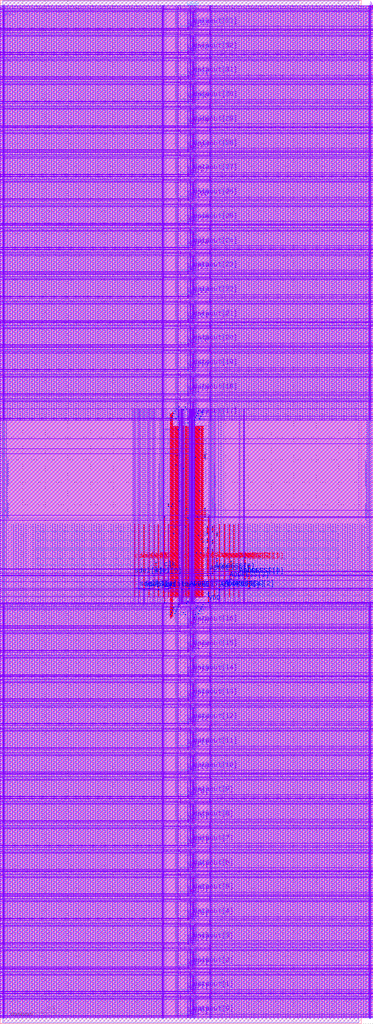
<source format=lef>
VERSION 5.8 ;
BUSBITCHARS "[]" ;
DIVIDERCHAR "/" ;

PROPERTYDEFINITIONS
  MACRO CatenaDesignType STRING ;
END PROPERTYDEFINITIONS

MACRO srambank_128x4x34_6t122
  CLASS BLOCK ;
  ORIGIN 0 0 ;
  FOREIGN srambank_128x4x34_6t122 0 0 ;
  SIZE 16.0 BY 45.36 ;
  SYMMETRY X Y ;
  SITE coreSite ;
  PIN VDD
    DIRECTION INOUT ;
    USE POWER ;
    PORT
      LAYER M4  ;
        RECT 0.0940 1.1720 16.4420 1.2200 ;
        RECT 0.0940 2.2520 16.4420 2.3000 ;
        RECT 0.0940 3.3320 16.4420 3.3800 ;
        RECT 0.0940 4.4120 16.4420 4.4600 ;
        RECT 0.0940 5.4920 16.4420 5.5400 ;
        RECT 0.0940 6.5720 16.4420 6.6200 ;
        RECT 0.0940 7.6520 16.4420 7.7000 ;
        RECT 0.0940 8.7320 16.4420 8.7800 ;
        RECT 0.0940 9.8120 16.4420 9.8600 ;
        RECT 0.0940 10.8920 16.4420 10.9400 ;
        RECT 0.0940 11.9720 16.4420 12.0200 ;
        RECT 0.0940 13.0520 16.4420 13.1000 ;
        RECT 0.0940 14.1320 16.4420 14.1800 ;
        RECT 0.0940 15.2120 16.4420 15.2600 ;
        RECT 0.0940 16.2920 16.4420 16.3400 ;
        RECT 0.0940 17.3720 16.4420 17.4200 ;
        RECT 0.0940 18.4520 16.4420 18.5000 ;
        RECT 3.5640 18.9330 12.9600 19.1490 ;
        RECT 9.1970 22.4370 9.3380 22.4610 ;
        RECT 9.0660 18.6530 9.3290 18.6770 ;
        RECT 7.3980 22.1010 9.1260 22.3170 ;
        RECT 7.3980 25.2690 9.1260 25.4850 ;
        RECT 0.0940 27.6590 16.4420 27.7070 ;
        RECT 0.0940 28.7390 16.4420 28.7870 ;
        RECT 0.0940 29.8190 16.4420 29.8670 ;
        RECT 0.0940 30.8990 16.4420 30.9470 ;
        RECT 0.0940 31.9790 16.4420 32.0270 ;
        RECT 0.0940 33.0590 16.4420 33.1070 ;
        RECT 0.0940 34.1390 16.4420 34.1870 ;
        RECT 0.0940 35.2190 16.4420 35.2670 ;
        RECT 0.0940 36.2990 16.4420 36.3470 ;
        RECT 0.0940 37.3790 16.4420 37.4270 ;
        RECT 0.0940 38.4590 16.4420 38.5070 ;
        RECT 0.0940 39.5390 16.4420 39.5870 ;
        RECT 0.0940 40.6190 16.4420 40.6670 ;
        RECT 0.0940 41.6990 16.4420 41.7470 ;
        RECT 0.0940 42.7790 16.4420 42.8270 ;
        RECT 0.0940 43.8590 16.4420 43.9070 ;
        RECT 0.0940 44.9390 16.4420 44.9870 ;
      LAYER M3  ;
        RECT 16.3940 0.2165 16.4120 1.3765 ;
        RECT 9.2840 0.2170 9.3020 1.3760 ;
        RECT 7.8800 0.2570 7.9700 1.3710 ;
        RECT 7.2320 0.2170 7.2500 1.3760 ;
        RECT 0.1220 0.2165 0.1400 1.3765 ;
        RECT 16.3940 1.2965 16.4120 2.4565 ;
        RECT 9.2840 1.2970 9.3020 2.4560 ;
        RECT 7.8800 1.3370 7.9700 2.4510 ;
        RECT 7.2320 1.2970 7.2500 2.4560 ;
        RECT 0.1220 1.2965 0.1400 2.4565 ;
        RECT 16.3940 2.3765 16.4120 3.5365 ;
        RECT 9.2840 2.3770 9.3020 3.5360 ;
        RECT 7.8800 2.4170 7.9700 3.5310 ;
        RECT 7.2320 2.3770 7.2500 3.5360 ;
        RECT 0.1220 2.3765 0.1400 3.5365 ;
        RECT 16.3940 3.4565 16.4120 4.6165 ;
        RECT 9.2840 3.4570 9.3020 4.6160 ;
        RECT 7.8800 3.4970 7.9700 4.6110 ;
        RECT 7.2320 3.4570 7.2500 4.6160 ;
        RECT 0.1220 3.4565 0.1400 4.6165 ;
        RECT 16.3940 4.5365 16.4120 5.6965 ;
        RECT 9.2840 4.5370 9.3020 5.6960 ;
        RECT 7.8800 4.5770 7.9700 5.6910 ;
        RECT 7.2320 4.5370 7.2500 5.6960 ;
        RECT 0.1220 4.5365 0.1400 5.6965 ;
        RECT 16.3940 5.6165 16.4120 6.7765 ;
        RECT 9.2840 5.6170 9.3020 6.7760 ;
        RECT 7.8800 5.6570 7.9700 6.7710 ;
        RECT 7.2320 5.6170 7.2500 6.7760 ;
        RECT 0.1220 5.6165 0.1400 6.7765 ;
        RECT 16.3940 6.6965 16.4120 7.8565 ;
        RECT 9.2840 6.6970 9.3020 7.8560 ;
        RECT 7.8800 6.7370 7.9700 7.8510 ;
        RECT 7.2320 6.6970 7.2500 7.8560 ;
        RECT 0.1220 6.6965 0.1400 7.8565 ;
        RECT 16.3940 7.7765 16.4120 8.9365 ;
        RECT 9.2840 7.7770 9.3020 8.9360 ;
        RECT 7.8800 7.8170 7.9700 8.9310 ;
        RECT 7.2320 7.7770 7.2500 8.9360 ;
        RECT 0.1220 7.7765 0.1400 8.9365 ;
        RECT 16.3940 8.8565 16.4120 10.0165 ;
        RECT 9.2840 8.8570 9.3020 10.0160 ;
        RECT 7.8800 8.8970 7.9700 10.0110 ;
        RECT 7.2320 8.8570 7.2500 10.0160 ;
        RECT 0.1220 8.8565 0.1400 10.0165 ;
        RECT 16.3940 9.9365 16.4120 11.0965 ;
        RECT 9.2840 9.9370 9.3020 11.0960 ;
        RECT 7.8800 9.9770 7.9700 11.0910 ;
        RECT 7.2320 9.9370 7.2500 11.0960 ;
        RECT 0.1220 9.9365 0.1400 11.0965 ;
        RECT 16.3940 11.0165 16.4120 12.1765 ;
        RECT 9.2840 11.0170 9.3020 12.1760 ;
        RECT 7.8800 11.0570 7.9700 12.1710 ;
        RECT 7.2320 11.0170 7.2500 12.1760 ;
        RECT 0.1220 11.0165 0.1400 12.1765 ;
        RECT 16.3940 12.0965 16.4120 13.2565 ;
        RECT 9.2840 12.0970 9.3020 13.2560 ;
        RECT 7.8800 12.1370 7.9700 13.2510 ;
        RECT 7.2320 12.0970 7.2500 13.2560 ;
        RECT 0.1220 12.0965 0.1400 13.2565 ;
        RECT 16.3940 13.1765 16.4120 14.3365 ;
        RECT 9.2840 13.1770 9.3020 14.3360 ;
        RECT 7.8800 13.2170 7.9700 14.3310 ;
        RECT 7.2320 13.1770 7.2500 14.3360 ;
        RECT 0.1220 13.1765 0.1400 14.3365 ;
        RECT 16.3940 14.2565 16.4120 15.4165 ;
        RECT 9.2840 14.2570 9.3020 15.4160 ;
        RECT 7.8800 14.2970 7.9700 15.4110 ;
        RECT 7.2320 14.2570 7.2500 15.4160 ;
        RECT 0.1220 14.2565 0.1400 15.4165 ;
        RECT 16.3940 15.3365 16.4120 16.4965 ;
        RECT 9.2840 15.3370 9.3020 16.4960 ;
        RECT 7.8800 15.3770 7.9700 16.4910 ;
        RECT 7.2320 15.3370 7.2500 16.4960 ;
        RECT 0.1220 15.3365 0.1400 16.4965 ;
        RECT 16.3940 16.4165 16.4120 17.5765 ;
        RECT 9.2840 16.4170 9.3020 17.5760 ;
        RECT 7.8800 16.4570 7.9700 17.5710 ;
        RECT 7.2320 16.4170 7.2500 17.5760 ;
        RECT 0.1220 16.4165 0.1400 17.5765 ;
        RECT 16.3940 17.4965 16.4120 18.6565 ;
        RECT 9.2840 17.4970 9.3020 18.6560 ;
        RECT 7.8800 17.5370 7.9700 18.6510 ;
        RECT 7.2320 17.4970 7.2500 18.6560 ;
        RECT 0.1220 17.4965 0.1400 18.6565 ;
        RECT 16.3890 18.5705 16.4070 26.7775 ;
        RECT 9.2970 22.3900 9.3150 26.7385 ;
        RECT 9.2790 18.6035 9.2970 18.7415 ;
        RECT 7.9110 18.8940 8.1450 26.4770 ;
        RECT 7.8750 26.3940 7.9650 26.7700 ;
        RECT 7.8750 18.6100 7.9650 18.9860 ;
        RECT 0.1170 18.5705 0.1350 26.7775 ;
        RECT 16.3940 26.7035 16.4120 27.8635 ;
        RECT 9.2840 26.7040 9.3020 27.8630 ;
        RECT 7.8800 26.7440 7.9700 27.8580 ;
        RECT 7.2320 26.7040 7.2500 27.8630 ;
        RECT 0.1220 26.7035 0.1400 27.8635 ;
        RECT 16.3940 27.7835 16.4120 28.9435 ;
        RECT 9.2840 27.7840 9.3020 28.9430 ;
        RECT 7.8800 27.8240 7.9700 28.9380 ;
        RECT 7.2320 27.7840 7.2500 28.9430 ;
        RECT 0.1220 27.7835 0.1400 28.9435 ;
        RECT 16.3940 28.8635 16.4120 30.0235 ;
        RECT 9.2840 28.8640 9.3020 30.0230 ;
        RECT 7.8800 28.9040 7.9700 30.0180 ;
        RECT 7.2320 28.8640 7.2500 30.0230 ;
        RECT 0.1220 28.8635 0.1400 30.0235 ;
        RECT 16.3940 29.9435 16.4120 31.1035 ;
        RECT 9.2840 29.9440 9.3020 31.1030 ;
        RECT 7.8800 29.9840 7.9700 31.0980 ;
        RECT 7.2320 29.9440 7.2500 31.1030 ;
        RECT 0.1220 29.9435 0.1400 31.1035 ;
        RECT 16.3940 31.0235 16.4120 32.1835 ;
        RECT 9.2840 31.0240 9.3020 32.1830 ;
        RECT 7.8800 31.0640 7.9700 32.1780 ;
        RECT 7.2320 31.0240 7.2500 32.1830 ;
        RECT 0.1220 31.0235 0.1400 32.1835 ;
        RECT 16.3940 32.1035 16.4120 33.2635 ;
        RECT 9.2840 32.1040 9.3020 33.2630 ;
        RECT 7.8800 32.1440 7.9700 33.2580 ;
        RECT 7.2320 32.1040 7.2500 33.2630 ;
        RECT 0.1220 32.1035 0.1400 33.2635 ;
        RECT 16.3940 33.1835 16.4120 34.3435 ;
        RECT 9.2840 33.1840 9.3020 34.3430 ;
        RECT 7.8800 33.2240 7.9700 34.3380 ;
        RECT 7.2320 33.1840 7.2500 34.3430 ;
        RECT 0.1220 33.1835 0.1400 34.3435 ;
        RECT 16.3940 34.2635 16.4120 35.4235 ;
        RECT 9.2840 34.2640 9.3020 35.4230 ;
        RECT 7.8800 34.3040 7.9700 35.4180 ;
        RECT 7.2320 34.2640 7.2500 35.4230 ;
        RECT 0.1220 34.2635 0.1400 35.4235 ;
        RECT 16.3940 35.3435 16.4120 36.5035 ;
        RECT 9.2840 35.3440 9.3020 36.5030 ;
        RECT 7.8800 35.3840 7.9700 36.4980 ;
        RECT 7.2320 35.3440 7.2500 36.5030 ;
        RECT 0.1220 35.3435 0.1400 36.5035 ;
        RECT 16.3940 36.4235 16.4120 37.5835 ;
        RECT 9.2840 36.4240 9.3020 37.5830 ;
        RECT 7.8800 36.4640 7.9700 37.5780 ;
        RECT 7.2320 36.4240 7.2500 37.5830 ;
        RECT 0.1220 36.4235 0.1400 37.5835 ;
        RECT 16.3940 37.5035 16.4120 38.6635 ;
        RECT 9.2840 37.5040 9.3020 38.6630 ;
        RECT 7.8800 37.5440 7.9700 38.6580 ;
        RECT 7.2320 37.5040 7.2500 38.6630 ;
        RECT 0.1220 37.5035 0.1400 38.6635 ;
        RECT 16.3940 38.5835 16.4120 39.7435 ;
        RECT 9.2840 38.5840 9.3020 39.7430 ;
        RECT 7.8800 38.6240 7.9700 39.7380 ;
        RECT 7.2320 38.5840 7.2500 39.7430 ;
        RECT 0.1220 38.5835 0.1400 39.7435 ;
        RECT 16.3940 39.6635 16.4120 40.8235 ;
        RECT 9.2840 39.6640 9.3020 40.8230 ;
        RECT 7.8800 39.7040 7.9700 40.8180 ;
        RECT 7.2320 39.6640 7.2500 40.8230 ;
        RECT 0.1220 39.6635 0.1400 40.8235 ;
        RECT 16.3940 40.7435 16.4120 41.9035 ;
        RECT 9.2840 40.7440 9.3020 41.9030 ;
        RECT 7.8800 40.7840 7.9700 41.8980 ;
        RECT 7.2320 40.7440 7.2500 41.9030 ;
        RECT 0.1220 40.7435 0.1400 41.9035 ;
        RECT 16.3940 41.8235 16.4120 42.9835 ;
        RECT 9.2840 41.8240 9.3020 42.9830 ;
        RECT 7.8800 41.8640 7.9700 42.9780 ;
        RECT 7.2320 41.8240 7.2500 42.9830 ;
        RECT 0.1220 41.8235 0.1400 42.9835 ;
        RECT 16.3940 42.9035 16.4120 44.0635 ;
        RECT 9.2840 42.9040 9.3020 44.0630 ;
        RECT 7.8800 42.9440 7.9700 44.0580 ;
        RECT 7.2320 42.9040 7.2500 44.0630 ;
        RECT 0.1220 42.9035 0.1400 44.0635 ;
        RECT 16.3940 43.9835 16.4120 45.1435 ;
        RECT 9.2840 43.9840 9.3020 45.1430 ;
        RECT 7.8800 44.0240 7.9700 45.1380 ;
        RECT 7.2320 43.9840 7.2500 45.1430 ;
        RECT 0.1220 43.9835 0.1400 45.1435 ;
      LAYER V3  ;
        RECT 0.1220 1.1720 0.1400 1.2200 ;
        RECT 7.2320 1.1720 7.2500 1.2200 ;
        RECT 7.8800 1.1720 7.9700 1.2200 ;
        RECT 9.2840 1.1720 9.3020 1.2200 ;
        RECT 16.3940 1.1720 16.4120 1.2200 ;
        RECT 0.1220 2.2520 0.1400 2.3000 ;
        RECT 7.2320 2.2520 7.2500 2.3000 ;
        RECT 7.8800 2.2520 7.9700 2.3000 ;
        RECT 9.2840 2.2520 9.3020 2.3000 ;
        RECT 16.3940 2.2520 16.4120 2.3000 ;
        RECT 0.1220 3.3320 0.1400 3.3800 ;
        RECT 7.2320 3.3320 7.2500 3.3800 ;
        RECT 7.8800 3.3320 7.9700 3.3800 ;
        RECT 9.2840 3.3320 9.3020 3.3800 ;
        RECT 16.3940 3.3320 16.4120 3.3800 ;
        RECT 0.1220 4.4120 0.1400 4.4600 ;
        RECT 7.2320 4.4120 7.2500 4.4600 ;
        RECT 7.8800 4.4120 7.9700 4.4600 ;
        RECT 9.2840 4.4120 9.3020 4.4600 ;
        RECT 16.3940 4.4120 16.4120 4.4600 ;
        RECT 0.1220 5.4920 0.1400 5.5400 ;
        RECT 7.2320 5.4920 7.2500 5.5400 ;
        RECT 7.8800 5.4920 7.9700 5.5400 ;
        RECT 9.2840 5.4920 9.3020 5.5400 ;
        RECT 16.3940 5.4920 16.4120 5.5400 ;
        RECT 0.1220 6.5720 0.1400 6.6200 ;
        RECT 7.2320 6.5720 7.2500 6.6200 ;
        RECT 7.8800 6.5720 7.9700 6.6200 ;
        RECT 9.2840 6.5720 9.3020 6.6200 ;
        RECT 16.3940 6.5720 16.4120 6.6200 ;
        RECT 0.1220 7.6520 0.1400 7.7000 ;
        RECT 7.2320 7.6520 7.2500 7.7000 ;
        RECT 7.8800 7.6520 7.9700 7.7000 ;
        RECT 9.2840 7.6520 9.3020 7.7000 ;
        RECT 16.3940 7.6520 16.4120 7.7000 ;
        RECT 0.1220 8.7320 0.1400 8.7800 ;
        RECT 7.2320 8.7320 7.2500 8.7800 ;
        RECT 7.8800 8.7320 7.9700 8.7800 ;
        RECT 9.2840 8.7320 9.3020 8.7800 ;
        RECT 16.3940 8.7320 16.4120 8.7800 ;
        RECT 0.1220 9.8120 0.1400 9.8600 ;
        RECT 7.2320 9.8120 7.2500 9.8600 ;
        RECT 7.8800 9.8120 7.9700 9.8600 ;
        RECT 9.2840 9.8120 9.3020 9.8600 ;
        RECT 16.3940 9.8120 16.4120 9.8600 ;
        RECT 0.1220 10.8920 0.1400 10.9400 ;
        RECT 7.2320 10.8920 7.2500 10.9400 ;
        RECT 7.8800 10.8920 7.9700 10.9400 ;
        RECT 9.2840 10.8920 9.3020 10.9400 ;
        RECT 16.3940 10.8920 16.4120 10.9400 ;
        RECT 0.1220 11.9720 0.1400 12.0200 ;
        RECT 7.2320 11.9720 7.2500 12.0200 ;
        RECT 7.8800 11.9720 7.9700 12.0200 ;
        RECT 9.2840 11.9720 9.3020 12.0200 ;
        RECT 16.3940 11.9720 16.4120 12.0200 ;
        RECT 0.1220 13.0520 0.1400 13.1000 ;
        RECT 7.2320 13.0520 7.2500 13.1000 ;
        RECT 7.8800 13.0520 7.9700 13.1000 ;
        RECT 9.2840 13.0520 9.3020 13.1000 ;
        RECT 16.3940 13.0520 16.4120 13.1000 ;
        RECT 0.1220 14.1320 0.1400 14.1800 ;
        RECT 7.2320 14.1320 7.2500 14.1800 ;
        RECT 7.8800 14.1320 7.9700 14.1800 ;
        RECT 9.2840 14.1320 9.3020 14.1800 ;
        RECT 16.3940 14.1320 16.4120 14.1800 ;
        RECT 0.1220 15.2120 0.1400 15.2600 ;
        RECT 7.2320 15.2120 7.2500 15.2600 ;
        RECT 7.8800 15.2120 7.9700 15.2600 ;
        RECT 9.2840 15.2120 9.3020 15.2600 ;
        RECT 16.3940 15.2120 16.4120 15.2600 ;
        RECT 0.1220 16.2920 0.1400 16.3400 ;
        RECT 7.2320 16.2920 7.2500 16.3400 ;
        RECT 7.8800 16.2920 7.9700 16.3400 ;
        RECT 9.2840 16.2920 9.3020 16.3400 ;
        RECT 16.3940 16.2920 16.4120 16.3400 ;
        RECT 0.1220 17.3720 0.1400 17.4200 ;
        RECT 7.2320 17.3720 7.2500 17.4200 ;
        RECT 7.8800 17.3720 7.9700 17.4200 ;
        RECT 9.2840 17.3720 9.3020 17.4200 ;
        RECT 16.3940 17.3720 16.4120 17.4200 ;
        RECT 0.1220 18.4520 0.1400 18.5000 ;
        RECT 7.2320 18.4520 7.2500 18.5000 ;
        RECT 7.8800 18.4520 7.9700 18.5000 ;
        RECT 9.2840 18.4520 9.3020 18.5000 ;
        RECT 16.3940 18.4520 16.4120 18.5000 ;
        RECT 7.9150 25.2690 7.9330 25.4850 ;
        RECT 7.9150 22.1010 7.9330 22.3170 ;
        RECT 7.9150 18.9330 7.9330 19.1490 ;
        RECT 7.9670 25.2690 7.9850 25.4850 ;
        RECT 7.9670 22.1010 7.9850 22.3170 ;
        RECT 7.9670 18.9330 7.9850 19.1490 ;
        RECT 8.0190 25.2690 8.0370 25.4850 ;
        RECT 8.0190 22.1010 8.0370 22.3170 ;
        RECT 8.0190 18.9330 8.0370 19.1490 ;
        RECT 8.0710 25.2690 8.0890 25.4850 ;
        RECT 8.0710 22.1010 8.0890 22.3170 ;
        RECT 8.0710 18.9330 8.0890 19.1490 ;
        RECT 8.1230 25.2690 8.1410 25.4850 ;
        RECT 8.1230 22.1010 8.1410 22.3170 ;
        RECT 8.1230 18.9330 8.1410 19.1490 ;
        RECT 9.2790 18.6530 9.2970 18.6770 ;
        RECT 9.2970 22.4370 9.3150 22.4610 ;
        RECT 0.1220 27.6590 0.1400 27.7070 ;
        RECT 7.2320 27.6590 7.2500 27.7070 ;
        RECT 7.8800 27.6590 7.9700 27.7070 ;
        RECT 9.2840 27.6590 9.3020 27.7070 ;
        RECT 16.3940 27.6590 16.4120 27.7070 ;
        RECT 0.1220 28.7390 0.1400 28.7870 ;
        RECT 7.2320 28.7390 7.2500 28.7870 ;
        RECT 7.8800 28.7390 7.9700 28.7870 ;
        RECT 9.2840 28.7390 9.3020 28.7870 ;
        RECT 16.3940 28.7390 16.4120 28.7870 ;
        RECT 0.1220 29.8190 0.1400 29.8670 ;
        RECT 7.2320 29.8190 7.2500 29.8670 ;
        RECT 7.8800 29.8190 7.9700 29.8670 ;
        RECT 9.2840 29.8190 9.3020 29.8670 ;
        RECT 16.3940 29.8190 16.4120 29.8670 ;
        RECT 0.1220 30.8990 0.1400 30.9470 ;
        RECT 7.2320 30.8990 7.2500 30.9470 ;
        RECT 7.8800 30.8990 7.9700 30.9470 ;
        RECT 9.2840 30.8990 9.3020 30.9470 ;
        RECT 16.3940 30.8990 16.4120 30.9470 ;
        RECT 0.1220 31.9790 0.1400 32.0270 ;
        RECT 7.2320 31.9790 7.2500 32.0270 ;
        RECT 7.8800 31.9790 7.9700 32.0270 ;
        RECT 9.2840 31.9790 9.3020 32.0270 ;
        RECT 16.3940 31.9790 16.4120 32.0270 ;
        RECT 0.1220 33.0590 0.1400 33.1070 ;
        RECT 7.2320 33.0590 7.2500 33.1070 ;
        RECT 7.8800 33.0590 7.9700 33.1070 ;
        RECT 9.2840 33.0590 9.3020 33.1070 ;
        RECT 16.3940 33.0590 16.4120 33.1070 ;
        RECT 0.1220 34.1390 0.1400 34.1870 ;
        RECT 7.2320 34.1390 7.2500 34.1870 ;
        RECT 7.8800 34.1390 7.9700 34.1870 ;
        RECT 9.2840 34.1390 9.3020 34.1870 ;
        RECT 16.3940 34.1390 16.4120 34.1870 ;
        RECT 0.1220 35.2190 0.1400 35.2670 ;
        RECT 7.2320 35.2190 7.2500 35.2670 ;
        RECT 7.8800 35.2190 7.9700 35.2670 ;
        RECT 9.2840 35.2190 9.3020 35.2670 ;
        RECT 16.3940 35.2190 16.4120 35.2670 ;
        RECT 0.1220 36.2990 0.1400 36.3470 ;
        RECT 7.2320 36.2990 7.2500 36.3470 ;
        RECT 7.8800 36.2990 7.9700 36.3470 ;
        RECT 9.2840 36.2990 9.3020 36.3470 ;
        RECT 16.3940 36.2990 16.4120 36.3470 ;
        RECT 0.1220 37.3790 0.1400 37.4270 ;
        RECT 7.2320 37.3790 7.2500 37.4270 ;
        RECT 7.8800 37.3790 7.9700 37.4270 ;
        RECT 9.2840 37.3790 9.3020 37.4270 ;
        RECT 16.3940 37.3790 16.4120 37.4270 ;
        RECT 0.1220 38.4590 0.1400 38.5070 ;
        RECT 7.2320 38.4590 7.2500 38.5070 ;
        RECT 7.8800 38.4590 7.9700 38.5070 ;
        RECT 9.2840 38.4590 9.3020 38.5070 ;
        RECT 16.3940 38.4590 16.4120 38.5070 ;
        RECT 0.1220 39.5390 0.1400 39.5870 ;
        RECT 7.2320 39.5390 7.2500 39.5870 ;
        RECT 7.8800 39.5390 7.9700 39.5870 ;
        RECT 9.2840 39.5390 9.3020 39.5870 ;
        RECT 16.3940 39.5390 16.4120 39.5870 ;
        RECT 0.1220 40.6190 0.1400 40.6670 ;
        RECT 7.2320 40.6190 7.2500 40.6670 ;
        RECT 7.8800 40.6190 7.9700 40.6670 ;
        RECT 9.2840 40.6190 9.3020 40.6670 ;
        RECT 16.3940 40.6190 16.4120 40.6670 ;
        RECT 0.1220 41.6990 0.1400 41.7470 ;
        RECT 7.2320 41.6990 7.2500 41.7470 ;
        RECT 7.8800 41.6990 7.9700 41.7470 ;
        RECT 9.2840 41.6990 9.3020 41.7470 ;
        RECT 16.3940 41.6990 16.4120 41.7470 ;
        RECT 0.1220 42.7790 0.1400 42.8270 ;
        RECT 7.2320 42.7790 7.2500 42.8270 ;
        RECT 7.8800 42.7790 7.9700 42.8270 ;
        RECT 9.2840 42.7790 9.3020 42.8270 ;
        RECT 16.3940 42.7790 16.4120 42.8270 ;
        RECT 0.1220 43.8590 0.1400 43.9070 ;
        RECT 7.2320 43.8590 7.2500 43.9070 ;
        RECT 7.8800 43.8590 7.9700 43.9070 ;
        RECT 9.2840 43.8590 9.3020 43.9070 ;
        RECT 16.3940 43.8590 16.4120 43.9070 ;
        RECT 0.1220 44.9390 0.1400 44.9870 ;
        RECT 7.2320 44.9390 7.2500 44.9870 ;
        RECT 7.8800 44.9390 7.9700 44.9870 ;
        RECT 9.2840 44.9390 9.3020 44.9870 ;
        RECT 16.3940 44.9390 16.4120 44.9870 ;
      LAYER M5  ;
        RECT 9.2160 18.6350 9.2400 22.4790 ;
      LAYER V4  ;
        RECT 9.2160 22.4370 9.2400 22.4610 ;
        RECT 9.2160 18.9330 9.2400 19.1490 ;
        RECT 9.2160 18.6530 9.2400 18.6770 ;
    END
  END VDD
  PIN VSS
    DIRECTION INOUT ;
    USE POWER ;
    PORT
      LAYER M4  ;
        RECT 0.0940 1.0760 16.4370 1.1240 ;
        RECT 0.0940 2.1560 16.4370 2.2040 ;
        RECT 0.0940 3.2360 16.4370 3.2840 ;
        RECT 0.0940 4.3160 16.4370 4.3640 ;
        RECT 0.0940 5.3960 16.4370 5.4440 ;
        RECT 0.0940 6.4760 16.4370 6.5240 ;
        RECT 0.0940 7.5560 16.4370 7.6040 ;
        RECT 0.0940 8.6360 16.4370 8.6840 ;
        RECT 0.0940 9.7160 16.4370 9.7640 ;
        RECT 0.0940 10.7960 16.4370 10.8440 ;
        RECT 0.0940 11.8760 16.4370 11.9240 ;
        RECT 0.0940 12.9560 16.4370 13.0040 ;
        RECT 0.0940 14.0360 16.4370 14.0840 ;
        RECT 0.0940 15.1160 16.4370 15.1640 ;
        RECT 0.0940 16.1960 16.4370 16.2440 ;
        RECT 0.0940 17.2760 16.4370 17.3240 ;
        RECT 0.0940 18.3560 16.4370 18.4040 ;
        RECT 3.5640 19.3650 12.9600 19.5810 ;
        RECT 7.3980 22.5330 9.1260 22.7490 ;
        RECT 7.3980 25.7010 9.1260 25.9170 ;
        RECT 0.0940 27.5630 16.4370 27.6110 ;
        RECT 0.0940 28.6430 16.4370 28.6910 ;
        RECT 0.0940 29.7230 16.4370 29.7710 ;
        RECT 0.0940 30.8030 16.4370 30.8510 ;
        RECT 0.0940 31.8830 16.4370 31.9310 ;
        RECT 0.0940 32.9630 16.4370 33.0110 ;
        RECT 0.0940 34.0430 16.4370 34.0910 ;
        RECT 0.0940 35.1230 16.4370 35.1710 ;
        RECT 0.0940 36.2030 16.4370 36.2510 ;
        RECT 0.0940 37.2830 16.4370 37.3310 ;
        RECT 0.0940 38.3630 16.4370 38.4110 ;
        RECT 0.0940 39.4430 16.4370 39.4910 ;
        RECT 0.0940 40.5230 16.4370 40.5710 ;
        RECT 0.0940 41.6030 16.4370 41.6510 ;
        RECT 0.0940 42.6830 16.4370 42.7310 ;
        RECT 0.0940 43.7630 16.4370 43.8110 ;
        RECT 0.0940 44.8430 16.4370 44.8910 ;
      LAYER M3  ;
        RECT 16.3580 0.2165 16.3760 1.3765 ;
        RECT 9.3380 0.2165 9.3560 1.3765 ;
        RECT 8.5730 0.2530 8.6090 1.3670 ;
        RECT 8.4200 0.2530 8.4470 1.3670 ;
        RECT 7.1780 0.2165 7.1960 1.3765 ;
        RECT 0.1580 0.2165 0.1760 1.3765 ;
        RECT 16.3580 1.2965 16.3760 2.4565 ;
        RECT 9.3380 1.2965 9.3560 2.4565 ;
        RECT 8.5730 1.3330 8.6090 2.4470 ;
        RECT 8.4200 1.3330 8.4470 2.4470 ;
        RECT 7.1780 1.2965 7.1960 2.4565 ;
        RECT 0.1580 1.2965 0.1760 2.4565 ;
        RECT 16.3580 2.3765 16.3760 3.5365 ;
        RECT 9.3380 2.3765 9.3560 3.5365 ;
        RECT 8.5730 2.4130 8.6090 3.5270 ;
        RECT 8.4200 2.4130 8.4470 3.5270 ;
        RECT 7.1780 2.3765 7.1960 3.5365 ;
        RECT 0.1580 2.3765 0.1760 3.5365 ;
        RECT 16.3580 3.4565 16.3760 4.6165 ;
        RECT 9.3380 3.4565 9.3560 4.6165 ;
        RECT 8.5730 3.4930 8.6090 4.6070 ;
        RECT 8.4200 3.4930 8.4470 4.6070 ;
        RECT 7.1780 3.4565 7.1960 4.6165 ;
        RECT 0.1580 3.4565 0.1760 4.6165 ;
        RECT 16.3580 4.5365 16.3760 5.6965 ;
        RECT 9.3380 4.5365 9.3560 5.6965 ;
        RECT 8.5730 4.5730 8.6090 5.6870 ;
        RECT 8.4200 4.5730 8.4470 5.6870 ;
        RECT 7.1780 4.5365 7.1960 5.6965 ;
        RECT 0.1580 4.5365 0.1760 5.6965 ;
        RECT 16.3580 5.6165 16.3760 6.7765 ;
        RECT 9.3380 5.6165 9.3560 6.7765 ;
        RECT 8.5730 5.6530 8.6090 6.7670 ;
        RECT 8.4200 5.6530 8.4470 6.7670 ;
        RECT 7.1780 5.6165 7.1960 6.7765 ;
        RECT 0.1580 5.6165 0.1760 6.7765 ;
        RECT 16.3580 6.6965 16.3760 7.8565 ;
        RECT 9.3380 6.6965 9.3560 7.8565 ;
        RECT 8.5730 6.7330 8.6090 7.8470 ;
        RECT 8.4200 6.7330 8.4470 7.8470 ;
        RECT 7.1780 6.6965 7.1960 7.8565 ;
        RECT 0.1580 6.6965 0.1760 7.8565 ;
        RECT 16.3580 7.7765 16.3760 8.9365 ;
        RECT 9.3380 7.7765 9.3560 8.9365 ;
        RECT 8.5730 7.8130 8.6090 8.9270 ;
        RECT 8.4200 7.8130 8.4470 8.9270 ;
        RECT 7.1780 7.7765 7.1960 8.9365 ;
        RECT 0.1580 7.7765 0.1760 8.9365 ;
        RECT 16.3580 8.8565 16.3760 10.0165 ;
        RECT 9.3380 8.8565 9.3560 10.0165 ;
        RECT 8.5730 8.8930 8.6090 10.0070 ;
        RECT 8.4200 8.8930 8.4470 10.0070 ;
        RECT 7.1780 8.8565 7.1960 10.0165 ;
        RECT 0.1580 8.8565 0.1760 10.0165 ;
        RECT 16.3580 9.9365 16.3760 11.0965 ;
        RECT 9.3380 9.9365 9.3560 11.0965 ;
        RECT 8.5730 9.9730 8.6090 11.0870 ;
        RECT 8.4200 9.9730 8.4470 11.0870 ;
        RECT 7.1780 9.9365 7.1960 11.0965 ;
        RECT 0.1580 9.9365 0.1760 11.0965 ;
        RECT 16.3580 11.0165 16.3760 12.1765 ;
        RECT 9.3380 11.0165 9.3560 12.1765 ;
        RECT 8.5730 11.0530 8.6090 12.1670 ;
        RECT 8.4200 11.0530 8.4470 12.1670 ;
        RECT 7.1780 11.0165 7.1960 12.1765 ;
        RECT 0.1580 11.0165 0.1760 12.1765 ;
        RECT 16.3580 12.0965 16.3760 13.2565 ;
        RECT 9.3380 12.0965 9.3560 13.2565 ;
        RECT 8.5730 12.1330 8.6090 13.2470 ;
        RECT 8.4200 12.1330 8.4470 13.2470 ;
        RECT 7.1780 12.0965 7.1960 13.2565 ;
        RECT 0.1580 12.0965 0.1760 13.2565 ;
        RECT 16.3580 13.1765 16.3760 14.3365 ;
        RECT 9.3380 13.1765 9.3560 14.3365 ;
        RECT 8.5730 13.2130 8.6090 14.3270 ;
        RECT 8.4200 13.2130 8.4470 14.3270 ;
        RECT 7.1780 13.1765 7.1960 14.3365 ;
        RECT 0.1580 13.1765 0.1760 14.3365 ;
        RECT 16.3580 14.2565 16.3760 15.4165 ;
        RECT 9.3380 14.2565 9.3560 15.4165 ;
        RECT 8.5730 14.2930 8.6090 15.4070 ;
        RECT 8.4200 14.2930 8.4470 15.4070 ;
        RECT 7.1780 14.2565 7.1960 15.4165 ;
        RECT 0.1580 14.2565 0.1760 15.4165 ;
        RECT 16.3580 15.3365 16.3760 16.4965 ;
        RECT 9.3380 15.3365 9.3560 16.4965 ;
        RECT 8.5730 15.3730 8.6090 16.4870 ;
        RECT 8.4200 15.3730 8.4470 16.4870 ;
        RECT 7.1780 15.3365 7.1960 16.4965 ;
        RECT 0.1580 15.3365 0.1760 16.4965 ;
        RECT 16.3580 16.4165 16.3760 17.5765 ;
        RECT 9.3380 16.4165 9.3560 17.5765 ;
        RECT 8.5730 16.4530 8.6090 17.5670 ;
        RECT 8.4200 16.4530 8.4470 17.5670 ;
        RECT 7.1780 16.4165 7.1960 17.5765 ;
        RECT 0.1580 16.4165 0.1760 17.5765 ;
        RECT 16.3580 17.4965 16.3760 18.6565 ;
        RECT 9.3380 17.4965 9.3560 18.6565 ;
        RECT 8.5730 17.5330 8.6090 18.6470 ;
        RECT 8.4200 17.5330 8.4470 18.6470 ;
        RECT 7.1780 17.4965 7.1960 18.6565 ;
        RECT 0.1580 17.4965 0.1760 18.6565 ;
        RECT 16.3530 18.5705 16.3710 26.7775 ;
        RECT 9.3330 18.5705 9.3510 26.7775 ;
        RECT 8.3790 18.7940 8.6130 26.4770 ;
        RECT 8.5680 18.6145 8.6040 26.7340 ;
        RECT 8.4150 18.6140 8.4420 26.7340 ;
        RECT 7.1730 18.5705 7.1910 26.7775 ;
        RECT 0.1530 18.5705 0.1710 26.7775 ;
        RECT 16.3580 26.7035 16.3760 27.8635 ;
        RECT 9.3380 26.7035 9.3560 27.8635 ;
        RECT 8.5730 26.7400 8.6090 27.8540 ;
        RECT 8.4200 26.7400 8.4470 27.8540 ;
        RECT 7.1780 26.7035 7.1960 27.8635 ;
        RECT 0.1580 26.7035 0.1760 27.8635 ;
        RECT 16.3580 27.7835 16.3760 28.9435 ;
        RECT 9.3380 27.7835 9.3560 28.9435 ;
        RECT 8.5730 27.8200 8.6090 28.9340 ;
        RECT 8.4200 27.8200 8.4470 28.9340 ;
        RECT 7.1780 27.7835 7.1960 28.9435 ;
        RECT 0.1580 27.7835 0.1760 28.9435 ;
        RECT 16.3580 28.8635 16.3760 30.0235 ;
        RECT 9.3380 28.8635 9.3560 30.0235 ;
        RECT 8.5730 28.9000 8.6090 30.0140 ;
        RECT 8.4200 28.9000 8.4470 30.0140 ;
        RECT 7.1780 28.8635 7.1960 30.0235 ;
        RECT 0.1580 28.8635 0.1760 30.0235 ;
        RECT 16.3580 29.9435 16.3760 31.1035 ;
        RECT 9.3380 29.9435 9.3560 31.1035 ;
        RECT 8.5730 29.9800 8.6090 31.0940 ;
        RECT 8.4200 29.9800 8.4470 31.0940 ;
        RECT 7.1780 29.9435 7.1960 31.1035 ;
        RECT 0.1580 29.9435 0.1760 31.1035 ;
        RECT 16.3580 31.0235 16.3760 32.1835 ;
        RECT 9.3380 31.0235 9.3560 32.1835 ;
        RECT 8.5730 31.0600 8.6090 32.1740 ;
        RECT 8.4200 31.0600 8.4470 32.1740 ;
        RECT 7.1780 31.0235 7.1960 32.1835 ;
        RECT 0.1580 31.0235 0.1760 32.1835 ;
        RECT 16.3580 32.1035 16.3760 33.2635 ;
        RECT 9.3380 32.1035 9.3560 33.2635 ;
        RECT 8.5730 32.1400 8.6090 33.2540 ;
        RECT 8.4200 32.1400 8.4470 33.2540 ;
        RECT 7.1780 32.1035 7.1960 33.2635 ;
        RECT 0.1580 32.1035 0.1760 33.2635 ;
        RECT 16.3580 33.1835 16.3760 34.3435 ;
        RECT 9.3380 33.1835 9.3560 34.3435 ;
        RECT 8.5730 33.2200 8.6090 34.3340 ;
        RECT 8.4200 33.2200 8.4470 34.3340 ;
        RECT 7.1780 33.1835 7.1960 34.3435 ;
        RECT 0.1580 33.1835 0.1760 34.3435 ;
        RECT 16.3580 34.2635 16.3760 35.4235 ;
        RECT 9.3380 34.2635 9.3560 35.4235 ;
        RECT 8.5730 34.3000 8.6090 35.4140 ;
        RECT 8.4200 34.3000 8.4470 35.4140 ;
        RECT 7.1780 34.2635 7.1960 35.4235 ;
        RECT 0.1580 34.2635 0.1760 35.4235 ;
        RECT 16.3580 35.3435 16.3760 36.5035 ;
        RECT 9.3380 35.3435 9.3560 36.5035 ;
        RECT 8.5730 35.3800 8.6090 36.4940 ;
        RECT 8.4200 35.3800 8.4470 36.4940 ;
        RECT 7.1780 35.3435 7.1960 36.5035 ;
        RECT 0.1580 35.3435 0.1760 36.5035 ;
        RECT 16.3580 36.4235 16.3760 37.5835 ;
        RECT 9.3380 36.4235 9.3560 37.5835 ;
        RECT 8.5730 36.4600 8.6090 37.5740 ;
        RECT 8.4200 36.4600 8.4470 37.5740 ;
        RECT 7.1780 36.4235 7.1960 37.5835 ;
        RECT 0.1580 36.4235 0.1760 37.5835 ;
        RECT 16.3580 37.5035 16.3760 38.6635 ;
        RECT 9.3380 37.5035 9.3560 38.6635 ;
        RECT 8.5730 37.5400 8.6090 38.6540 ;
        RECT 8.4200 37.5400 8.4470 38.6540 ;
        RECT 7.1780 37.5035 7.1960 38.6635 ;
        RECT 0.1580 37.5035 0.1760 38.6635 ;
        RECT 16.3580 38.5835 16.3760 39.7435 ;
        RECT 9.3380 38.5835 9.3560 39.7435 ;
        RECT 8.5730 38.6200 8.6090 39.7340 ;
        RECT 8.4200 38.6200 8.4470 39.7340 ;
        RECT 7.1780 38.5835 7.1960 39.7435 ;
        RECT 0.1580 38.5835 0.1760 39.7435 ;
        RECT 16.3580 39.6635 16.3760 40.8235 ;
        RECT 9.3380 39.6635 9.3560 40.8235 ;
        RECT 8.5730 39.7000 8.6090 40.8140 ;
        RECT 8.4200 39.7000 8.4470 40.8140 ;
        RECT 7.1780 39.6635 7.1960 40.8235 ;
        RECT 0.1580 39.6635 0.1760 40.8235 ;
        RECT 16.3580 40.7435 16.3760 41.9035 ;
        RECT 9.3380 40.7435 9.3560 41.9035 ;
        RECT 8.5730 40.7800 8.6090 41.8940 ;
        RECT 8.4200 40.7800 8.4470 41.8940 ;
        RECT 7.1780 40.7435 7.1960 41.9035 ;
        RECT 0.1580 40.7435 0.1760 41.9035 ;
        RECT 16.3580 41.8235 16.3760 42.9835 ;
        RECT 9.3380 41.8235 9.3560 42.9835 ;
        RECT 8.5730 41.8600 8.6090 42.9740 ;
        RECT 8.4200 41.8600 8.4470 42.9740 ;
        RECT 7.1780 41.8235 7.1960 42.9835 ;
        RECT 0.1580 41.8235 0.1760 42.9835 ;
        RECT 16.3580 42.9035 16.3760 44.0635 ;
        RECT 9.3380 42.9035 9.3560 44.0635 ;
        RECT 8.5730 42.9400 8.6090 44.0540 ;
        RECT 8.4200 42.9400 8.4470 44.0540 ;
        RECT 7.1780 42.9035 7.1960 44.0635 ;
        RECT 0.1580 42.9035 0.1760 44.0635 ;
        RECT 16.3580 43.9835 16.3760 45.1435 ;
        RECT 9.3380 43.9835 9.3560 45.1435 ;
        RECT 8.5730 44.0200 8.6090 45.1340 ;
        RECT 8.4200 44.0200 8.4470 45.1340 ;
        RECT 7.1780 43.9835 7.1960 45.1435 ;
        RECT 0.1580 43.9835 0.1760 45.1435 ;
      LAYER V3  ;
        RECT 0.1580 1.0760 0.1760 1.1240 ;
        RECT 7.1780 1.0760 7.1960 1.1240 ;
        RECT 8.4200 1.0760 8.4470 1.1240 ;
        RECT 8.5730 1.0760 8.6090 1.1240 ;
        RECT 9.3380 1.0760 9.3560 1.1240 ;
        RECT 16.3580 1.0760 16.3760 1.1240 ;
        RECT 0.1580 2.1560 0.1760 2.2040 ;
        RECT 7.1780 2.1560 7.1960 2.2040 ;
        RECT 8.4200 2.1560 8.4470 2.2040 ;
        RECT 8.5730 2.1560 8.6090 2.2040 ;
        RECT 9.3380 2.1560 9.3560 2.2040 ;
        RECT 16.3580 2.1560 16.3760 2.2040 ;
        RECT 0.1580 3.2360 0.1760 3.2840 ;
        RECT 7.1780 3.2360 7.1960 3.2840 ;
        RECT 8.4200 3.2360 8.4470 3.2840 ;
        RECT 8.5730 3.2360 8.6090 3.2840 ;
        RECT 9.3380 3.2360 9.3560 3.2840 ;
        RECT 16.3580 3.2360 16.3760 3.2840 ;
        RECT 0.1580 4.3160 0.1760 4.3640 ;
        RECT 7.1780 4.3160 7.1960 4.3640 ;
        RECT 8.4200 4.3160 8.4470 4.3640 ;
        RECT 8.5730 4.3160 8.6090 4.3640 ;
        RECT 9.3380 4.3160 9.3560 4.3640 ;
        RECT 16.3580 4.3160 16.3760 4.3640 ;
        RECT 0.1580 5.3960 0.1760 5.4440 ;
        RECT 7.1780 5.3960 7.1960 5.4440 ;
        RECT 8.4200 5.3960 8.4470 5.4440 ;
        RECT 8.5730 5.3960 8.6090 5.4440 ;
        RECT 9.3380 5.3960 9.3560 5.4440 ;
        RECT 16.3580 5.3960 16.3760 5.4440 ;
        RECT 0.1580 6.4760 0.1760 6.5240 ;
        RECT 7.1780 6.4760 7.1960 6.5240 ;
        RECT 8.4200 6.4760 8.4470 6.5240 ;
        RECT 8.5730 6.4760 8.6090 6.5240 ;
        RECT 9.3380 6.4760 9.3560 6.5240 ;
        RECT 16.3580 6.4760 16.3760 6.5240 ;
        RECT 0.1580 7.5560 0.1760 7.6040 ;
        RECT 7.1780 7.5560 7.1960 7.6040 ;
        RECT 8.4200 7.5560 8.4470 7.6040 ;
        RECT 8.5730 7.5560 8.6090 7.6040 ;
        RECT 9.3380 7.5560 9.3560 7.6040 ;
        RECT 16.3580 7.5560 16.3760 7.6040 ;
        RECT 0.1580 8.6360 0.1760 8.6840 ;
        RECT 7.1780 8.6360 7.1960 8.6840 ;
        RECT 8.4200 8.6360 8.4470 8.6840 ;
        RECT 8.5730 8.6360 8.6090 8.6840 ;
        RECT 9.3380 8.6360 9.3560 8.6840 ;
        RECT 16.3580 8.6360 16.3760 8.6840 ;
        RECT 0.1580 9.7160 0.1760 9.7640 ;
        RECT 7.1780 9.7160 7.1960 9.7640 ;
        RECT 8.4200 9.7160 8.4470 9.7640 ;
        RECT 8.5730 9.7160 8.6090 9.7640 ;
        RECT 9.3380 9.7160 9.3560 9.7640 ;
        RECT 16.3580 9.7160 16.3760 9.7640 ;
        RECT 0.1580 10.7960 0.1760 10.8440 ;
        RECT 7.1780 10.7960 7.1960 10.8440 ;
        RECT 8.4200 10.7960 8.4470 10.8440 ;
        RECT 8.5730 10.7960 8.6090 10.8440 ;
        RECT 9.3380 10.7960 9.3560 10.8440 ;
        RECT 16.3580 10.7960 16.3760 10.8440 ;
        RECT 0.1580 11.8760 0.1760 11.9240 ;
        RECT 7.1780 11.8760 7.1960 11.9240 ;
        RECT 8.4200 11.8760 8.4470 11.9240 ;
        RECT 8.5730 11.8760 8.6090 11.9240 ;
        RECT 9.3380 11.8760 9.3560 11.9240 ;
        RECT 16.3580 11.8760 16.3760 11.9240 ;
        RECT 0.1580 12.9560 0.1760 13.0040 ;
        RECT 7.1780 12.9560 7.1960 13.0040 ;
        RECT 8.4200 12.9560 8.4470 13.0040 ;
        RECT 8.5730 12.9560 8.6090 13.0040 ;
        RECT 9.3380 12.9560 9.3560 13.0040 ;
        RECT 16.3580 12.9560 16.3760 13.0040 ;
        RECT 0.1580 14.0360 0.1760 14.0840 ;
        RECT 7.1780 14.0360 7.1960 14.0840 ;
        RECT 8.4200 14.0360 8.4470 14.0840 ;
        RECT 8.5730 14.0360 8.6090 14.0840 ;
        RECT 9.3380 14.0360 9.3560 14.0840 ;
        RECT 16.3580 14.0360 16.3760 14.0840 ;
        RECT 0.1580 15.1160 0.1760 15.1640 ;
        RECT 7.1780 15.1160 7.1960 15.1640 ;
        RECT 8.4200 15.1160 8.4470 15.1640 ;
        RECT 8.5730 15.1160 8.6090 15.1640 ;
        RECT 9.3380 15.1160 9.3560 15.1640 ;
        RECT 16.3580 15.1160 16.3760 15.1640 ;
        RECT 0.1580 16.1960 0.1760 16.2440 ;
        RECT 7.1780 16.1960 7.1960 16.2440 ;
        RECT 8.4200 16.1960 8.4470 16.2440 ;
        RECT 8.5730 16.1960 8.6090 16.2440 ;
        RECT 9.3380 16.1960 9.3560 16.2440 ;
        RECT 16.3580 16.1960 16.3760 16.2440 ;
        RECT 0.1580 17.2760 0.1760 17.3240 ;
        RECT 7.1780 17.2760 7.1960 17.3240 ;
        RECT 8.4200 17.2760 8.4470 17.3240 ;
        RECT 8.5730 17.2760 8.6090 17.3240 ;
        RECT 9.3380 17.2760 9.3560 17.3240 ;
        RECT 16.3580 17.2760 16.3760 17.3240 ;
        RECT 0.1580 18.3560 0.1760 18.4040 ;
        RECT 7.1780 18.3560 7.1960 18.4040 ;
        RECT 8.4200 18.3560 8.4470 18.4040 ;
        RECT 8.5730 18.3560 8.6090 18.4040 ;
        RECT 9.3380 18.3560 9.3560 18.4040 ;
        RECT 16.3580 18.3560 16.3760 18.4040 ;
        RECT 8.3830 25.7010 8.4010 25.9170 ;
        RECT 8.3830 22.5330 8.4010 22.7490 ;
        RECT 8.3830 19.3650 8.4010 19.5810 ;
        RECT 8.4350 25.7010 8.4530 25.9170 ;
        RECT 8.4350 22.5330 8.4530 22.7490 ;
        RECT 8.4350 19.3650 8.4530 19.5810 ;
        RECT 8.4870 25.7010 8.5050 25.9170 ;
        RECT 8.4870 22.5330 8.5050 22.7490 ;
        RECT 8.4870 19.3650 8.5050 19.5810 ;
        RECT 8.5390 25.7010 8.5570 25.9170 ;
        RECT 8.5390 22.5330 8.5570 22.7490 ;
        RECT 8.5390 19.3650 8.5570 19.5810 ;
        RECT 8.5910 25.7010 8.6090 25.9170 ;
        RECT 8.5910 22.5330 8.6090 22.7490 ;
        RECT 8.5910 19.3650 8.6090 19.5810 ;
        RECT 9.3330 19.3655 9.3510 19.5815 ;
        RECT 0.1580 27.5630 0.1760 27.6110 ;
        RECT 7.1780 27.5630 7.1960 27.6110 ;
        RECT 8.4200 27.5630 8.4470 27.6110 ;
        RECT 8.5730 27.5630 8.6090 27.6110 ;
        RECT 9.3380 27.5630 9.3560 27.6110 ;
        RECT 16.3580 27.5630 16.3760 27.6110 ;
        RECT 0.1580 28.6430 0.1760 28.6910 ;
        RECT 7.1780 28.6430 7.1960 28.6910 ;
        RECT 8.4200 28.6430 8.4470 28.6910 ;
        RECT 8.5730 28.6430 8.6090 28.6910 ;
        RECT 9.3380 28.6430 9.3560 28.6910 ;
        RECT 16.3580 28.6430 16.3760 28.6910 ;
        RECT 0.1580 29.7230 0.1760 29.7710 ;
        RECT 7.1780 29.7230 7.1960 29.7710 ;
        RECT 8.4200 29.7230 8.4470 29.7710 ;
        RECT 8.5730 29.7230 8.6090 29.7710 ;
        RECT 9.3380 29.7230 9.3560 29.7710 ;
        RECT 16.3580 29.7230 16.3760 29.7710 ;
        RECT 0.1580 30.8030 0.1760 30.8510 ;
        RECT 7.1780 30.8030 7.1960 30.8510 ;
        RECT 8.4200 30.8030 8.4470 30.8510 ;
        RECT 8.5730 30.8030 8.6090 30.8510 ;
        RECT 9.3380 30.8030 9.3560 30.8510 ;
        RECT 16.3580 30.8030 16.3760 30.8510 ;
        RECT 0.1580 31.8830 0.1760 31.9310 ;
        RECT 7.1780 31.8830 7.1960 31.9310 ;
        RECT 8.4200 31.8830 8.4470 31.9310 ;
        RECT 8.5730 31.8830 8.6090 31.9310 ;
        RECT 9.3380 31.8830 9.3560 31.9310 ;
        RECT 16.3580 31.8830 16.3760 31.9310 ;
        RECT 0.1580 32.9630 0.1760 33.0110 ;
        RECT 7.1780 32.9630 7.1960 33.0110 ;
        RECT 8.4200 32.9630 8.4470 33.0110 ;
        RECT 8.5730 32.9630 8.6090 33.0110 ;
        RECT 9.3380 32.9630 9.3560 33.0110 ;
        RECT 16.3580 32.9630 16.3760 33.0110 ;
        RECT 0.1580 34.0430 0.1760 34.0910 ;
        RECT 7.1780 34.0430 7.1960 34.0910 ;
        RECT 8.4200 34.0430 8.4470 34.0910 ;
        RECT 8.5730 34.0430 8.6090 34.0910 ;
        RECT 9.3380 34.0430 9.3560 34.0910 ;
        RECT 16.3580 34.0430 16.3760 34.0910 ;
        RECT 0.1580 35.1230 0.1760 35.1710 ;
        RECT 7.1780 35.1230 7.1960 35.1710 ;
        RECT 8.4200 35.1230 8.4470 35.1710 ;
        RECT 8.5730 35.1230 8.6090 35.1710 ;
        RECT 9.3380 35.1230 9.3560 35.1710 ;
        RECT 16.3580 35.1230 16.3760 35.1710 ;
        RECT 0.1580 36.2030 0.1760 36.2510 ;
        RECT 7.1780 36.2030 7.1960 36.2510 ;
        RECT 8.4200 36.2030 8.4470 36.2510 ;
        RECT 8.5730 36.2030 8.6090 36.2510 ;
        RECT 9.3380 36.2030 9.3560 36.2510 ;
        RECT 16.3580 36.2030 16.3760 36.2510 ;
        RECT 0.1580 37.2830 0.1760 37.3310 ;
        RECT 7.1780 37.2830 7.1960 37.3310 ;
        RECT 8.4200 37.2830 8.4470 37.3310 ;
        RECT 8.5730 37.2830 8.6090 37.3310 ;
        RECT 9.3380 37.2830 9.3560 37.3310 ;
        RECT 16.3580 37.2830 16.3760 37.3310 ;
        RECT 0.1580 38.3630 0.1760 38.4110 ;
        RECT 7.1780 38.3630 7.1960 38.4110 ;
        RECT 8.4200 38.3630 8.4470 38.4110 ;
        RECT 8.5730 38.3630 8.6090 38.4110 ;
        RECT 9.3380 38.3630 9.3560 38.4110 ;
        RECT 16.3580 38.3630 16.3760 38.4110 ;
        RECT 0.1580 39.4430 0.1760 39.4910 ;
        RECT 7.1780 39.4430 7.1960 39.4910 ;
        RECT 8.4200 39.4430 8.4470 39.4910 ;
        RECT 8.5730 39.4430 8.6090 39.4910 ;
        RECT 9.3380 39.4430 9.3560 39.4910 ;
        RECT 16.3580 39.4430 16.3760 39.4910 ;
        RECT 0.1580 40.5230 0.1760 40.5710 ;
        RECT 7.1780 40.5230 7.1960 40.5710 ;
        RECT 8.4200 40.5230 8.4470 40.5710 ;
        RECT 8.5730 40.5230 8.6090 40.5710 ;
        RECT 9.3380 40.5230 9.3560 40.5710 ;
        RECT 16.3580 40.5230 16.3760 40.5710 ;
        RECT 0.1580 41.6030 0.1760 41.6510 ;
        RECT 7.1780 41.6030 7.1960 41.6510 ;
        RECT 8.4200 41.6030 8.4470 41.6510 ;
        RECT 8.5730 41.6030 8.6090 41.6510 ;
        RECT 9.3380 41.6030 9.3560 41.6510 ;
        RECT 16.3580 41.6030 16.3760 41.6510 ;
        RECT 0.1580 42.6830 0.1760 42.7310 ;
        RECT 7.1780 42.6830 7.1960 42.7310 ;
        RECT 8.4200 42.6830 8.4470 42.7310 ;
        RECT 8.5730 42.6830 8.6090 42.7310 ;
        RECT 9.3380 42.6830 9.3560 42.7310 ;
        RECT 16.3580 42.6830 16.3760 42.7310 ;
        RECT 0.1580 43.7630 0.1760 43.8110 ;
        RECT 7.1780 43.7630 7.1960 43.8110 ;
        RECT 8.4200 43.7630 8.4470 43.8110 ;
        RECT 8.5730 43.7630 8.6090 43.8110 ;
        RECT 9.3380 43.7630 9.3560 43.8110 ;
        RECT 16.3580 43.7630 16.3760 43.8110 ;
        RECT 0.1580 44.8430 0.1760 44.8910 ;
        RECT 7.1780 44.8430 7.1960 44.8910 ;
        RECT 8.4200 44.8430 8.4470 44.8910 ;
        RECT 8.5730 44.8430 8.6090 44.8910 ;
        RECT 9.3380 44.8430 9.3560 44.8910 ;
        RECT 16.3580 44.8430 16.3760 44.8910 ;
    END
  END VSS
  PIN ADDRESS[0]
    DIRECTION INPUT ;
    USE SIGNAL ;
    PORT
      LAYER M3  ;
        RECT 10.7910 19.8370 10.8090 19.8740 ;
      LAYER M4  ;
        RECT 10.7390 19.8450 10.8230 19.8690 ;
      LAYER M5  ;
        RECT 10.7880 18.8940 10.8120 22.1340 ;
      LAYER V3  ;
        RECT 10.7910 19.8450 10.8090 19.8690 ;
      LAYER V4  ;
        RECT 10.7880 19.8450 10.8120 19.8690 ;
    END
  END ADDRESS[0]
  PIN ADDRESS[1]
    DIRECTION INPUT ;
    USE SIGNAL ;
    PORT
      LAYER M3  ;
        RECT 10.5750 19.8400 10.5930 19.8770 ;
      LAYER M4  ;
        RECT 10.5230 19.8450 10.6070 19.8690 ;
      LAYER M5  ;
        RECT 10.5720 18.8940 10.5960 22.1340 ;
      LAYER V3  ;
        RECT 10.5750 19.8450 10.5930 19.8690 ;
      LAYER V4  ;
        RECT 10.5720 19.8450 10.5960 19.8690 ;
    END
  END ADDRESS[1]
  PIN ADDRESS[2]
    DIRECTION INPUT ;
    USE SIGNAL ;
    PORT
      LAYER M3  ;
        RECT 10.3590 19.2610 10.3770 19.2980 ;
      LAYER M4  ;
        RECT 10.3070 19.2690 10.3910 19.2930 ;
      LAYER M5  ;
        RECT 10.3560 18.8940 10.3800 22.1340 ;
      LAYER V3  ;
        RECT 10.3590 19.2690 10.3770 19.2930 ;
      LAYER V4  ;
        RECT 10.3560 19.2690 10.3800 19.2930 ;
    END
  END ADDRESS[2]
  PIN ADDRESS[3]
    DIRECTION INPUT ;
    USE SIGNAL ;
    PORT
      LAYER M3  ;
        RECT 10.1430 19.5010 10.1610 19.6820 ;
      LAYER M4  ;
        RECT 10.0910 19.6530 10.1750 19.6770 ;
      LAYER M5  ;
        RECT 10.1400 18.8940 10.1640 22.1340 ;
      LAYER V3  ;
        RECT 10.1430 19.6530 10.1610 19.6770 ;
      LAYER V4  ;
        RECT 10.1400 19.6530 10.1640 19.6770 ;
    END
  END ADDRESS[3]
  PIN ADDRESS[4]
    DIRECTION INPUT ;
    USE SIGNAL ;
    PORT
      LAYER M3  ;
        RECT 9.9270 19.2640 9.9450 19.3310 ;
      LAYER M4  ;
        RECT 9.8750 19.2690 9.9590 19.2930 ;
      LAYER M5  ;
        RECT 9.9240 18.8940 9.9480 22.1340 ;
      LAYER V3  ;
        RECT 9.9270 19.2690 9.9450 19.2930 ;
      LAYER V4  ;
        RECT 9.9240 19.2690 9.9480 19.2930 ;
    END
  END ADDRESS[4]
  PIN ADDRESS[5]
    DIRECTION INPUT ;
    USE SIGNAL ;
    PORT
      LAYER M3  ;
        RECT 9.7110 18.9970 9.7290 19.2500 ;
      LAYER M4  ;
        RECT 9.6590 19.2210 9.7430 19.2450 ;
      LAYER M5  ;
        RECT 9.7080 18.8940 9.7320 22.1340 ;
      LAYER V3  ;
        RECT 9.7110 19.2210 9.7290 19.2450 ;
      LAYER V4  ;
        RECT 9.7080 19.2210 9.7320 19.2450 ;
    END
  END ADDRESS[5]
  PIN ADDRESS[6]
    DIRECTION INPUT ;
    USE SIGNAL ;
    PORT
      LAYER M3  ;
        RECT 9.4950 20.0320 9.5130 20.0690 ;
      LAYER M4  ;
        RECT 9.4430 20.0370 9.5270 20.0610 ;
      LAYER M5  ;
        RECT 9.4920 18.8940 9.5160 22.1340 ;
      LAYER V3  ;
        RECT 9.4950 20.0370 9.5130 20.0610 ;
      LAYER V4  ;
        RECT 9.4920 20.0370 9.5160 20.0610 ;
    END
  END ADDRESS[6]
  PIN ADDRESS[7]
    DIRECTION INPUT ;
    USE SIGNAL ;
    PORT
      LAYER M3  ;
        RECT 9.2790 19.8790 9.2970 19.9700 ;
      LAYER M4  ;
        RECT 9.2270 19.9410 9.3110 19.9650 ;
      LAYER M5  ;
        RECT 9.2760 18.8940 9.3000 22.1340 ;
      LAYER V3  ;
        RECT 9.2790 19.9410 9.2970 19.9650 ;
      LAYER V4  ;
        RECT 9.2760 19.9410 9.3000 19.9650 ;
    END
  END ADDRESS[7]
  PIN ADDRESS[8]
    DIRECTION INPUT ;
    USE SIGNAL ;
    PORT
      LAYER M3  ;
        RECT 8.6310 19.2640 8.6490 19.3310 ;
      LAYER M4  ;
        RECT 8.3470 19.2690 8.6600 19.2930 ;
      LAYER M5  ;
        RECT 8.3580 18.8940 8.3820 22.1340 ;
      LAYER V3  ;
        RECT 8.6310 19.2690 8.6490 19.2930 ;
      LAYER V4  ;
        RECT 8.3580 19.2690 8.3820 19.2930 ;
    END
  END ADDRESS[8]
  PIN banksel
    DIRECTION INPUT ;
    USE SIGNAL ;
    PORT
      LAYER M3  ;
        RECT 8.2350 18.9970 8.2530 19.2500 ;
      LAYER M4  ;
        RECT 8.0230 19.2210 8.2640 19.2450 ;
      LAYER M5  ;
        RECT 8.0340 18.8940 8.0580 22.1340 ;
      LAYER V3  ;
        RECT 8.2350 19.2210 8.2530 19.2450 ;
      LAYER V4  ;
        RECT 8.0340 19.2210 8.0580 19.2450 ;
    END
  END banksel
  PIN write
    DIRECTION INPUT ;
    USE SIGNAL ;
    PORT
      LAYER M3  ;
        RECT 7.4430 19.2640 7.4610 19.3310 ;
      LAYER M4  ;
        RECT 7.3910 19.2690 7.4750 19.2930 ;
      LAYER M5  ;
        RECT 7.4400 18.8940 7.4640 22.1340 ;
      LAYER V3  ;
        RECT 7.4430 19.2690 7.4610 19.2930 ;
      LAYER V4  ;
        RECT 7.4400 19.2690 7.4640 19.2930 ;
    END
  END write
  PIN clk
    DIRECTION INPUT ;
    USE SIGNAL ;
    PORT
      LAYER M3  ;
        RECT 7.2270 20.1280 7.2450 20.1770 ;
      LAYER M4  ;
        RECT 7.1750 20.1330 7.2590 20.1570 ;
      LAYER M5  ;
        RECT 7.2240 18.8940 7.2480 22.1340 ;
      LAYER V3  ;
        RECT 7.2270 20.1330 7.2450 20.1570 ;
      LAYER V4  ;
        RECT 7.2240 20.1330 7.2480 20.1570 ;
    END
  END clk
  PIN read
    DIRECTION INPUT ;
    USE SIGNAL ;
    PORT
      LAYER M3  ;
        RECT 7.2630 18.9970 7.2810 19.2500 ;
      LAYER M4  ;
        RECT 6.9970 19.2210 7.2920 19.2450 ;
      LAYER M5  ;
        RECT 7.0080 18.8940 7.0320 22.1340 ;
      LAYER V3  ;
        RECT 7.2630 19.2210 7.2810 19.2450 ;
      LAYER V4  ;
        RECT 7.0080 19.2210 7.0320 19.2450 ;
    END
  END read
  PIN sdel[0]
    DIRECTION INPUT ;
    USE SIGNAL ;
    PORT
      LAYER M3  ;
        RECT 6.7950 19.8370 6.8130 19.8740 ;
      LAYER M4  ;
        RECT 6.7430 19.8450 6.8270 19.8690 ;
      LAYER M5  ;
        RECT 6.7920 18.8940 6.8160 22.1340 ;
      LAYER V3  ;
        RECT 6.7950 19.8450 6.8130 19.8690 ;
      LAYER V4  ;
        RECT 6.7920 19.8450 6.8160 19.8690 ;
    END
  END sdel[0]
  PIN sdel[1]
    DIRECTION INPUT ;
    USE SIGNAL ;
    PORT
      LAYER M3  ;
        RECT 6.5790 19.2640 6.5970 19.4930 ;
      LAYER M4  ;
        RECT 6.5270 19.2690 6.6110 19.2930 ;
      LAYER M5  ;
        RECT 6.5760 18.8940 6.6000 22.1340 ;
      LAYER V3  ;
        RECT 6.5790 19.2690 6.5970 19.2930 ;
      LAYER V4  ;
        RECT 6.5760 19.2690 6.6000 19.2930 ;
    END
  END sdel[1]
  PIN sdel[2]
    DIRECTION INPUT ;
    USE SIGNAL ;
    PORT
      LAYER M3  ;
        RECT 6.3630 18.9970 6.3810 19.2500 ;
      LAYER M4  ;
        RECT 6.3110 19.2210 6.3950 19.2450 ;
      LAYER M5  ;
        RECT 6.3600 18.8940 6.3840 22.1340 ;
      LAYER V3  ;
        RECT 6.3630 19.2210 6.3810 19.2450 ;
      LAYER V4  ;
        RECT 6.3600 19.2210 6.3840 19.2450 ;
    END
  END sdel[2]
  PIN sdel[3]
    DIRECTION INPUT ;
    USE SIGNAL ;
    PORT
      LAYER M3  ;
        RECT 6.1470 19.2610 6.1650 19.2980 ;
      LAYER M4  ;
        RECT 6.0950 19.2690 6.1790 19.2930 ;
      LAYER M5  ;
        RECT 6.1440 18.8940 6.1680 22.1340 ;
      LAYER V3  ;
        RECT 6.1470 19.2690 6.1650 19.2930 ;
      LAYER V4  ;
        RECT 6.1440 19.2690 6.1680 19.2930 ;
    END
  END sdel[3]
  PIN sdel[4]
    DIRECTION INPUT ;
    USE SIGNAL ;
    PORT
      LAYER M3  ;
        RECT 5.9310 19.8370 5.9490 19.8740 ;
      LAYER M4  ;
        RECT 5.8790 19.8450 5.9630 19.8690 ;
      LAYER M5  ;
        RECT 5.9280 18.8940 5.9520 22.1340 ;
      LAYER V3  ;
        RECT 5.9310 19.8450 5.9490 19.8690 ;
      LAYER V4  ;
        RECT 5.9280 19.8450 5.9520 19.8690 ;
    END
  END sdel[4]
  PIN dataout[0]
    DIRECTION OUTPUT ;
    USE SIGNAL ;
    PORT
      LAYER M4  ;
        RECT 7.9490 0.4280 8.5970 0.4520 ;
      LAYER M3  ;
        RECT 8.5370 0.3775 8.5550 0.6170 ;
      LAYER V3  ;
        RECT 8.5370 0.4280 8.5550 0.4520 ;
    END
  END dataout[0]
  PIN wd[0]
    DIRECTION INPUT ;
    USE SIGNAL ;
    PORT
      LAYER M4  ;
        RECT 7.9490 0.3320 8.6650 0.3560 ;
      LAYER M3  ;
        RECT 8.3120 0.2700 8.3300 0.6750 ;
      LAYER V3  ;
        RECT 8.3120 0.3320 8.3300 0.3560 ;
    END
  END wd[0]
  PIN dataout[1]
    DIRECTION OUTPUT ;
    USE SIGNAL ;
    PORT
      LAYER M4  ;
        RECT 7.9490 1.5080 8.5970 1.5320 ;
      LAYER M3  ;
        RECT 8.5370 1.4575 8.5550 1.6970 ;
      LAYER V3  ;
        RECT 8.5370 1.5080 8.5550 1.5320 ;
    END
  END dataout[1]
  PIN wd[1]
    DIRECTION INPUT ;
    USE SIGNAL ;
    PORT
      LAYER M4  ;
        RECT 7.9490 1.4120 8.6650 1.4360 ;
      LAYER M3  ;
        RECT 8.3120 1.3500 8.3300 1.7550 ;
      LAYER V3  ;
        RECT 8.3120 1.4120 8.3300 1.4360 ;
    END
  END wd[1]
  PIN dataout[2]
    DIRECTION OUTPUT ;
    USE SIGNAL ;
    PORT
      LAYER M4  ;
        RECT 7.9490 2.5880 8.5970 2.6120 ;
      LAYER M3  ;
        RECT 8.5370 2.5375 8.5550 2.7770 ;
      LAYER V3  ;
        RECT 8.5370 2.5880 8.5550 2.6120 ;
    END
  END dataout[2]
  PIN wd[2]
    DIRECTION INPUT ;
    USE SIGNAL ;
    PORT
      LAYER M4  ;
        RECT 7.9490 2.4920 8.6650 2.5160 ;
      LAYER M3  ;
        RECT 8.3120 2.4300 8.3300 2.8350 ;
      LAYER V3  ;
        RECT 8.3120 2.4920 8.3300 2.5160 ;
    END
  END wd[2]
  PIN dataout[3]
    DIRECTION OUTPUT ;
    USE SIGNAL ;
    PORT
      LAYER M4  ;
        RECT 7.9490 3.6680 8.5970 3.6920 ;
      LAYER M3  ;
        RECT 8.5370 3.6175 8.5550 3.8570 ;
      LAYER V3  ;
        RECT 8.5370 3.6680 8.5550 3.6920 ;
    END
  END dataout[3]
  PIN wd[3]
    DIRECTION INPUT ;
    USE SIGNAL ;
    PORT
      LAYER M4  ;
        RECT 7.9490 3.5720 8.6650 3.5960 ;
      LAYER M3  ;
        RECT 8.3120 3.5100 8.3300 3.9150 ;
      LAYER V3  ;
        RECT 8.3120 3.5720 8.3300 3.5960 ;
    END
  END wd[3]
  PIN dataout[4]
    DIRECTION OUTPUT ;
    USE SIGNAL ;
    PORT
      LAYER M4  ;
        RECT 7.9490 4.7480 8.5970 4.7720 ;
      LAYER M3  ;
        RECT 8.5370 4.6975 8.5550 4.9370 ;
      LAYER V3  ;
        RECT 8.5370 4.7480 8.5550 4.7720 ;
    END
  END dataout[4]
  PIN wd[4]
    DIRECTION INPUT ;
    USE SIGNAL ;
    PORT
      LAYER M4  ;
        RECT 7.9490 4.6520 8.6650 4.6760 ;
      LAYER M3  ;
        RECT 8.3120 4.5900 8.3300 4.9950 ;
      LAYER V3  ;
        RECT 8.3120 4.6520 8.3300 4.6760 ;
    END
  END wd[4]
  PIN dataout[5]
    DIRECTION OUTPUT ;
    USE SIGNAL ;
    PORT
      LAYER M4  ;
        RECT 7.9490 5.8280 8.5970 5.8520 ;
      LAYER M3  ;
        RECT 8.5370 5.7775 8.5550 6.0170 ;
      LAYER V3  ;
        RECT 8.5370 5.8280 8.5550 5.8520 ;
    END
  END dataout[5]
  PIN wd[5]
    DIRECTION INPUT ;
    USE SIGNAL ;
    PORT
      LAYER M4  ;
        RECT 7.9490 5.7320 8.6650 5.7560 ;
      LAYER M3  ;
        RECT 8.3120 5.6700 8.3300 6.0750 ;
      LAYER V3  ;
        RECT 8.3120 5.7320 8.3300 5.7560 ;
    END
  END wd[5]
  PIN dataout[6]
    DIRECTION OUTPUT ;
    USE SIGNAL ;
    PORT
      LAYER M4  ;
        RECT 7.9490 6.9080 8.5970 6.9320 ;
      LAYER M3  ;
        RECT 8.5370 6.8575 8.5550 7.0970 ;
      LAYER V3  ;
        RECT 8.5370 6.9080 8.5550 6.9320 ;
    END
  END dataout[6]
  PIN wd[6]
    DIRECTION INPUT ;
    USE SIGNAL ;
    PORT
      LAYER M4  ;
        RECT 7.9490 6.8120 8.6650 6.8360 ;
      LAYER M3  ;
        RECT 8.3120 6.7500 8.3300 7.1550 ;
      LAYER V3  ;
        RECT 8.3120 6.8120 8.3300 6.8360 ;
    END
  END wd[6]
  PIN dataout[7]
    DIRECTION OUTPUT ;
    USE SIGNAL ;
    PORT
      LAYER M4  ;
        RECT 7.9490 7.9880 8.5970 8.0120 ;
      LAYER M3  ;
        RECT 8.5370 7.9375 8.5550 8.1770 ;
      LAYER V3  ;
        RECT 8.5370 7.9880 8.5550 8.0120 ;
    END
  END dataout[7]
  PIN wd[7]
    DIRECTION INPUT ;
    USE SIGNAL ;
    PORT
      LAYER M4  ;
        RECT 7.9490 7.8920 8.6650 7.9160 ;
      LAYER M3  ;
        RECT 8.3120 7.8300 8.3300 8.2350 ;
      LAYER V3  ;
        RECT 8.3120 7.8920 8.3300 7.9160 ;
    END
  END wd[7]
  PIN dataout[8]
    DIRECTION OUTPUT ;
    USE SIGNAL ;
    PORT
      LAYER M4  ;
        RECT 7.9490 9.0680 8.5970 9.0920 ;
      LAYER M3  ;
        RECT 8.5370 9.0175 8.5550 9.2570 ;
      LAYER V3  ;
        RECT 8.5370 9.0680 8.5550 9.0920 ;
    END
  END dataout[8]
  PIN wd[8]
    DIRECTION INPUT ;
    USE SIGNAL ;
    PORT
      LAYER M4  ;
        RECT 7.9490 8.9720 8.6650 8.9960 ;
      LAYER M3  ;
        RECT 8.3120 8.9100 8.3300 9.3150 ;
      LAYER V3  ;
        RECT 8.3120 8.9720 8.3300 8.9960 ;
    END
  END wd[8]
  PIN dataout[9]
    DIRECTION OUTPUT ;
    USE SIGNAL ;
    PORT
      LAYER M4  ;
        RECT 7.9490 10.1480 8.5970 10.1720 ;
      LAYER M3  ;
        RECT 8.5370 10.0975 8.5550 10.3370 ;
      LAYER V3  ;
        RECT 8.5370 10.1480 8.5550 10.1720 ;
    END
  END dataout[9]
  PIN wd[9]
    DIRECTION INPUT ;
    USE SIGNAL ;
    PORT
      LAYER M4  ;
        RECT 7.9490 10.0520 8.6650 10.0760 ;
      LAYER M3  ;
        RECT 8.3120 9.9900 8.3300 10.3950 ;
      LAYER V3  ;
        RECT 8.3120 10.0520 8.3300 10.0760 ;
    END
  END wd[9]
  PIN dataout[10]
    DIRECTION OUTPUT ;
    USE SIGNAL ;
    PORT
      LAYER M4  ;
        RECT 7.9490 11.2280 8.5970 11.2520 ;
      LAYER M3  ;
        RECT 8.5370 11.1775 8.5550 11.4170 ;
      LAYER V3  ;
        RECT 8.5370 11.2280 8.5550 11.2520 ;
    END
  END dataout[10]
  PIN wd[10]
    DIRECTION INPUT ;
    USE SIGNAL ;
    PORT
      LAYER M4  ;
        RECT 7.9490 11.1320 8.6650 11.1560 ;
      LAYER M3  ;
        RECT 8.3120 11.0700 8.3300 11.4750 ;
      LAYER V3  ;
        RECT 8.3120 11.1320 8.3300 11.1560 ;
    END
  END wd[10]
  PIN dataout[11]
    DIRECTION OUTPUT ;
    USE SIGNAL ;
    PORT
      LAYER M4  ;
        RECT 7.9490 12.3080 8.5970 12.3320 ;
      LAYER M3  ;
        RECT 8.5370 12.2575 8.5550 12.4970 ;
      LAYER V3  ;
        RECT 8.5370 12.3080 8.5550 12.3320 ;
    END
  END dataout[11]
  PIN wd[11]
    DIRECTION INPUT ;
    USE SIGNAL ;
    PORT
      LAYER M4  ;
        RECT 7.9490 12.2120 8.6650 12.2360 ;
      LAYER M3  ;
        RECT 8.3120 12.1500 8.3300 12.5550 ;
      LAYER V3  ;
        RECT 8.3120 12.2120 8.3300 12.2360 ;
    END
  END wd[11]
  PIN dataout[12]
    DIRECTION OUTPUT ;
    USE SIGNAL ;
    PORT
      LAYER M4  ;
        RECT 7.9490 13.3880 8.5970 13.4120 ;
      LAYER M3  ;
        RECT 8.5370 13.3375 8.5550 13.5770 ;
      LAYER V3  ;
        RECT 8.5370 13.3880 8.5550 13.4120 ;
    END
  END dataout[12]
  PIN wd[12]
    DIRECTION INPUT ;
    USE SIGNAL ;
    PORT
      LAYER M4  ;
        RECT 7.9490 13.2920 8.6650 13.3160 ;
      LAYER M3  ;
        RECT 8.3120 13.2300 8.3300 13.6350 ;
      LAYER V3  ;
        RECT 8.3120 13.2920 8.3300 13.3160 ;
    END
  END wd[12]
  PIN dataout[13]
    DIRECTION OUTPUT ;
    USE SIGNAL ;
    PORT
      LAYER M4  ;
        RECT 7.9490 14.4680 8.5970 14.4920 ;
      LAYER M3  ;
        RECT 8.5370 14.4175 8.5550 14.6570 ;
      LAYER V3  ;
        RECT 8.5370 14.4680 8.5550 14.4920 ;
    END
  END dataout[13]
  PIN wd[13]
    DIRECTION INPUT ;
    USE SIGNAL ;
    PORT
      LAYER M4  ;
        RECT 7.9490 14.3720 8.6650 14.3960 ;
      LAYER M3  ;
        RECT 8.3120 14.3100 8.3300 14.7150 ;
      LAYER V3  ;
        RECT 8.3120 14.3720 8.3300 14.3960 ;
    END
  END wd[13]
  PIN dataout[14]
    DIRECTION OUTPUT ;
    USE SIGNAL ;
    PORT
      LAYER M4  ;
        RECT 7.9490 15.5480 8.5970 15.5720 ;
      LAYER M3  ;
        RECT 8.5370 15.4975 8.5550 15.7370 ;
      LAYER V3  ;
        RECT 8.5370 15.5480 8.5550 15.5720 ;
    END
  END dataout[14]
  PIN wd[14]
    DIRECTION INPUT ;
    USE SIGNAL ;
    PORT
      LAYER M4  ;
        RECT 7.9490 15.4520 8.6650 15.4760 ;
      LAYER M3  ;
        RECT 8.3120 15.3900 8.3300 15.7950 ;
      LAYER V3  ;
        RECT 8.3120 15.4520 8.3300 15.4760 ;
    END
  END wd[14]
  PIN dataout[15]
    DIRECTION OUTPUT ;
    USE SIGNAL ;
    PORT
      LAYER M4  ;
        RECT 7.9490 16.6280 8.5970 16.6520 ;
      LAYER M3  ;
        RECT 8.5370 16.5775 8.5550 16.8170 ;
      LAYER V3  ;
        RECT 8.5370 16.6280 8.5550 16.6520 ;
    END
  END dataout[15]
  PIN wd[15]
    DIRECTION INPUT ;
    USE SIGNAL ;
    PORT
      LAYER M4  ;
        RECT 7.9490 16.5320 8.6650 16.5560 ;
      LAYER M3  ;
        RECT 8.3120 16.4700 8.3300 16.8750 ;
      LAYER V3  ;
        RECT 8.3120 16.5320 8.3300 16.5560 ;
    END
  END wd[15]
  PIN dataout[16]
    DIRECTION OUTPUT ;
    USE SIGNAL ;
    PORT
      LAYER M4  ;
        RECT 7.9490 17.7080 8.5970 17.7320 ;
      LAYER M3  ;
        RECT 8.5370 17.6575 8.5550 17.8970 ;
      LAYER V3  ;
        RECT 8.5370 17.7080 8.5550 17.7320 ;
    END
  END dataout[16]
  PIN wd[16]
    DIRECTION INPUT ;
    USE SIGNAL ;
    PORT
      LAYER M4  ;
        RECT 7.9490 17.6120 8.6650 17.6360 ;
      LAYER M3  ;
        RECT 8.3120 17.5500 8.3300 17.9550 ;
      LAYER V3  ;
        RECT 8.3120 17.6120 8.3300 17.6360 ;
    END
  END wd[16]
  PIN dataout[17]
    DIRECTION OUTPUT ;
    USE SIGNAL ;
    PORT
      LAYER M4  ;
        RECT 7.9490 26.9150 8.5970 26.9390 ;
      LAYER M3  ;
        RECT 8.5370 26.8645 8.5550 27.1040 ;
      LAYER V3  ;
        RECT 8.5370 26.9150 8.5550 26.9390 ;
    END
  END dataout[17]
  PIN wd[17]
    DIRECTION INPUT ;
    USE SIGNAL ;
    PORT
      LAYER M4  ;
        RECT 7.9490 26.8190 8.6650 26.8430 ;
      LAYER M3  ;
        RECT 8.3120 26.7570 8.3300 27.1620 ;
      LAYER V3  ;
        RECT 8.3120 26.8190 8.3300 26.8430 ;
    END
  END wd[17]
  PIN dataout[18]
    DIRECTION OUTPUT ;
    USE SIGNAL ;
    PORT
      LAYER M4  ;
        RECT 7.9490 27.9950 8.5970 28.0190 ;
      LAYER M3  ;
        RECT 8.5370 27.9445 8.5550 28.1840 ;
      LAYER V3  ;
        RECT 8.5370 27.9950 8.5550 28.0190 ;
    END
  END dataout[18]
  PIN wd[18]
    DIRECTION INPUT ;
    USE SIGNAL ;
    PORT
      LAYER M4  ;
        RECT 7.9490 27.8990 8.6650 27.9230 ;
      LAYER M3  ;
        RECT 8.3120 27.8370 8.3300 28.2420 ;
      LAYER V3  ;
        RECT 8.3120 27.8990 8.3300 27.9230 ;
    END
  END wd[18]
  PIN dataout[19]
    DIRECTION OUTPUT ;
    USE SIGNAL ;
    PORT
      LAYER M4  ;
        RECT 7.9490 29.0750 8.5970 29.0990 ;
      LAYER M3  ;
        RECT 8.5370 29.0245 8.5550 29.2640 ;
      LAYER V3  ;
        RECT 8.5370 29.0750 8.5550 29.0990 ;
    END
  END dataout[19]
  PIN wd[19]
    DIRECTION INPUT ;
    USE SIGNAL ;
    PORT
      LAYER M4  ;
        RECT 7.9490 28.9790 8.6650 29.0030 ;
      LAYER M3  ;
        RECT 8.3120 28.9170 8.3300 29.3220 ;
      LAYER V3  ;
        RECT 8.3120 28.9790 8.3300 29.0030 ;
    END
  END wd[19]
  PIN dataout[20]
    DIRECTION OUTPUT ;
    USE SIGNAL ;
    PORT
      LAYER M4  ;
        RECT 7.9490 30.1550 8.5970 30.1790 ;
      LAYER M3  ;
        RECT 8.5370 30.1045 8.5550 30.3440 ;
      LAYER V3  ;
        RECT 8.5370 30.1550 8.5550 30.1790 ;
    END
  END dataout[20]
  PIN wd[20]
    DIRECTION INPUT ;
    USE SIGNAL ;
    PORT
      LAYER M4  ;
        RECT 7.9490 30.0590 8.6650 30.0830 ;
      LAYER M3  ;
        RECT 8.3120 29.9970 8.3300 30.4020 ;
      LAYER V3  ;
        RECT 8.3120 30.0590 8.3300 30.0830 ;
    END
  END wd[20]
  PIN dataout[21]
    DIRECTION OUTPUT ;
    USE SIGNAL ;
    PORT
      LAYER M4  ;
        RECT 7.9490 31.2350 8.5970 31.2590 ;
      LAYER M3  ;
        RECT 8.5370 31.1845 8.5550 31.4240 ;
      LAYER V3  ;
        RECT 8.5370 31.2350 8.5550 31.2590 ;
    END
  END dataout[21]
  PIN wd[21]
    DIRECTION INPUT ;
    USE SIGNAL ;
    PORT
      LAYER M4  ;
        RECT 7.9490 31.1390 8.6650 31.1630 ;
      LAYER M3  ;
        RECT 8.3120 31.0770 8.3300 31.4820 ;
      LAYER V3  ;
        RECT 8.3120 31.1390 8.3300 31.1630 ;
    END
  END wd[21]
  PIN dataout[22]
    DIRECTION OUTPUT ;
    USE SIGNAL ;
    PORT
      LAYER M4  ;
        RECT 7.9490 32.3150 8.5970 32.3390 ;
      LAYER M3  ;
        RECT 8.5370 32.2645 8.5550 32.5040 ;
      LAYER V3  ;
        RECT 8.5370 32.3150 8.5550 32.3390 ;
    END
  END dataout[22]
  PIN wd[22]
    DIRECTION INPUT ;
    USE SIGNAL ;
    PORT
      LAYER M4  ;
        RECT 7.9490 32.2190 8.6650 32.2430 ;
      LAYER M3  ;
        RECT 8.3120 32.1570 8.3300 32.5620 ;
      LAYER V3  ;
        RECT 8.3120 32.2190 8.3300 32.2430 ;
    END
  END wd[22]
  PIN dataout[23]
    DIRECTION OUTPUT ;
    USE SIGNAL ;
    PORT
      LAYER M4  ;
        RECT 7.9490 33.3950 8.5970 33.4190 ;
      LAYER M3  ;
        RECT 8.5370 33.3445 8.5550 33.5840 ;
      LAYER V3  ;
        RECT 8.5370 33.3950 8.5550 33.4190 ;
    END
  END dataout[23]
  PIN wd[23]
    DIRECTION INPUT ;
    USE SIGNAL ;
    PORT
      LAYER M4  ;
        RECT 7.9490 33.2990 8.6650 33.3230 ;
      LAYER M3  ;
        RECT 8.3120 33.2370 8.3300 33.6420 ;
      LAYER V3  ;
        RECT 8.3120 33.2990 8.3300 33.3230 ;
    END
  END wd[23]
  PIN dataout[24]
    DIRECTION OUTPUT ;
    USE SIGNAL ;
    PORT
      LAYER M4  ;
        RECT 7.9490 34.4750 8.5970 34.4990 ;
      LAYER M3  ;
        RECT 8.5370 34.4245 8.5550 34.6640 ;
      LAYER V3  ;
        RECT 8.5370 34.4750 8.5550 34.4990 ;
    END
  END dataout[24]
  PIN wd[24]
    DIRECTION INPUT ;
    USE SIGNAL ;
    PORT
      LAYER M4  ;
        RECT 7.9490 34.3790 8.6650 34.4030 ;
      LAYER M3  ;
        RECT 8.3120 34.3170 8.3300 34.7220 ;
      LAYER V3  ;
        RECT 8.3120 34.3790 8.3300 34.4030 ;
    END
  END wd[24]
  PIN dataout[25]
    DIRECTION OUTPUT ;
    USE SIGNAL ;
    PORT
      LAYER M4  ;
        RECT 7.9490 35.5550 8.5970 35.5790 ;
      LAYER M3  ;
        RECT 8.5370 35.5045 8.5550 35.7440 ;
      LAYER V3  ;
        RECT 8.5370 35.5550 8.5550 35.5790 ;
    END
  END dataout[25]
  PIN wd[25]
    DIRECTION INPUT ;
    USE SIGNAL ;
    PORT
      LAYER M4  ;
        RECT 7.9490 35.4590 8.6650 35.4830 ;
      LAYER M3  ;
        RECT 8.3120 35.3970 8.3300 35.8020 ;
      LAYER V3  ;
        RECT 8.3120 35.4590 8.3300 35.4830 ;
    END
  END wd[25]
  PIN dataout[26]
    DIRECTION OUTPUT ;
    USE SIGNAL ;
    PORT
      LAYER M4  ;
        RECT 7.9490 36.6350 8.5970 36.6590 ;
      LAYER M3  ;
        RECT 8.5370 36.5845 8.5550 36.8240 ;
      LAYER V3  ;
        RECT 8.5370 36.6350 8.5550 36.6590 ;
    END
  END dataout[26]
  PIN wd[26]
    DIRECTION INPUT ;
    USE SIGNAL ;
    PORT
      LAYER M4  ;
        RECT 7.9490 36.5390 8.6650 36.5630 ;
      LAYER M3  ;
        RECT 8.3120 36.4770 8.3300 36.8820 ;
      LAYER V3  ;
        RECT 8.3120 36.5390 8.3300 36.5630 ;
    END
  END wd[26]
  PIN dataout[27]
    DIRECTION OUTPUT ;
    USE SIGNAL ;
    PORT
      LAYER M4  ;
        RECT 7.9490 37.7150 8.5970 37.7390 ;
      LAYER M3  ;
        RECT 8.5370 37.6645 8.5550 37.9040 ;
      LAYER V3  ;
        RECT 8.5370 37.7150 8.5550 37.7390 ;
    END
  END dataout[27]
  PIN wd[27]
    DIRECTION INPUT ;
    USE SIGNAL ;
    PORT
      LAYER M4  ;
        RECT 7.9490 37.6190 8.6650 37.6430 ;
      LAYER M3  ;
        RECT 8.3120 37.5570 8.3300 37.9620 ;
      LAYER V3  ;
        RECT 8.3120 37.6190 8.3300 37.6430 ;
    END
  END wd[27]
  PIN dataout[28]
    DIRECTION OUTPUT ;
    USE SIGNAL ;
    PORT
      LAYER M4  ;
        RECT 7.9490 38.7950 8.5970 38.8190 ;
      LAYER M3  ;
        RECT 8.5370 38.7445 8.5550 38.9840 ;
      LAYER V3  ;
        RECT 8.5370 38.7950 8.5550 38.8190 ;
    END
  END dataout[28]
  PIN wd[28]
    DIRECTION INPUT ;
    USE SIGNAL ;
    PORT
      LAYER M4  ;
        RECT 7.9490 38.6990 8.6650 38.7230 ;
      LAYER M3  ;
        RECT 8.3120 38.6370 8.3300 39.0420 ;
      LAYER V3  ;
        RECT 8.3120 38.6990 8.3300 38.7230 ;
    END
  END wd[28]
  PIN dataout[29]
    DIRECTION OUTPUT ;
    USE SIGNAL ;
    PORT
      LAYER M4  ;
        RECT 7.9490 39.8750 8.5970 39.8990 ;
      LAYER M3  ;
        RECT 8.5370 39.8245 8.5550 40.0640 ;
      LAYER V3  ;
        RECT 8.5370 39.8750 8.5550 39.8990 ;
    END
  END dataout[29]
  PIN wd[29]
    DIRECTION INPUT ;
    USE SIGNAL ;
    PORT
      LAYER M4  ;
        RECT 7.9490 39.7790 8.6650 39.8030 ;
      LAYER M3  ;
        RECT 8.3120 39.7170 8.3300 40.1220 ;
      LAYER V3  ;
        RECT 8.3120 39.7790 8.3300 39.8030 ;
    END
  END wd[29]
  PIN dataout[30]
    DIRECTION OUTPUT ;
    USE SIGNAL ;
    PORT
      LAYER M4  ;
        RECT 7.9490 40.9550 8.5970 40.9790 ;
      LAYER M3  ;
        RECT 8.5370 40.9045 8.5550 41.1440 ;
      LAYER V3  ;
        RECT 8.5370 40.9550 8.5550 40.9790 ;
    END
  END dataout[30]
  PIN wd[30]
    DIRECTION INPUT ;
    USE SIGNAL ;
    PORT
      LAYER M4  ;
        RECT 7.9490 40.8590 8.6650 40.8830 ;
      LAYER M3  ;
        RECT 8.3120 40.7970 8.3300 41.2020 ;
      LAYER V3  ;
        RECT 8.3120 40.8590 8.3300 40.8830 ;
    END
  END wd[30]
  PIN dataout[31]
    DIRECTION OUTPUT ;
    USE SIGNAL ;
    PORT
      LAYER M4  ;
        RECT 7.9490 42.0350 8.5970 42.0590 ;
      LAYER M3  ;
        RECT 8.5370 41.9845 8.5550 42.2240 ;
      LAYER V3  ;
        RECT 8.5370 42.0350 8.5550 42.0590 ;
    END
  END dataout[31]
  PIN wd[31]
    DIRECTION INPUT ;
    USE SIGNAL ;
    PORT
      LAYER M4  ;
        RECT 7.9490 41.9390 8.6650 41.9630 ;
      LAYER M3  ;
        RECT 8.3120 41.8770 8.3300 42.2820 ;
      LAYER V3  ;
        RECT 8.3120 41.9390 8.3300 41.9630 ;
    END
  END wd[31]
  PIN dataout[32]
    DIRECTION OUTPUT ;
    USE SIGNAL ;
    PORT
      LAYER M4  ;
        RECT 7.9490 43.1150 8.5970 43.1390 ;
      LAYER M3  ;
        RECT 8.5370 43.0645 8.5550 43.3040 ;
      LAYER V3  ;
        RECT 8.5370 43.1150 8.5550 43.1390 ;
    END
  END dataout[32]
  PIN wd[32]
    DIRECTION INPUT ;
    USE SIGNAL ;
    PORT
      LAYER M4  ;
        RECT 7.9490 43.0190 8.6650 43.0430 ;
      LAYER M3  ;
        RECT 8.3120 42.9570 8.3300 43.3620 ;
      LAYER V3  ;
        RECT 8.3120 43.0190 8.3300 43.0430 ;
    END
  END wd[32]
  PIN dataout[33]
    DIRECTION OUTPUT ;
    USE SIGNAL ;
    PORT
      LAYER M4  ;
        RECT 7.9490 44.1950 8.5970 44.2190 ;
      LAYER M3  ;
        RECT 8.5370 44.1445 8.5550 44.3840 ;
      LAYER V3  ;
        RECT 8.5370 44.1950 8.5550 44.2190 ;
    END
  END dataout[33]
  PIN wd[33]
    DIRECTION INPUT ;
    USE SIGNAL ;
    PORT
      LAYER M4  ;
        RECT 7.9490 44.0990 8.6650 44.1230 ;
      LAYER M3  ;
        RECT 8.3120 44.0370 8.3300 44.4420 ;
      LAYER V3  ;
        RECT 8.3120 44.0990 8.3300 44.1230 ;
    END
  END wd[33]
OBS
  LAYER M1 SPACING 0.018  ;
      RECT 0.0050 0.2565 16.5290 1.3500 ;
      RECT 0.0050 1.3365 16.5290 2.4300 ;
      RECT 0.0050 2.4165 16.5290 3.5100 ;
      RECT 0.0050 3.4965 16.5290 4.5900 ;
      RECT 0.0050 4.5765 16.5290 5.6700 ;
      RECT 0.0050 5.6565 16.5290 6.7500 ;
      RECT 0.0050 6.7365 16.5290 7.8300 ;
      RECT 0.0050 7.8165 16.5290 8.9100 ;
      RECT 0.0050 8.8965 16.5290 9.9900 ;
      RECT 0.0050 9.9765 16.5290 11.0700 ;
      RECT 0.0050 11.0565 16.5290 12.1500 ;
      RECT 0.0050 12.1365 16.5290 13.2300 ;
      RECT 0.0050 13.2165 16.5290 14.3100 ;
      RECT 0.0050 14.2965 16.5290 15.3900 ;
      RECT 0.0050 15.3765 16.5290 16.4700 ;
      RECT 0.0050 16.4565 16.5290 17.5500 ;
      RECT 0.0050 17.5365 16.5290 18.6300 ;
      RECT 0.0000 18.5970 16.5240 27.2505 ;
        RECT 0.0050 26.7435 16.5290 27.8370 ;
        RECT 0.0050 27.8235 16.5290 28.9170 ;
        RECT 0.0050 28.9035 16.5290 29.9970 ;
        RECT 0.0050 29.9835 16.5290 31.0770 ;
        RECT 0.0050 31.0635 16.5290 32.1570 ;
        RECT 0.0050 32.1435 16.5290 33.2370 ;
        RECT 0.0050 33.2235 16.5290 34.3170 ;
        RECT 0.0050 34.3035 16.5290 35.3970 ;
        RECT 0.0050 35.3835 16.5290 36.4770 ;
        RECT 0.0050 36.4635 16.5290 37.5570 ;
        RECT 0.0050 37.5435 16.5290 38.6370 ;
        RECT 0.0050 38.6235 16.5290 39.7170 ;
        RECT 0.0050 39.7035 16.5290 40.7970 ;
        RECT 0.0050 40.7835 16.5290 41.8770 ;
        RECT 0.0050 41.8635 16.5290 42.9570 ;
        RECT 0.0050 42.9435 16.5290 44.0370 ;
        RECT 0.0050 44.0235 16.5290 45.1170 ;
  LAYER M2 SPACING 0.018  ;
      RECT 0.0050 0.2565 16.5290 1.3500 ;
      RECT 0.0050 1.3365 16.5290 2.4300 ;
      RECT 0.0050 2.4165 16.5290 3.5100 ;
      RECT 0.0050 3.4965 16.5290 4.5900 ;
      RECT 0.0050 4.5765 16.5290 5.6700 ;
      RECT 0.0050 5.6565 16.5290 6.7500 ;
      RECT 0.0050 6.7365 16.5290 7.8300 ;
      RECT 0.0050 7.8165 16.5290 8.9100 ;
      RECT 0.0050 8.8965 16.5290 9.9900 ;
      RECT 0.0050 9.9765 16.5290 11.0700 ;
      RECT 0.0050 11.0565 16.5290 12.1500 ;
      RECT 0.0050 12.1365 16.5290 13.2300 ;
      RECT 0.0050 13.2165 16.5290 14.3100 ;
      RECT 0.0050 14.2965 16.5290 15.3900 ;
      RECT 0.0050 15.3765 16.5290 16.4700 ;
      RECT 0.0050 16.4565 16.5290 17.5500 ;
      RECT 0.0050 17.5365 16.5290 18.6300 ;
      RECT 0.0000 18.5970 16.5240 27.2505 ;
        RECT 0.0050 26.7435 16.5290 27.8370 ;
        RECT 0.0050 27.8235 16.5290 28.9170 ;
        RECT 0.0050 28.9035 16.5290 29.9970 ;
        RECT 0.0050 29.9835 16.5290 31.0770 ;
        RECT 0.0050 31.0635 16.5290 32.1570 ;
        RECT 0.0050 32.1435 16.5290 33.2370 ;
        RECT 0.0050 33.2235 16.5290 34.3170 ;
        RECT 0.0050 34.3035 16.5290 35.3970 ;
        RECT 0.0050 35.3835 16.5290 36.4770 ;
        RECT 0.0050 36.4635 16.5290 37.5570 ;
        RECT 0.0050 37.5435 16.5290 38.6370 ;
        RECT 0.0050 38.6235 16.5290 39.7170 ;
        RECT 0.0050 39.7035 16.5290 40.7970 ;
        RECT 0.0050 40.7835 16.5290 41.8770 ;
        RECT 0.0050 41.8635 16.5290 42.9570 ;
        RECT 0.0050 42.9435 16.5290 44.0370 ;
        RECT 0.0050 44.0235 16.5290 45.1170 ;
  LAYER V1 SPACING 0.018  ;
      RECT 0.0050 0.2565 16.5290 1.3500 ;
      RECT 0.0050 1.3365 16.5290 2.4300 ;
      RECT 0.0050 2.4165 16.5290 3.5100 ;
      RECT 0.0050 3.4965 16.5290 4.5900 ;
      RECT 0.0050 4.5765 16.5290 5.6700 ;
      RECT 0.0050 5.6565 16.5290 6.7500 ;
      RECT 0.0050 6.7365 16.5290 7.8300 ;
      RECT 0.0050 7.8165 16.5290 8.9100 ;
      RECT 0.0050 8.8965 16.5290 9.9900 ;
      RECT 0.0050 9.9765 16.5290 11.0700 ;
      RECT 0.0050 11.0565 16.5290 12.1500 ;
      RECT 0.0050 12.1365 16.5290 13.2300 ;
      RECT 0.0050 13.2165 16.5290 14.3100 ;
      RECT 0.0050 14.2965 16.5290 15.3900 ;
      RECT 0.0050 15.3765 16.5290 16.4700 ;
      RECT 0.0050 16.4565 16.5290 17.5500 ;
      RECT 0.0050 17.5365 16.5290 18.6300 ;
      RECT 0.0000 18.5970 16.5240 27.2505 ;
        RECT 0.0050 26.7435 16.5290 27.8370 ;
        RECT 0.0050 27.8235 16.5290 28.9170 ;
        RECT 0.0050 28.9035 16.5290 29.9970 ;
        RECT 0.0050 29.9835 16.5290 31.0770 ;
        RECT 0.0050 31.0635 16.5290 32.1570 ;
        RECT 0.0050 32.1435 16.5290 33.2370 ;
        RECT 0.0050 33.2235 16.5290 34.3170 ;
        RECT 0.0050 34.3035 16.5290 35.3970 ;
        RECT 0.0050 35.3835 16.5290 36.4770 ;
        RECT 0.0050 36.4635 16.5290 37.5570 ;
        RECT 0.0050 37.5435 16.5290 38.6370 ;
        RECT 0.0050 38.6235 16.5290 39.7170 ;
        RECT 0.0050 39.7035 16.5290 40.7970 ;
        RECT 0.0050 40.7835 16.5290 41.8770 ;
        RECT 0.0050 41.8635 16.5290 42.9570 ;
        RECT 0.0050 42.9435 16.5290 44.0370 ;
        RECT 0.0050 44.0235 16.5290 45.1170 ;
  LAYER V2 SPACING 0.018  ;
      RECT 0.0050 0.2565 16.5290 1.3500 ;
      RECT 0.0050 1.3365 16.5290 2.4300 ;
      RECT 0.0050 2.4165 16.5290 3.5100 ;
      RECT 0.0050 3.4965 16.5290 4.5900 ;
      RECT 0.0050 4.5765 16.5290 5.6700 ;
      RECT 0.0050 5.6565 16.5290 6.7500 ;
      RECT 0.0050 6.7365 16.5290 7.8300 ;
      RECT 0.0050 7.8165 16.5290 8.9100 ;
      RECT 0.0050 8.8965 16.5290 9.9900 ;
      RECT 0.0050 9.9765 16.5290 11.0700 ;
      RECT 0.0050 11.0565 16.5290 12.1500 ;
      RECT 0.0050 12.1365 16.5290 13.2300 ;
      RECT 0.0050 13.2165 16.5290 14.3100 ;
      RECT 0.0050 14.2965 16.5290 15.3900 ;
      RECT 0.0050 15.3765 16.5290 16.4700 ;
      RECT 0.0050 16.4565 16.5290 17.5500 ;
      RECT 0.0050 17.5365 16.5290 18.6300 ;
      RECT 0.0000 18.5970 16.5240 27.2505 ;
        RECT 0.0050 26.7435 16.5290 27.8370 ;
        RECT 0.0050 27.8235 16.5290 28.9170 ;
        RECT 0.0050 28.9035 16.5290 29.9970 ;
        RECT 0.0050 29.9835 16.5290 31.0770 ;
        RECT 0.0050 31.0635 16.5290 32.1570 ;
        RECT 0.0050 32.1435 16.5290 33.2370 ;
        RECT 0.0050 33.2235 16.5290 34.3170 ;
        RECT 0.0050 34.3035 16.5290 35.3970 ;
        RECT 0.0050 35.3835 16.5290 36.4770 ;
        RECT 0.0050 36.4635 16.5290 37.5570 ;
        RECT 0.0050 37.5435 16.5290 38.6370 ;
        RECT 0.0050 38.6235 16.5290 39.7170 ;
        RECT 0.0050 39.7035 16.5290 40.7970 ;
        RECT 0.0050 40.7835 16.5290 41.8770 ;
        RECT 0.0050 41.8635 16.5290 42.9570 ;
        RECT 0.0050 42.9435 16.5290 44.0370 ;
        RECT 0.0050 44.0235 16.5290 45.1170 ;
  LAYER M3  ;
      RECT 8.6990 0.3450 8.7170 1.2805 ;
      RECT 8.6630 0.3450 8.6810 1.2805 ;
      RECT 8.6270 0.9220 8.6450 1.2445 ;
      RECT 8.5100 1.1190 8.5280 1.2285 ;
      RECT 8.5010 0.3775 8.5190 0.6170 ;
      RECT 8.4650 0.9585 8.4830 1.1120 ;
      RECT 8.3840 0.9840 8.4020 1.2420 ;
      RECT 7.8440 0.3450 7.8620 1.2805 ;
      RECT 7.8080 0.3450 7.8260 1.2805 ;
      RECT 7.7720 0.5260 7.7900 1.0940 ;
      RECT 8.6990 1.4250 8.7170 2.3605 ;
      RECT 8.6630 1.4250 8.6810 2.3605 ;
      RECT 8.6270 2.0020 8.6450 2.3245 ;
      RECT 8.5100 2.1990 8.5280 2.3085 ;
      RECT 8.5010 1.4575 8.5190 1.6970 ;
      RECT 8.4650 2.0385 8.4830 2.1920 ;
      RECT 8.3840 2.0640 8.4020 2.3220 ;
      RECT 7.8440 1.4250 7.8620 2.3605 ;
      RECT 7.8080 1.4250 7.8260 2.3605 ;
      RECT 7.7720 1.6060 7.7900 2.1740 ;
      RECT 8.6990 2.5050 8.7170 3.4405 ;
      RECT 8.6630 2.5050 8.6810 3.4405 ;
      RECT 8.6270 3.0820 8.6450 3.4045 ;
      RECT 8.5100 3.2790 8.5280 3.3885 ;
      RECT 8.5010 2.5375 8.5190 2.7770 ;
      RECT 8.4650 3.1185 8.4830 3.2720 ;
      RECT 8.3840 3.1440 8.4020 3.4020 ;
      RECT 7.8440 2.5050 7.8620 3.4405 ;
      RECT 7.8080 2.5050 7.8260 3.4405 ;
      RECT 7.7720 2.6860 7.7900 3.2540 ;
      RECT 8.6990 3.5850 8.7170 4.5205 ;
      RECT 8.6630 3.5850 8.6810 4.5205 ;
      RECT 8.6270 4.1620 8.6450 4.4845 ;
      RECT 8.5100 4.3590 8.5280 4.4685 ;
      RECT 8.5010 3.6175 8.5190 3.8570 ;
      RECT 8.4650 4.1985 8.4830 4.3520 ;
      RECT 8.3840 4.2240 8.4020 4.4820 ;
      RECT 7.8440 3.5850 7.8620 4.5205 ;
      RECT 7.8080 3.5850 7.8260 4.5205 ;
      RECT 7.7720 3.7660 7.7900 4.3340 ;
      RECT 8.6990 4.6650 8.7170 5.6005 ;
      RECT 8.6630 4.6650 8.6810 5.6005 ;
      RECT 8.6270 5.2420 8.6450 5.5645 ;
      RECT 8.5100 5.4390 8.5280 5.5485 ;
      RECT 8.5010 4.6975 8.5190 4.9370 ;
      RECT 8.4650 5.2785 8.4830 5.4320 ;
      RECT 8.3840 5.3040 8.4020 5.5620 ;
      RECT 7.8440 4.6650 7.8620 5.6005 ;
      RECT 7.8080 4.6650 7.8260 5.6005 ;
      RECT 7.7720 4.8460 7.7900 5.4140 ;
      RECT 8.6990 5.7450 8.7170 6.6805 ;
      RECT 8.6630 5.7450 8.6810 6.6805 ;
      RECT 8.6270 6.3220 8.6450 6.6445 ;
      RECT 8.5100 6.5190 8.5280 6.6285 ;
      RECT 8.5010 5.7775 8.5190 6.0170 ;
      RECT 8.4650 6.3585 8.4830 6.5120 ;
      RECT 8.3840 6.3840 8.4020 6.6420 ;
      RECT 7.8440 5.7450 7.8620 6.6805 ;
      RECT 7.8080 5.7450 7.8260 6.6805 ;
      RECT 7.7720 5.9260 7.7900 6.4940 ;
      RECT 8.6990 6.8250 8.7170 7.7605 ;
      RECT 8.6630 6.8250 8.6810 7.7605 ;
      RECT 8.6270 7.4020 8.6450 7.7245 ;
      RECT 8.5100 7.5990 8.5280 7.7085 ;
      RECT 8.5010 6.8575 8.5190 7.0970 ;
      RECT 8.4650 7.4385 8.4830 7.5920 ;
      RECT 8.3840 7.4640 8.4020 7.7220 ;
      RECT 7.8440 6.8250 7.8620 7.7605 ;
      RECT 7.8080 6.8250 7.8260 7.7605 ;
      RECT 7.7720 7.0060 7.7900 7.5740 ;
      RECT 8.6990 7.9050 8.7170 8.8405 ;
      RECT 8.6630 7.9050 8.6810 8.8405 ;
      RECT 8.6270 8.4820 8.6450 8.8045 ;
      RECT 8.5100 8.6790 8.5280 8.7885 ;
      RECT 8.5010 7.9375 8.5190 8.1770 ;
      RECT 8.4650 8.5185 8.4830 8.6720 ;
      RECT 8.3840 8.5440 8.4020 8.8020 ;
      RECT 7.8440 7.9050 7.8620 8.8405 ;
      RECT 7.8080 7.9050 7.8260 8.8405 ;
      RECT 7.7720 8.0860 7.7900 8.6540 ;
      RECT 8.6990 8.9850 8.7170 9.9205 ;
      RECT 8.6630 8.9850 8.6810 9.9205 ;
      RECT 8.6270 9.5620 8.6450 9.8845 ;
      RECT 8.5100 9.7590 8.5280 9.8685 ;
      RECT 8.5010 9.0175 8.5190 9.2570 ;
      RECT 8.4650 9.5985 8.4830 9.7520 ;
      RECT 8.3840 9.6240 8.4020 9.8820 ;
      RECT 7.8440 8.9850 7.8620 9.9205 ;
      RECT 7.8080 8.9850 7.8260 9.9205 ;
      RECT 7.7720 9.1660 7.7900 9.7340 ;
      RECT 8.6990 10.0650 8.7170 11.0005 ;
      RECT 8.6630 10.0650 8.6810 11.0005 ;
      RECT 8.6270 10.6420 8.6450 10.9645 ;
      RECT 8.5100 10.8390 8.5280 10.9485 ;
      RECT 8.5010 10.0975 8.5190 10.3370 ;
      RECT 8.4650 10.6785 8.4830 10.8320 ;
      RECT 8.3840 10.7040 8.4020 10.9620 ;
      RECT 7.8440 10.0650 7.8620 11.0005 ;
      RECT 7.8080 10.0650 7.8260 11.0005 ;
      RECT 7.7720 10.2460 7.7900 10.8140 ;
      RECT 8.6990 11.1450 8.7170 12.0805 ;
      RECT 8.6630 11.1450 8.6810 12.0805 ;
      RECT 8.6270 11.7220 8.6450 12.0445 ;
      RECT 8.5100 11.9190 8.5280 12.0285 ;
      RECT 8.5010 11.1775 8.5190 11.4170 ;
      RECT 8.4650 11.7585 8.4830 11.9120 ;
      RECT 8.3840 11.7840 8.4020 12.0420 ;
      RECT 7.8440 11.1450 7.8620 12.0805 ;
      RECT 7.8080 11.1450 7.8260 12.0805 ;
      RECT 7.7720 11.3260 7.7900 11.8940 ;
      RECT 8.6990 12.2250 8.7170 13.1605 ;
      RECT 8.6630 12.2250 8.6810 13.1605 ;
      RECT 8.6270 12.8020 8.6450 13.1245 ;
      RECT 8.5100 12.9990 8.5280 13.1085 ;
      RECT 8.5010 12.2575 8.5190 12.4970 ;
      RECT 8.4650 12.8385 8.4830 12.9920 ;
      RECT 8.3840 12.8640 8.4020 13.1220 ;
      RECT 7.8440 12.2250 7.8620 13.1605 ;
      RECT 7.8080 12.2250 7.8260 13.1605 ;
      RECT 7.7720 12.4060 7.7900 12.9740 ;
      RECT 8.6990 13.3050 8.7170 14.2405 ;
      RECT 8.6630 13.3050 8.6810 14.2405 ;
      RECT 8.6270 13.8820 8.6450 14.2045 ;
      RECT 8.5100 14.0790 8.5280 14.1885 ;
      RECT 8.5010 13.3375 8.5190 13.5770 ;
      RECT 8.4650 13.9185 8.4830 14.0720 ;
      RECT 8.3840 13.9440 8.4020 14.2020 ;
      RECT 7.8440 13.3050 7.8620 14.2405 ;
      RECT 7.8080 13.3050 7.8260 14.2405 ;
      RECT 7.7720 13.4860 7.7900 14.0540 ;
      RECT 8.6990 14.3850 8.7170 15.3205 ;
      RECT 8.6630 14.3850 8.6810 15.3205 ;
      RECT 8.6270 14.9620 8.6450 15.2845 ;
      RECT 8.5100 15.1590 8.5280 15.2685 ;
      RECT 8.5010 14.4175 8.5190 14.6570 ;
      RECT 8.4650 14.9985 8.4830 15.1520 ;
      RECT 8.3840 15.0240 8.4020 15.2820 ;
      RECT 7.8440 14.3850 7.8620 15.3205 ;
      RECT 7.8080 14.3850 7.8260 15.3205 ;
      RECT 7.7720 14.5660 7.7900 15.1340 ;
      RECT 8.6990 15.4650 8.7170 16.4005 ;
      RECT 8.6630 15.4650 8.6810 16.4005 ;
      RECT 8.6270 16.0420 8.6450 16.3645 ;
      RECT 8.5100 16.2390 8.5280 16.3485 ;
      RECT 8.5010 15.4975 8.5190 15.7370 ;
      RECT 8.4650 16.0785 8.4830 16.2320 ;
      RECT 8.3840 16.1040 8.4020 16.3620 ;
      RECT 7.8440 15.4650 7.8620 16.4005 ;
      RECT 7.8080 15.4650 7.8260 16.4005 ;
      RECT 7.7720 15.6460 7.7900 16.2140 ;
      RECT 8.6990 16.5450 8.7170 17.4805 ;
      RECT 8.6630 16.5450 8.6810 17.4805 ;
      RECT 8.6270 17.1220 8.6450 17.4445 ;
      RECT 8.5100 17.3190 8.5280 17.4285 ;
      RECT 8.5010 16.5775 8.5190 16.8170 ;
      RECT 8.4650 17.1585 8.4830 17.3120 ;
      RECT 8.3840 17.1840 8.4020 17.4420 ;
      RECT 7.8440 16.5450 7.8620 17.4805 ;
      RECT 7.8080 16.5450 7.8260 17.4805 ;
      RECT 7.7720 16.7260 7.7900 17.2940 ;
      RECT 8.6990 17.6250 8.7170 18.5605 ;
      RECT 8.6630 17.6250 8.6810 18.5605 ;
      RECT 8.6270 18.2020 8.6450 18.5245 ;
      RECT 8.5100 18.3990 8.5280 18.5085 ;
      RECT 8.5010 17.6575 8.5190 17.8970 ;
      RECT 8.4650 18.2385 8.4830 18.3920 ;
      RECT 8.3840 18.2640 8.4020 18.5220 ;
      RECT 7.8440 17.6250 7.8620 18.5605 ;
      RECT 7.8080 17.6250 7.8260 18.5605 ;
      RECT 7.7720 17.8060 7.7900 18.3740 ;
      RECT 16.3170 22.3900 16.3350 26.7440 ;
      RECT 16.2810 21.0750 16.2990 21.1440 ;
      RECT 16.2810 22.6950 16.2990 22.7780 ;
      RECT 16.2450 18.5705 16.2630 26.7775 ;
      RECT 16.2090 22.4225 16.2270 23.1125 ;
      RECT 16.2090 23.1635 16.2270 24.1500 ;
      RECT 16.2090 24.1900 16.2270 24.8070 ;
      RECT 16.1730 22.3590 16.1910 23.0637 ;
      RECT 16.1730 23.8170 16.1910 24.9870 ;
      RECT 16.1370 18.5705 16.1550 22.1670 ;
      RECT 16.0290 18.5705 16.0470 22.1670 ;
      RECT 15.9210 18.5705 15.9390 22.1670 ;
      RECT 15.8130 18.5705 15.8310 22.1670 ;
      RECT 15.7050 18.5705 15.7230 22.1670 ;
      RECT 15.5970 18.5705 15.6150 22.1670 ;
      RECT 15.4890 18.5705 15.5070 22.1670 ;
      RECT 15.3810 18.5705 15.3990 22.1670 ;
      RECT 15.2730 18.5705 15.2910 22.1670 ;
      RECT 15.1650 18.5705 15.1830 22.1670 ;
      RECT 15.0570 18.5705 15.0750 22.1670 ;
      RECT 14.9490 18.5705 14.9670 22.1670 ;
      RECT 14.8410 18.5705 14.8590 22.1670 ;
      RECT 14.7330 18.5705 14.7510 22.1670 ;
      RECT 14.6250 18.5705 14.6430 22.1670 ;
      RECT 14.5170 18.5705 14.5350 22.1670 ;
      RECT 14.4090 18.5705 14.4270 22.1670 ;
      RECT 14.3010 18.5705 14.3190 22.1670 ;
      RECT 14.1930 18.5705 14.2110 22.1670 ;
      RECT 14.0850 18.5705 14.1030 22.1670 ;
      RECT 13.9770 18.5705 13.9950 22.1670 ;
      RECT 13.8690 18.5705 13.8870 22.1670 ;
      RECT 13.7610 18.5705 13.7790 22.1670 ;
      RECT 13.6530 18.5705 13.6710 22.1670 ;
      RECT 13.5450 18.5705 13.5630 22.1670 ;
      RECT 13.4370 18.5705 13.4550 22.1670 ;
      RECT 13.3290 18.5705 13.3470 22.1670 ;
      RECT 13.2210 18.5705 13.2390 22.1670 ;
      RECT 13.1130 18.5705 13.1310 22.1670 ;
      RECT 13.0050 18.5705 13.0230 22.1670 ;
      RECT 12.8970 18.5705 12.9150 22.1670 ;
      RECT 12.7890 18.5705 12.8070 22.1670 ;
      RECT 12.6810 18.5705 12.6990 22.1670 ;
      RECT 12.5730 18.5705 12.5910 22.1670 ;
      RECT 12.4650 18.5705 12.4830 22.1670 ;
      RECT 12.3570 18.5705 12.3750 22.1670 ;
      RECT 12.2490 18.5705 12.2670 22.1670 ;
      RECT 12.1410 18.5705 12.1590 22.1670 ;
      RECT 12.0330 18.5705 12.0510 22.1670 ;
      RECT 11.9250 18.5705 11.9430 22.1670 ;
      RECT 11.8170 18.5705 11.8350 22.1670 ;
      RECT 11.7090 18.5705 11.7270 22.1670 ;
      RECT 11.6010 18.5705 11.6190 22.1670 ;
      RECT 11.4930 18.5705 11.5110 22.1670 ;
      RECT 11.3850 18.5705 11.4030 22.1670 ;
      RECT 11.2770 18.5705 11.2950 22.1670 ;
      RECT 11.1690 18.5705 11.1870 22.1670 ;
      RECT 11.0610 18.5705 11.0790 22.1670 ;
      RECT 10.9530 18.5705 10.9710 22.1670 ;
      RECT 10.8450 18.5705 10.8630 22.1670 ;
      RECT 10.7370 18.5705 10.7550 22.1670 ;
      RECT 10.6290 18.5705 10.6470 22.1670 ;
      RECT 10.5210 18.5705 10.5390 22.1670 ;
      RECT 10.4130 18.5705 10.4310 22.1670 ;
      RECT 10.3050 18.5705 10.3230 22.1670 ;
      RECT 10.1970 18.5705 10.2150 22.1670 ;
      RECT 10.0890 18.5705 10.1070 22.1670 ;
      RECT 9.9810 18.5705 9.9990 22.1670 ;
      RECT 9.8730 18.5705 9.8910 22.1670 ;
      RECT 9.7650 18.5705 9.7830 22.1670 ;
      RECT 9.6570 18.5705 9.6750 22.1670 ;
      RECT 9.5490 18.5705 9.5670 22.1670 ;
      RECT 9.5130 22.4255 9.5310 23.0675 ;
      RECT 9.5130 23.7450 9.5310 24.2770 ;
      RECT 9.4950 19.2310 9.5130 19.9070 ;
      RECT 9.4950 20.6530 9.5130 20.9510 ;
      RECT 9.4950 21.7690 9.5130 22.0310 ;
      RECT 9.4770 22.3400 9.4950 23.1125 ;
      RECT 9.4770 23.1637 9.4950 23.6550 ;
      RECT 9.4770 23.7000 9.4950 24.0710 ;
      RECT 9.4770 24.1470 9.4950 24.8070 ;
      RECT 9.4410 18.5705 9.4590 26.7775 ;
      RECT 9.4050 22.8830 9.4230 23.3475 ;
      RECT 9.3870 19.3390 9.4050 19.9700 ;
      RECT 9.3870 20.3830 9.4050 20.5730 ;
      RECT 9.3870 21.2650 9.4050 21.3140 ;
      RECT 9.3870 21.9970 9.4050 22.0340 ;
      RECT 9.3690 22.3900 9.3870 26.7395 ;
      RECT 9.2790 18.9610 9.2970 19.7630 ;
      RECT 9.2790 20.3110 9.2970 20.8790 ;
      RECT 9.2430 20.3830 9.2610 20.7530 ;
      RECT 9.2070 19.7350 9.2250 19.8710 ;
      RECT 9.2070 20.7250 9.2250 20.9510 ;
      RECT 9.2070 21.9670 9.2250 22.0310 ;
      RECT 9.1710 19.8370 9.1890 19.8740 ;
      RECT 9.1710 21.4630 9.1890 21.5060 ;
      RECT 9.1710 21.9970 9.1890 22.0340 ;
      RECT 9.1350 20.1490 9.1530 20.6450 ;
      RECT 9.1350 20.6890 9.1530 20.8790 ;
      RECT 9.1350 21.6490 9.1530 21.9590 ;
      RECT 9.0990 20.0410 9.1170 21.2880 ;
      RECT 9.0990 23.9290 9.1170 24.6590 ;
      RECT 9.0990 25.0090 9.1170 25.7390 ;
      RECT 8.7750 19.7710 8.7930 20.0690 ;
      RECT 8.7750 20.9590 8.7930 21.0230 ;
      RECT 8.7750 21.2290 8.7930 21.6890 ;
      RECT 8.7750 22.4290 8.7930 22.4660 ;
      RECT 8.7750 24.4690 8.7930 24.7670 ;
      RECT 8.7390 19.8430 8.7570 20.3480 ;
      RECT 8.7390 20.6170 8.7570 21.4190 ;
      RECT 8.7390 22.4620 8.7570 22.7330 ;
      RECT 8.7390 22.8130 8.7570 23.0390 ;
      RECT 8.7030 19.7710 8.7210 20.4470 ;
      RECT 8.7030 20.5450 8.7210 20.8790 ;
      RECT 8.7030 21.0850 8.7210 21.2210 ;
      RECT 8.7030 21.7690 8.7210 22.5710 ;
      RECT 8.7030 23.0050 8.7210 23.0420 ;
      RECT 8.7030 25.1710 8.7210 25.5050 ;
      RECT 8.6670 20.0050 8.6850 20.1410 ;
      RECT 8.6670 21.8950 8.6850 22.8770 ;
      RECT 8.6670 23.3170 8.6850 23.6150 ;
      RECT 8.6670 25.0090 8.6850 25.2710 ;
      RECT 8.6310 19.0690 8.6490 19.2230 ;
      RECT 8.6310 19.8790 8.6490 21.6650 ;
      RECT 8.6310 22.7050 8.6490 25.0370 ;
      RECT 8.6310 25.2430 8.6490 26.3510 ;
      RECT 8.3430 19.3390 8.3610 19.6010 ;
      RECT 8.3430 19.7350 8.3610 19.7990 ;
      RECT 8.3430 19.8790 8.3610 20.1050 ;
      RECT 8.3430 20.1490 8.3610 20.3390 ;
      RECT 8.3430 20.4190 8.3610 23.0390 ;
      RECT 8.3430 23.0830 8.3610 24.3890 ;
      RECT 8.3430 25.4770 8.3610 25.7390 ;
      RECT 8.3070 20.3380 8.3250 20.6090 ;
      RECT 8.3070 20.6890 8.3250 21.5270 ;
      RECT 8.3070 21.6970 8.3250 22.5350 ;
      RECT 8.3070 22.5790 8.3250 23.8490 ;
      RECT 8.3070 24.0550 8.3250 24.2270 ;
      RECT 8.3070 24.9370 8.3250 26.0090 ;
      RECT 8.2710 20.4190 8.2890 20.6900 ;
      RECT 8.2710 20.8450 8.2890 20.8820 ;
      RECT 8.2710 21.6250 8.2890 22.6070 ;
      RECT 8.2710 22.8490 8.2890 23.3090 ;
      RECT 8.2710 23.6590 8.2890 24.3980 ;
      RECT 8.2350 19.5370 8.2530 20.6090 ;
      RECT 8.2350 22.2010 8.2530 22.4180 ;
      RECT 8.2350 23.5870 8.2530 23.8850 ;
      RECT 8.1990 20.1850 8.2170 20.6450 ;
      RECT 8.1990 21.7690 8.2170 21.9590 ;
      RECT 8.1990 22.0000 8.2170 22.0370 ;
      RECT 8.1990 22.2730 8.2170 22.6070 ;
      RECT 8.1990 22.7410 8.2170 24.0830 ;
      RECT 8.1990 24.1900 8.2170 25.3070 ;
      RECT 8.1630 19.6090 8.1810 19.7990 ;
      RECT 8.1630 20.0050 8.1810 20.1410 ;
      RECT 8.1630 20.4190 8.1810 23.5790 ;
      RECT 8.1630 23.6590 8.1810 24.1190 ;
      RECT 8.1630 24.7390 8.1810 25.1990 ;
      RECT 8.1630 26.0530 8.1810 26.2790 ;
      RECT 8.1270 18.5970 8.1450 18.7510 ;
      RECT 8.1270 26.5920 8.1450 26.7580 ;
      RECT 8.0910 18.5970 8.1090 18.6470 ;
      RECT 8.0190 18.5970 8.0370 18.6685 ;
      RECT 8.0190 26.6615 8.0370 26.7775 ;
      RECT 7.8750 20.1130 7.8930 20.3030 ;
      RECT 7.8750 20.8510 7.8930 21.2210 ;
      RECT 7.8750 22.8130 7.8930 23.0390 ;
      RECT 7.8750 23.3530 7.8930 24.4970 ;
      RECT 7.8750 25.2790 7.8930 25.7390 ;
      RECT 7.8750 26.3170 7.8930 26.3540 ;
      RECT 7.8390 19.0690 7.8570 19.5650 ;
      RECT 7.8390 23.1490 7.8570 23.1860 ;
      RECT 7.8390 24.2260 7.8570 25.0370 ;
      RECT 7.8030 19.5370 7.8210 19.7990 ;
      RECT 7.8030 20.0770 7.8210 20.4110 ;
      RECT 7.8030 20.6170 7.8210 20.7170 ;
      RECT 7.8030 21.4990 7.8210 24.2630 ;
      RECT 7.8030 24.3970 7.8210 24.6230 ;
      RECT 7.7670 19.1950 7.7850 20.3390 ;
      RECT 7.7670 23.9290 7.7850 24.1190 ;
      RECT 7.7670 24.7330 7.7850 24.7700 ;
      RECT 7.7670 25.0090 7.7850 25.8110 ;
      RECT 7.7310 20.1490 7.7490 21.1490 ;
      RECT 7.7310 24.5890 7.7490 24.6260 ;
      RECT 7.3710 19.7350 7.3890 20.1410 ;
      RECT 7.2990 19.7710 7.3170 20.3750 ;
      RECT 7.2630 19.6090 7.2810 19.6730 ;
      RECT 7.2270 18.6500 7.2450 18.7010 ;
      RECT 7.2270 21.7690 7.2450 21.9590 ;
      RECT 7.2090 22.3900 7.2270 26.7385 ;
      RECT 7.1370 22.3900 7.1550 26.7395 ;
      RECT 7.1190 19.0690 7.1370 19.2590 ;
      RECT 7.1190 19.8430 7.1370 22.1030 ;
      RECT 7.1010 22.8830 7.1190 23.3475 ;
      RECT 7.0650 18.5705 7.0830 26.7775 ;
      RECT 7.0290 22.3400 7.0470 23.1125 ;
      RECT 7.0290 23.1637 7.0470 23.6550 ;
      RECT 7.0290 23.7000 7.0470 24.0710 ;
      RECT 7.0290 24.1470 7.0470 24.8070 ;
      RECT 7.0110 19.0690 7.0290 19.5650 ;
      RECT 7.0110 20.3470 7.0290 20.9150 ;
      RECT 7.0110 21.2290 7.0290 21.9590 ;
      RECT 6.9930 22.4255 7.0110 23.0675 ;
      RECT 6.9930 23.7450 7.0110 24.2770 ;
      RECT 6.9570 18.5705 6.9750 22.1670 ;
      RECT 6.8490 18.5705 6.8670 22.1670 ;
      RECT 6.7410 18.5705 6.7590 22.1670 ;
      RECT 6.6330 18.5705 6.6510 22.1670 ;
      RECT 6.5250 18.5705 6.5430 22.1670 ;
      RECT 6.4170 18.5705 6.4350 22.1670 ;
      RECT 6.3090 18.5705 6.3270 22.1670 ;
      RECT 6.2010 18.5705 6.2190 22.1670 ;
      RECT 6.0930 18.5705 6.1110 22.1670 ;
      RECT 5.9850 18.5705 6.0030 22.1670 ;
      RECT 5.8770 18.5705 5.8950 22.1670 ;
      RECT 5.7690 18.5705 5.7870 22.1670 ;
      RECT 5.6610 18.5705 5.6790 22.1670 ;
      RECT 5.5530 18.5705 5.5710 22.1670 ;
      RECT 5.4450 18.5705 5.4630 22.1670 ;
      RECT 5.3370 18.5705 5.3550 22.1670 ;
      RECT 5.2290 18.5705 5.2470 22.1670 ;
      RECT 5.1210 18.5705 5.1390 22.1670 ;
      RECT 5.0130 18.5705 5.0310 22.1670 ;
      RECT 4.9050 18.5705 4.9230 22.1670 ;
      RECT 4.7970 18.5705 4.8150 22.1670 ;
      RECT 4.6890 18.5705 4.7070 22.1670 ;
      RECT 4.5810 18.5705 4.5990 22.1670 ;
      RECT 4.4730 18.5705 4.4910 22.1670 ;
      RECT 4.3650 18.5705 4.3830 22.1670 ;
      RECT 4.2570 18.5705 4.2750 22.1670 ;
      RECT 4.1490 18.5705 4.1670 22.1670 ;
      RECT 4.0410 18.5705 4.0590 22.1670 ;
      RECT 3.9330 18.5705 3.9510 22.1670 ;
      RECT 3.8250 18.5705 3.8430 22.1670 ;
      RECT 3.7170 18.5705 3.7350 22.1670 ;
      RECT 3.6090 18.5705 3.6270 22.1670 ;
      RECT 3.5010 18.5705 3.5190 22.1670 ;
      RECT 3.3930 18.5705 3.4110 22.1670 ;
      RECT 3.2850 18.5705 3.3030 22.1670 ;
      RECT 3.1770 18.5705 3.1950 22.1670 ;
      RECT 3.0690 18.5705 3.0870 22.1670 ;
      RECT 2.9610 18.5705 2.9790 22.1670 ;
      RECT 2.8530 18.5705 2.8710 22.1670 ;
      RECT 2.7450 18.5705 2.7630 22.1670 ;
      RECT 2.6370 18.5705 2.6550 22.1670 ;
      RECT 2.5290 18.5705 2.5470 22.1670 ;
      RECT 2.4210 18.5705 2.4390 22.1670 ;
      RECT 2.3130 18.5705 2.3310 22.1670 ;
      RECT 2.2050 18.5705 2.2230 22.1670 ;
      RECT 2.0970 18.5705 2.1150 22.1670 ;
      RECT 1.9890 18.5705 2.0070 22.1670 ;
      RECT 1.8810 18.5705 1.8990 22.1670 ;
      RECT 1.7730 18.5705 1.7910 22.1670 ;
      RECT 1.6650 18.5705 1.6830 22.1670 ;
      RECT 1.5570 18.5705 1.5750 22.1670 ;
      RECT 1.4490 18.5705 1.4670 22.1670 ;
      RECT 1.3410 18.5705 1.3590 22.1670 ;
      RECT 1.2330 18.5705 1.2510 22.1670 ;
      RECT 1.1250 18.5705 1.1430 22.1670 ;
      RECT 1.0170 18.5705 1.0350 22.1670 ;
      RECT 0.9090 18.5705 0.9270 22.1670 ;
      RECT 0.8010 18.5705 0.8190 22.1670 ;
      RECT 0.6930 18.5705 0.7110 22.1670 ;
      RECT 0.5850 18.5705 0.6030 22.1670 ;
      RECT 0.4770 18.5705 0.4950 22.1670 ;
      RECT 0.3690 18.5705 0.3870 22.1670 ;
      RECT 0.3330 22.3590 0.3510 23.0637 ;
      RECT 0.3330 23.8170 0.3510 24.9870 ;
      RECT 0.2970 22.4225 0.3150 23.1125 ;
      RECT 0.2970 23.1635 0.3150 24.1500 ;
      RECT 0.2970 24.1900 0.3150 24.8070 ;
      RECT 0.2610 18.5705 0.2790 26.7775 ;
      RECT 0.2250 21.0750 0.2430 21.1440 ;
      RECT 0.2250 22.6950 0.2430 22.7780 ;
      RECT 0.1890 22.3900 0.2070 26.7440 ;
        RECT 8.6990 26.8320 8.7170 27.7675 ;
        RECT 8.6630 26.8320 8.6810 27.7675 ;
        RECT 8.6270 27.4090 8.6450 27.7315 ;
        RECT 8.5100 27.6060 8.5280 27.7155 ;
        RECT 8.5010 26.8645 8.5190 27.1040 ;
        RECT 8.4650 27.4455 8.4830 27.5990 ;
        RECT 8.3840 27.4710 8.4020 27.7290 ;
        RECT 7.8440 26.8320 7.8620 27.7675 ;
        RECT 7.8080 26.8320 7.8260 27.7675 ;
        RECT 7.7720 27.0130 7.7900 27.5810 ;
        RECT 8.6990 27.9120 8.7170 28.8475 ;
        RECT 8.6630 27.9120 8.6810 28.8475 ;
        RECT 8.6270 28.4890 8.6450 28.8115 ;
        RECT 8.5100 28.6860 8.5280 28.7955 ;
        RECT 8.5010 27.9445 8.5190 28.1840 ;
        RECT 8.4650 28.5255 8.4830 28.6790 ;
        RECT 8.3840 28.5510 8.4020 28.8090 ;
        RECT 7.8440 27.9120 7.8620 28.8475 ;
        RECT 7.8080 27.9120 7.8260 28.8475 ;
        RECT 7.7720 28.0930 7.7900 28.6610 ;
        RECT 8.6990 28.9920 8.7170 29.9275 ;
        RECT 8.6630 28.9920 8.6810 29.9275 ;
        RECT 8.6270 29.5690 8.6450 29.8915 ;
        RECT 8.5100 29.7660 8.5280 29.8755 ;
        RECT 8.5010 29.0245 8.5190 29.2640 ;
        RECT 8.4650 29.6055 8.4830 29.7590 ;
        RECT 8.3840 29.6310 8.4020 29.8890 ;
        RECT 7.8440 28.9920 7.8620 29.9275 ;
        RECT 7.8080 28.9920 7.8260 29.9275 ;
        RECT 7.7720 29.1730 7.7900 29.7410 ;
        RECT 8.6990 30.0720 8.7170 31.0075 ;
        RECT 8.6630 30.0720 8.6810 31.0075 ;
        RECT 8.6270 30.6490 8.6450 30.9715 ;
        RECT 8.5100 30.8460 8.5280 30.9555 ;
        RECT 8.5010 30.1045 8.5190 30.3440 ;
        RECT 8.4650 30.6855 8.4830 30.8390 ;
        RECT 8.3840 30.7110 8.4020 30.9690 ;
        RECT 7.8440 30.0720 7.8620 31.0075 ;
        RECT 7.8080 30.0720 7.8260 31.0075 ;
        RECT 7.7720 30.2530 7.7900 30.8210 ;
        RECT 8.6990 31.1520 8.7170 32.0875 ;
        RECT 8.6630 31.1520 8.6810 32.0875 ;
        RECT 8.6270 31.7290 8.6450 32.0515 ;
        RECT 8.5100 31.9260 8.5280 32.0355 ;
        RECT 8.5010 31.1845 8.5190 31.4240 ;
        RECT 8.4650 31.7655 8.4830 31.9190 ;
        RECT 8.3840 31.7910 8.4020 32.0490 ;
        RECT 7.8440 31.1520 7.8620 32.0875 ;
        RECT 7.8080 31.1520 7.8260 32.0875 ;
        RECT 7.7720 31.3330 7.7900 31.9010 ;
        RECT 8.6990 32.2320 8.7170 33.1675 ;
        RECT 8.6630 32.2320 8.6810 33.1675 ;
        RECT 8.6270 32.8090 8.6450 33.1315 ;
        RECT 8.5100 33.0060 8.5280 33.1155 ;
        RECT 8.5010 32.2645 8.5190 32.5040 ;
        RECT 8.4650 32.8455 8.4830 32.9990 ;
        RECT 8.3840 32.8710 8.4020 33.1290 ;
        RECT 7.8440 32.2320 7.8620 33.1675 ;
        RECT 7.8080 32.2320 7.8260 33.1675 ;
        RECT 7.7720 32.4130 7.7900 32.9810 ;
        RECT 8.6990 33.3120 8.7170 34.2475 ;
        RECT 8.6630 33.3120 8.6810 34.2475 ;
        RECT 8.6270 33.8890 8.6450 34.2115 ;
        RECT 8.5100 34.0860 8.5280 34.1955 ;
        RECT 8.5010 33.3445 8.5190 33.5840 ;
        RECT 8.4650 33.9255 8.4830 34.0790 ;
        RECT 8.3840 33.9510 8.4020 34.2090 ;
        RECT 7.8440 33.3120 7.8620 34.2475 ;
        RECT 7.8080 33.3120 7.8260 34.2475 ;
        RECT 7.7720 33.4930 7.7900 34.0610 ;
        RECT 8.6990 34.3920 8.7170 35.3275 ;
        RECT 8.6630 34.3920 8.6810 35.3275 ;
        RECT 8.6270 34.9690 8.6450 35.2915 ;
        RECT 8.5100 35.1660 8.5280 35.2755 ;
        RECT 8.5010 34.4245 8.5190 34.6640 ;
        RECT 8.4650 35.0055 8.4830 35.1590 ;
        RECT 8.3840 35.0310 8.4020 35.2890 ;
        RECT 7.8440 34.3920 7.8620 35.3275 ;
        RECT 7.8080 34.3920 7.8260 35.3275 ;
        RECT 7.7720 34.5730 7.7900 35.1410 ;
        RECT 8.6990 35.4720 8.7170 36.4075 ;
        RECT 8.6630 35.4720 8.6810 36.4075 ;
        RECT 8.6270 36.0490 8.6450 36.3715 ;
        RECT 8.5100 36.2460 8.5280 36.3555 ;
        RECT 8.5010 35.5045 8.5190 35.7440 ;
        RECT 8.4650 36.0855 8.4830 36.2390 ;
        RECT 8.3840 36.1110 8.4020 36.3690 ;
        RECT 7.8440 35.4720 7.8620 36.4075 ;
        RECT 7.8080 35.4720 7.8260 36.4075 ;
        RECT 7.7720 35.6530 7.7900 36.2210 ;
        RECT 8.6990 36.5520 8.7170 37.4875 ;
        RECT 8.6630 36.5520 8.6810 37.4875 ;
        RECT 8.6270 37.1290 8.6450 37.4515 ;
        RECT 8.5100 37.3260 8.5280 37.4355 ;
        RECT 8.5010 36.5845 8.5190 36.8240 ;
        RECT 8.4650 37.1655 8.4830 37.3190 ;
        RECT 8.3840 37.1910 8.4020 37.4490 ;
        RECT 7.8440 36.5520 7.8620 37.4875 ;
        RECT 7.8080 36.5520 7.8260 37.4875 ;
        RECT 7.7720 36.7330 7.7900 37.3010 ;
        RECT 8.6990 37.6320 8.7170 38.5675 ;
        RECT 8.6630 37.6320 8.6810 38.5675 ;
        RECT 8.6270 38.2090 8.6450 38.5315 ;
        RECT 8.5100 38.4060 8.5280 38.5155 ;
        RECT 8.5010 37.6645 8.5190 37.9040 ;
        RECT 8.4650 38.2455 8.4830 38.3990 ;
        RECT 8.3840 38.2710 8.4020 38.5290 ;
        RECT 7.8440 37.6320 7.8620 38.5675 ;
        RECT 7.8080 37.6320 7.8260 38.5675 ;
        RECT 7.7720 37.8130 7.7900 38.3810 ;
        RECT 8.6990 38.7120 8.7170 39.6475 ;
        RECT 8.6630 38.7120 8.6810 39.6475 ;
        RECT 8.6270 39.2890 8.6450 39.6115 ;
        RECT 8.5100 39.4860 8.5280 39.5955 ;
        RECT 8.5010 38.7445 8.5190 38.9840 ;
        RECT 8.4650 39.3255 8.4830 39.4790 ;
        RECT 8.3840 39.3510 8.4020 39.6090 ;
        RECT 7.8440 38.7120 7.8620 39.6475 ;
        RECT 7.8080 38.7120 7.8260 39.6475 ;
        RECT 7.7720 38.8930 7.7900 39.4610 ;
        RECT 8.6990 39.7920 8.7170 40.7275 ;
        RECT 8.6630 39.7920 8.6810 40.7275 ;
        RECT 8.6270 40.3690 8.6450 40.6915 ;
        RECT 8.5100 40.5660 8.5280 40.6755 ;
        RECT 8.5010 39.8245 8.5190 40.0640 ;
        RECT 8.4650 40.4055 8.4830 40.5590 ;
        RECT 8.3840 40.4310 8.4020 40.6890 ;
        RECT 7.8440 39.7920 7.8620 40.7275 ;
        RECT 7.8080 39.7920 7.8260 40.7275 ;
        RECT 7.7720 39.9730 7.7900 40.5410 ;
        RECT 8.6990 40.8720 8.7170 41.8075 ;
        RECT 8.6630 40.8720 8.6810 41.8075 ;
        RECT 8.6270 41.4490 8.6450 41.7715 ;
        RECT 8.5100 41.6460 8.5280 41.7555 ;
        RECT 8.5010 40.9045 8.5190 41.1440 ;
        RECT 8.4650 41.4855 8.4830 41.6390 ;
        RECT 8.3840 41.5110 8.4020 41.7690 ;
        RECT 7.8440 40.8720 7.8620 41.8075 ;
        RECT 7.8080 40.8720 7.8260 41.8075 ;
        RECT 7.7720 41.0530 7.7900 41.6210 ;
        RECT 8.6990 41.9520 8.7170 42.8875 ;
        RECT 8.6630 41.9520 8.6810 42.8875 ;
        RECT 8.6270 42.5290 8.6450 42.8515 ;
        RECT 8.5100 42.7260 8.5280 42.8355 ;
        RECT 8.5010 41.9845 8.5190 42.2240 ;
        RECT 8.4650 42.5655 8.4830 42.7190 ;
        RECT 8.3840 42.5910 8.4020 42.8490 ;
        RECT 7.8440 41.9520 7.8620 42.8875 ;
        RECT 7.8080 41.9520 7.8260 42.8875 ;
        RECT 7.7720 42.1330 7.7900 42.7010 ;
        RECT 8.6990 43.0320 8.7170 43.9675 ;
        RECT 8.6630 43.0320 8.6810 43.9675 ;
        RECT 8.6270 43.6090 8.6450 43.9315 ;
        RECT 8.5100 43.8060 8.5280 43.9155 ;
        RECT 8.5010 43.0645 8.5190 43.3040 ;
        RECT 8.4650 43.6455 8.4830 43.7990 ;
        RECT 8.3840 43.6710 8.4020 43.9290 ;
        RECT 7.8440 43.0320 7.8620 43.9675 ;
        RECT 7.8080 43.0320 7.8260 43.9675 ;
        RECT 7.7720 43.2130 7.7900 43.7810 ;
        RECT 8.6990 44.1120 8.7170 45.0475 ;
        RECT 8.6630 44.1120 8.6810 45.0475 ;
        RECT 8.6270 44.6890 8.6450 45.0115 ;
        RECT 8.5100 44.8860 8.5280 44.9955 ;
        RECT 8.5010 44.1445 8.5190 44.3840 ;
        RECT 8.4650 44.7255 8.4830 44.8790 ;
        RECT 8.3840 44.7510 8.4020 45.0090 ;
        RECT 7.8440 44.1120 7.8620 45.0475 ;
        RECT 7.8080 44.1120 7.8260 45.0475 ;
        RECT 7.7720 44.2930 7.7900 44.8610 ;
  LAYER M3 SPACING 0.018  ;
      RECT 8.6410 0.2565 8.7690 1.3500 ;
      RECT 8.6270 0.9220 8.7690 1.2445 ;
      RECT 8.4790 0.6490 8.5410 1.3500 ;
      RECT 8.4650 0.9585 8.5410 1.1120 ;
      RECT 8.4790 0.2565 8.5050 1.3500 ;
      RECT 8.4790 0.3775 8.5190 0.6170 ;
      RECT 8.4790 0.2565 8.5410 0.3455 ;
      RECT 8.1820 0.7070 8.3880 1.3500 ;
      RECT 8.3620 0.2565 8.3880 1.3500 ;
      RECT 8.1820 0.9840 8.4020 1.2420 ;
      RECT 8.1820 0.2565 8.2800 1.3500 ;
      RECT 7.7650 0.2565 7.8480 1.3500 ;
      RECT 7.7650 0.3450 7.8620 1.2805 ;
      RECT 16.4440 0.2565 16.5290 1.3500 ;
      RECT 16.3000 0.2565 16.3260 1.3500 ;
      RECT 16.1920 0.2565 16.2180 1.3500 ;
      RECT 16.0840 0.2565 16.1100 1.3500 ;
      RECT 15.9760 0.2565 16.0020 1.3500 ;
      RECT 15.8680 0.2565 15.8940 1.3500 ;
      RECT 15.7600 0.2565 15.7860 1.3500 ;
      RECT 15.6520 0.2565 15.6780 1.3500 ;
      RECT 15.5440 0.2565 15.5700 1.3500 ;
      RECT 15.4360 0.2565 15.4620 1.3500 ;
      RECT 15.3280 0.2565 15.3540 1.3500 ;
      RECT 15.2200 0.2565 15.2460 1.3500 ;
      RECT 15.1120 0.2565 15.1380 1.3500 ;
      RECT 15.0040 0.2565 15.0300 1.3500 ;
      RECT 14.8960 0.2565 14.9220 1.3500 ;
      RECT 14.7880 0.2565 14.8140 1.3500 ;
      RECT 14.6800 0.2565 14.7060 1.3500 ;
      RECT 14.5720 0.2565 14.5980 1.3500 ;
      RECT 14.4640 0.2565 14.4900 1.3500 ;
      RECT 14.3560 0.2565 14.3820 1.3500 ;
      RECT 14.2480 0.2565 14.2740 1.3500 ;
      RECT 14.1400 0.2565 14.1660 1.3500 ;
      RECT 14.0320 0.2565 14.0580 1.3500 ;
      RECT 13.9240 0.2565 13.9500 1.3500 ;
      RECT 13.8160 0.2565 13.8420 1.3500 ;
      RECT 13.7080 0.2565 13.7340 1.3500 ;
      RECT 13.6000 0.2565 13.6260 1.3500 ;
      RECT 13.4920 0.2565 13.5180 1.3500 ;
      RECT 13.3840 0.2565 13.4100 1.3500 ;
      RECT 13.2760 0.2565 13.3020 1.3500 ;
      RECT 13.1680 0.2565 13.1940 1.3500 ;
      RECT 13.0600 0.2565 13.0860 1.3500 ;
      RECT 12.9520 0.2565 12.9780 1.3500 ;
      RECT 12.8440 0.2565 12.8700 1.3500 ;
      RECT 12.7360 0.2565 12.7620 1.3500 ;
      RECT 12.6280 0.2565 12.6540 1.3500 ;
      RECT 12.5200 0.2565 12.5460 1.3500 ;
      RECT 12.4120 0.2565 12.4380 1.3500 ;
      RECT 12.3040 0.2565 12.3300 1.3500 ;
      RECT 12.1960 0.2565 12.2220 1.3500 ;
      RECT 12.0880 0.2565 12.1140 1.3500 ;
      RECT 11.9800 0.2565 12.0060 1.3500 ;
      RECT 11.8720 0.2565 11.8980 1.3500 ;
      RECT 11.7640 0.2565 11.7900 1.3500 ;
      RECT 11.6560 0.2565 11.6820 1.3500 ;
      RECT 11.5480 0.2565 11.5740 1.3500 ;
      RECT 11.4400 0.2565 11.4660 1.3500 ;
      RECT 11.3320 0.2565 11.3580 1.3500 ;
      RECT 11.2240 0.2565 11.2500 1.3500 ;
      RECT 11.1160 0.2565 11.1420 1.3500 ;
      RECT 11.0080 0.2565 11.0340 1.3500 ;
      RECT 10.9000 0.2565 10.9260 1.3500 ;
      RECT 10.7920 0.2565 10.8180 1.3500 ;
      RECT 10.6840 0.2565 10.7100 1.3500 ;
      RECT 10.5760 0.2565 10.6020 1.3500 ;
      RECT 10.4680 0.2565 10.4940 1.3500 ;
      RECT 10.3600 0.2565 10.3860 1.3500 ;
      RECT 10.2520 0.2565 10.2780 1.3500 ;
      RECT 10.1440 0.2565 10.1700 1.3500 ;
      RECT 10.0360 0.2565 10.0620 1.3500 ;
      RECT 9.9280 0.2565 9.9540 1.3500 ;
      RECT 9.8200 0.2565 9.8460 1.3500 ;
      RECT 9.7120 0.2565 9.7380 1.3500 ;
      RECT 9.6040 0.2565 9.6300 1.3500 ;
      RECT 9.4960 0.2565 9.5220 1.3500 ;
      RECT 9.3880 0.2565 9.4140 1.3500 ;
      RECT 9.1750 0.2565 9.2520 1.3500 ;
      RECT 7.2820 0.2565 7.3590 1.3500 ;
      RECT 7.1200 0.2565 7.1460 1.3500 ;
      RECT 7.0120 0.2565 7.0380 1.3500 ;
      RECT 6.9040 0.2565 6.9300 1.3500 ;
      RECT 6.7960 0.2565 6.8220 1.3500 ;
      RECT 6.6880 0.2565 6.7140 1.3500 ;
      RECT 6.5800 0.2565 6.6060 1.3500 ;
      RECT 6.4720 0.2565 6.4980 1.3500 ;
      RECT 6.3640 0.2565 6.3900 1.3500 ;
      RECT 6.2560 0.2565 6.2820 1.3500 ;
      RECT 6.1480 0.2565 6.1740 1.3500 ;
      RECT 6.0400 0.2565 6.0660 1.3500 ;
      RECT 5.9320 0.2565 5.9580 1.3500 ;
      RECT 5.8240 0.2565 5.8500 1.3500 ;
      RECT 5.7160 0.2565 5.7420 1.3500 ;
      RECT 5.6080 0.2565 5.6340 1.3500 ;
      RECT 5.5000 0.2565 5.5260 1.3500 ;
      RECT 5.3920 0.2565 5.4180 1.3500 ;
      RECT 5.2840 0.2565 5.3100 1.3500 ;
      RECT 5.1760 0.2565 5.2020 1.3500 ;
      RECT 5.0680 0.2565 5.0940 1.3500 ;
      RECT 4.9600 0.2565 4.9860 1.3500 ;
      RECT 4.8520 0.2565 4.8780 1.3500 ;
      RECT 4.7440 0.2565 4.7700 1.3500 ;
      RECT 4.6360 0.2565 4.6620 1.3500 ;
      RECT 4.5280 0.2565 4.5540 1.3500 ;
      RECT 4.4200 0.2565 4.4460 1.3500 ;
      RECT 4.3120 0.2565 4.3380 1.3500 ;
      RECT 4.2040 0.2565 4.2300 1.3500 ;
      RECT 4.0960 0.2565 4.1220 1.3500 ;
      RECT 3.9880 0.2565 4.0140 1.3500 ;
      RECT 3.8800 0.2565 3.9060 1.3500 ;
      RECT 3.7720 0.2565 3.7980 1.3500 ;
      RECT 3.6640 0.2565 3.6900 1.3500 ;
      RECT 3.5560 0.2565 3.5820 1.3500 ;
      RECT 3.4480 0.2565 3.4740 1.3500 ;
      RECT 3.3400 0.2565 3.3660 1.3500 ;
      RECT 3.2320 0.2565 3.2580 1.3500 ;
      RECT 3.1240 0.2565 3.1500 1.3500 ;
      RECT 3.0160 0.2565 3.0420 1.3500 ;
      RECT 2.9080 0.2565 2.9340 1.3500 ;
      RECT 2.8000 0.2565 2.8260 1.3500 ;
      RECT 2.6920 0.2565 2.7180 1.3500 ;
      RECT 2.5840 0.2565 2.6100 1.3500 ;
      RECT 2.4760 0.2565 2.5020 1.3500 ;
      RECT 2.3680 0.2565 2.3940 1.3500 ;
      RECT 2.2600 0.2565 2.2860 1.3500 ;
      RECT 2.1520 0.2565 2.1780 1.3500 ;
      RECT 2.0440 0.2565 2.0700 1.3500 ;
      RECT 1.9360 0.2565 1.9620 1.3500 ;
      RECT 1.8280 0.2565 1.8540 1.3500 ;
      RECT 1.7200 0.2565 1.7460 1.3500 ;
      RECT 1.6120 0.2565 1.6380 1.3500 ;
      RECT 1.5040 0.2565 1.5300 1.3500 ;
      RECT 1.3960 0.2565 1.4220 1.3500 ;
      RECT 1.2880 0.2565 1.3140 1.3500 ;
      RECT 1.1800 0.2565 1.2060 1.3500 ;
      RECT 1.0720 0.2565 1.0980 1.3500 ;
      RECT 0.9640 0.2565 0.9900 1.3500 ;
      RECT 0.8560 0.2565 0.8820 1.3500 ;
      RECT 0.7480 0.2565 0.7740 1.3500 ;
      RECT 0.6400 0.2565 0.6660 1.3500 ;
      RECT 0.5320 0.2565 0.5580 1.3500 ;
      RECT 0.4240 0.2565 0.4500 1.3500 ;
      RECT 0.3160 0.2565 0.3420 1.3500 ;
      RECT 0.2080 0.2565 0.2340 1.3500 ;
      RECT 0.0050 0.2565 0.0900 1.3500 ;
      RECT 8.6410 1.3365 8.7690 2.4300 ;
      RECT 8.6270 2.0020 8.7690 2.3245 ;
      RECT 8.4790 1.7290 8.5410 2.4300 ;
      RECT 8.4650 2.0385 8.5410 2.1920 ;
      RECT 8.4790 1.3365 8.5050 2.4300 ;
      RECT 8.4790 1.4575 8.5190 1.6970 ;
      RECT 8.4790 1.3365 8.5410 1.4255 ;
      RECT 8.1820 1.7870 8.3880 2.4300 ;
      RECT 8.3620 1.3365 8.3880 2.4300 ;
      RECT 8.1820 2.0640 8.4020 2.3220 ;
      RECT 8.1820 1.3365 8.2800 2.4300 ;
      RECT 7.7650 1.3365 7.8480 2.4300 ;
      RECT 7.7650 1.4250 7.8620 2.3605 ;
      RECT 16.4440 1.3365 16.5290 2.4300 ;
      RECT 16.3000 1.3365 16.3260 2.4300 ;
      RECT 16.1920 1.3365 16.2180 2.4300 ;
      RECT 16.0840 1.3365 16.1100 2.4300 ;
      RECT 15.9760 1.3365 16.0020 2.4300 ;
      RECT 15.8680 1.3365 15.8940 2.4300 ;
      RECT 15.7600 1.3365 15.7860 2.4300 ;
      RECT 15.6520 1.3365 15.6780 2.4300 ;
      RECT 15.5440 1.3365 15.5700 2.4300 ;
      RECT 15.4360 1.3365 15.4620 2.4300 ;
      RECT 15.3280 1.3365 15.3540 2.4300 ;
      RECT 15.2200 1.3365 15.2460 2.4300 ;
      RECT 15.1120 1.3365 15.1380 2.4300 ;
      RECT 15.0040 1.3365 15.0300 2.4300 ;
      RECT 14.8960 1.3365 14.9220 2.4300 ;
      RECT 14.7880 1.3365 14.8140 2.4300 ;
      RECT 14.6800 1.3365 14.7060 2.4300 ;
      RECT 14.5720 1.3365 14.5980 2.4300 ;
      RECT 14.4640 1.3365 14.4900 2.4300 ;
      RECT 14.3560 1.3365 14.3820 2.4300 ;
      RECT 14.2480 1.3365 14.2740 2.4300 ;
      RECT 14.1400 1.3365 14.1660 2.4300 ;
      RECT 14.0320 1.3365 14.0580 2.4300 ;
      RECT 13.9240 1.3365 13.9500 2.4300 ;
      RECT 13.8160 1.3365 13.8420 2.4300 ;
      RECT 13.7080 1.3365 13.7340 2.4300 ;
      RECT 13.6000 1.3365 13.6260 2.4300 ;
      RECT 13.4920 1.3365 13.5180 2.4300 ;
      RECT 13.3840 1.3365 13.4100 2.4300 ;
      RECT 13.2760 1.3365 13.3020 2.4300 ;
      RECT 13.1680 1.3365 13.1940 2.4300 ;
      RECT 13.0600 1.3365 13.0860 2.4300 ;
      RECT 12.9520 1.3365 12.9780 2.4300 ;
      RECT 12.8440 1.3365 12.8700 2.4300 ;
      RECT 12.7360 1.3365 12.7620 2.4300 ;
      RECT 12.6280 1.3365 12.6540 2.4300 ;
      RECT 12.5200 1.3365 12.5460 2.4300 ;
      RECT 12.4120 1.3365 12.4380 2.4300 ;
      RECT 12.3040 1.3365 12.3300 2.4300 ;
      RECT 12.1960 1.3365 12.2220 2.4300 ;
      RECT 12.0880 1.3365 12.1140 2.4300 ;
      RECT 11.9800 1.3365 12.0060 2.4300 ;
      RECT 11.8720 1.3365 11.8980 2.4300 ;
      RECT 11.7640 1.3365 11.7900 2.4300 ;
      RECT 11.6560 1.3365 11.6820 2.4300 ;
      RECT 11.5480 1.3365 11.5740 2.4300 ;
      RECT 11.4400 1.3365 11.4660 2.4300 ;
      RECT 11.3320 1.3365 11.3580 2.4300 ;
      RECT 11.2240 1.3365 11.2500 2.4300 ;
      RECT 11.1160 1.3365 11.1420 2.4300 ;
      RECT 11.0080 1.3365 11.0340 2.4300 ;
      RECT 10.9000 1.3365 10.9260 2.4300 ;
      RECT 10.7920 1.3365 10.8180 2.4300 ;
      RECT 10.6840 1.3365 10.7100 2.4300 ;
      RECT 10.5760 1.3365 10.6020 2.4300 ;
      RECT 10.4680 1.3365 10.4940 2.4300 ;
      RECT 10.3600 1.3365 10.3860 2.4300 ;
      RECT 10.2520 1.3365 10.2780 2.4300 ;
      RECT 10.1440 1.3365 10.1700 2.4300 ;
      RECT 10.0360 1.3365 10.0620 2.4300 ;
      RECT 9.9280 1.3365 9.9540 2.4300 ;
      RECT 9.8200 1.3365 9.8460 2.4300 ;
      RECT 9.7120 1.3365 9.7380 2.4300 ;
      RECT 9.6040 1.3365 9.6300 2.4300 ;
      RECT 9.4960 1.3365 9.5220 2.4300 ;
      RECT 9.3880 1.3365 9.4140 2.4300 ;
      RECT 9.1750 1.3365 9.2520 2.4300 ;
      RECT 7.2820 1.3365 7.3590 2.4300 ;
      RECT 7.1200 1.3365 7.1460 2.4300 ;
      RECT 7.0120 1.3365 7.0380 2.4300 ;
      RECT 6.9040 1.3365 6.9300 2.4300 ;
      RECT 6.7960 1.3365 6.8220 2.4300 ;
      RECT 6.6880 1.3365 6.7140 2.4300 ;
      RECT 6.5800 1.3365 6.6060 2.4300 ;
      RECT 6.4720 1.3365 6.4980 2.4300 ;
      RECT 6.3640 1.3365 6.3900 2.4300 ;
      RECT 6.2560 1.3365 6.2820 2.4300 ;
      RECT 6.1480 1.3365 6.1740 2.4300 ;
      RECT 6.0400 1.3365 6.0660 2.4300 ;
      RECT 5.9320 1.3365 5.9580 2.4300 ;
      RECT 5.8240 1.3365 5.8500 2.4300 ;
      RECT 5.7160 1.3365 5.7420 2.4300 ;
      RECT 5.6080 1.3365 5.6340 2.4300 ;
      RECT 5.5000 1.3365 5.5260 2.4300 ;
      RECT 5.3920 1.3365 5.4180 2.4300 ;
      RECT 5.2840 1.3365 5.3100 2.4300 ;
      RECT 5.1760 1.3365 5.2020 2.4300 ;
      RECT 5.0680 1.3365 5.0940 2.4300 ;
      RECT 4.9600 1.3365 4.9860 2.4300 ;
      RECT 4.8520 1.3365 4.8780 2.4300 ;
      RECT 4.7440 1.3365 4.7700 2.4300 ;
      RECT 4.6360 1.3365 4.6620 2.4300 ;
      RECT 4.5280 1.3365 4.5540 2.4300 ;
      RECT 4.4200 1.3365 4.4460 2.4300 ;
      RECT 4.3120 1.3365 4.3380 2.4300 ;
      RECT 4.2040 1.3365 4.2300 2.4300 ;
      RECT 4.0960 1.3365 4.1220 2.4300 ;
      RECT 3.9880 1.3365 4.0140 2.4300 ;
      RECT 3.8800 1.3365 3.9060 2.4300 ;
      RECT 3.7720 1.3365 3.7980 2.4300 ;
      RECT 3.6640 1.3365 3.6900 2.4300 ;
      RECT 3.5560 1.3365 3.5820 2.4300 ;
      RECT 3.4480 1.3365 3.4740 2.4300 ;
      RECT 3.3400 1.3365 3.3660 2.4300 ;
      RECT 3.2320 1.3365 3.2580 2.4300 ;
      RECT 3.1240 1.3365 3.1500 2.4300 ;
      RECT 3.0160 1.3365 3.0420 2.4300 ;
      RECT 2.9080 1.3365 2.9340 2.4300 ;
      RECT 2.8000 1.3365 2.8260 2.4300 ;
      RECT 2.6920 1.3365 2.7180 2.4300 ;
      RECT 2.5840 1.3365 2.6100 2.4300 ;
      RECT 2.4760 1.3365 2.5020 2.4300 ;
      RECT 2.3680 1.3365 2.3940 2.4300 ;
      RECT 2.2600 1.3365 2.2860 2.4300 ;
      RECT 2.1520 1.3365 2.1780 2.4300 ;
      RECT 2.0440 1.3365 2.0700 2.4300 ;
      RECT 1.9360 1.3365 1.9620 2.4300 ;
      RECT 1.8280 1.3365 1.8540 2.4300 ;
      RECT 1.7200 1.3365 1.7460 2.4300 ;
      RECT 1.6120 1.3365 1.6380 2.4300 ;
      RECT 1.5040 1.3365 1.5300 2.4300 ;
      RECT 1.3960 1.3365 1.4220 2.4300 ;
      RECT 1.2880 1.3365 1.3140 2.4300 ;
      RECT 1.1800 1.3365 1.2060 2.4300 ;
      RECT 1.0720 1.3365 1.0980 2.4300 ;
      RECT 0.9640 1.3365 0.9900 2.4300 ;
      RECT 0.8560 1.3365 0.8820 2.4300 ;
      RECT 0.7480 1.3365 0.7740 2.4300 ;
      RECT 0.6400 1.3365 0.6660 2.4300 ;
      RECT 0.5320 1.3365 0.5580 2.4300 ;
      RECT 0.4240 1.3365 0.4500 2.4300 ;
      RECT 0.3160 1.3365 0.3420 2.4300 ;
      RECT 0.2080 1.3365 0.2340 2.4300 ;
      RECT 0.0050 1.3365 0.0900 2.4300 ;
      RECT 8.6410 2.4165 8.7690 3.5100 ;
      RECT 8.6270 3.0820 8.7690 3.4045 ;
      RECT 8.4790 2.8090 8.5410 3.5100 ;
      RECT 8.4650 3.1185 8.5410 3.2720 ;
      RECT 8.4790 2.4165 8.5050 3.5100 ;
      RECT 8.4790 2.5375 8.5190 2.7770 ;
      RECT 8.4790 2.4165 8.5410 2.5055 ;
      RECT 8.1820 2.8670 8.3880 3.5100 ;
      RECT 8.3620 2.4165 8.3880 3.5100 ;
      RECT 8.1820 3.1440 8.4020 3.4020 ;
      RECT 8.1820 2.4165 8.2800 3.5100 ;
      RECT 7.7650 2.4165 7.8480 3.5100 ;
      RECT 7.7650 2.5050 7.8620 3.4405 ;
      RECT 16.4440 2.4165 16.5290 3.5100 ;
      RECT 16.3000 2.4165 16.3260 3.5100 ;
      RECT 16.1920 2.4165 16.2180 3.5100 ;
      RECT 16.0840 2.4165 16.1100 3.5100 ;
      RECT 15.9760 2.4165 16.0020 3.5100 ;
      RECT 15.8680 2.4165 15.8940 3.5100 ;
      RECT 15.7600 2.4165 15.7860 3.5100 ;
      RECT 15.6520 2.4165 15.6780 3.5100 ;
      RECT 15.5440 2.4165 15.5700 3.5100 ;
      RECT 15.4360 2.4165 15.4620 3.5100 ;
      RECT 15.3280 2.4165 15.3540 3.5100 ;
      RECT 15.2200 2.4165 15.2460 3.5100 ;
      RECT 15.1120 2.4165 15.1380 3.5100 ;
      RECT 15.0040 2.4165 15.0300 3.5100 ;
      RECT 14.8960 2.4165 14.9220 3.5100 ;
      RECT 14.7880 2.4165 14.8140 3.5100 ;
      RECT 14.6800 2.4165 14.7060 3.5100 ;
      RECT 14.5720 2.4165 14.5980 3.5100 ;
      RECT 14.4640 2.4165 14.4900 3.5100 ;
      RECT 14.3560 2.4165 14.3820 3.5100 ;
      RECT 14.2480 2.4165 14.2740 3.5100 ;
      RECT 14.1400 2.4165 14.1660 3.5100 ;
      RECT 14.0320 2.4165 14.0580 3.5100 ;
      RECT 13.9240 2.4165 13.9500 3.5100 ;
      RECT 13.8160 2.4165 13.8420 3.5100 ;
      RECT 13.7080 2.4165 13.7340 3.5100 ;
      RECT 13.6000 2.4165 13.6260 3.5100 ;
      RECT 13.4920 2.4165 13.5180 3.5100 ;
      RECT 13.3840 2.4165 13.4100 3.5100 ;
      RECT 13.2760 2.4165 13.3020 3.5100 ;
      RECT 13.1680 2.4165 13.1940 3.5100 ;
      RECT 13.0600 2.4165 13.0860 3.5100 ;
      RECT 12.9520 2.4165 12.9780 3.5100 ;
      RECT 12.8440 2.4165 12.8700 3.5100 ;
      RECT 12.7360 2.4165 12.7620 3.5100 ;
      RECT 12.6280 2.4165 12.6540 3.5100 ;
      RECT 12.5200 2.4165 12.5460 3.5100 ;
      RECT 12.4120 2.4165 12.4380 3.5100 ;
      RECT 12.3040 2.4165 12.3300 3.5100 ;
      RECT 12.1960 2.4165 12.2220 3.5100 ;
      RECT 12.0880 2.4165 12.1140 3.5100 ;
      RECT 11.9800 2.4165 12.0060 3.5100 ;
      RECT 11.8720 2.4165 11.8980 3.5100 ;
      RECT 11.7640 2.4165 11.7900 3.5100 ;
      RECT 11.6560 2.4165 11.6820 3.5100 ;
      RECT 11.5480 2.4165 11.5740 3.5100 ;
      RECT 11.4400 2.4165 11.4660 3.5100 ;
      RECT 11.3320 2.4165 11.3580 3.5100 ;
      RECT 11.2240 2.4165 11.2500 3.5100 ;
      RECT 11.1160 2.4165 11.1420 3.5100 ;
      RECT 11.0080 2.4165 11.0340 3.5100 ;
      RECT 10.9000 2.4165 10.9260 3.5100 ;
      RECT 10.7920 2.4165 10.8180 3.5100 ;
      RECT 10.6840 2.4165 10.7100 3.5100 ;
      RECT 10.5760 2.4165 10.6020 3.5100 ;
      RECT 10.4680 2.4165 10.4940 3.5100 ;
      RECT 10.3600 2.4165 10.3860 3.5100 ;
      RECT 10.2520 2.4165 10.2780 3.5100 ;
      RECT 10.1440 2.4165 10.1700 3.5100 ;
      RECT 10.0360 2.4165 10.0620 3.5100 ;
      RECT 9.9280 2.4165 9.9540 3.5100 ;
      RECT 9.8200 2.4165 9.8460 3.5100 ;
      RECT 9.7120 2.4165 9.7380 3.5100 ;
      RECT 9.6040 2.4165 9.6300 3.5100 ;
      RECT 9.4960 2.4165 9.5220 3.5100 ;
      RECT 9.3880 2.4165 9.4140 3.5100 ;
      RECT 9.1750 2.4165 9.2520 3.5100 ;
      RECT 7.2820 2.4165 7.3590 3.5100 ;
      RECT 7.1200 2.4165 7.1460 3.5100 ;
      RECT 7.0120 2.4165 7.0380 3.5100 ;
      RECT 6.9040 2.4165 6.9300 3.5100 ;
      RECT 6.7960 2.4165 6.8220 3.5100 ;
      RECT 6.6880 2.4165 6.7140 3.5100 ;
      RECT 6.5800 2.4165 6.6060 3.5100 ;
      RECT 6.4720 2.4165 6.4980 3.5100 ;
      RECT 6.3640 2.4165 6.3900 3.5100 ;
      RECT 6.2560 2.4165 6.2820 3.5100 ;
      RECT 6.1480 2.4165 6.1740 3.5100 ;
      RECT 6.0400 2.4165 6.0660 3.5100 ;
      RECT 5.9320 2.4165 5.9580 3.5100 ;
      RECT 5.8240 2.4165 5.8500 3.5100 ;
      RECT 5.7160 2.4165 5.7420 3.5100 ;
      RECT 5.6080 2.4165 5.6340 3.5100 ;
      RECT 5.5000 2.4165 5.5260 3.5100 ;
      RECT 5.3920 2.4165 5.4180 3.5100 ;
      RECT 5.2840 2.4165 5.3100 3.5100 ;
      RECT 5.1760 2.4165 5.2020 3.5100 ;
      RECT 5.0680 2.4165 5.0940 3.5100 ;
      RECT 4.9600 2.4165 4.9860 3.5100 ;
      RECT 4.8520 2.4165 4.8780 3.5100 ;
      RECT 4.7440 2.4165 4.7700 3.5100 ;
      RECT 4.6360 2.4165 4.6620 3.5100 ;
      RECT 4.5280 2.4165 4.5540 3.5100 ;
      RECT 4.4200 2.4165 4.4460 3.5100 ;
      RECT 4.3120 2.4165 4.3380 3.5100 ;
      RECT 4.2040 2.4165 4.2300 3.5100 ;
      RECT 4.0960 2.4165 4.1220 3.5100 ;
      RECT 3.9880 2.4165 4.0140 3.5100 ;
      RECT 3.8800 2.4165 3.9060 3.5100 ;
      RECT 3.7720 2.4165 3.7980 3.5100 ;
      RECT 3.6640 2.4165 3.6900 3.5100 ;
      RECT 3.5560 2.4165 3.5820 3.5100 ;
      RECT 3.4480 2.4165 3.4740 3.5100 ;
      RECT 3.3400 2.4165 3.3660 3.5100 ;
      RECT 3.2320 2.4165 3.2580 3.5100 ;
      RECT 3.1240 2.4165 3.1500 3.5100 ;
      RECT 3.0160 2.4165 3.0420 3.5100 ;
      RECT 2.9080 2.4165 2.9340 3.5100 ;
      RECT 2.8000 2.4165 2.8260 3.5100 ;
      RECT 2.6920 2.4165 2.7180 3.5100 ;
      RECT 2.5840 2.4165 2.6100 3.5100 ;
      RECT 2.4760 2.4165 2.5020 3.5100 ;
      RECT 2.3680 2.4165 2.3940 3.5100 ;
      RECT 2.2600 2.4165 2.2860 3.5100 ;
      RECT 2.1520 2.4165 2.1780 3.5100 ;
      RECT 2.0440 2.4165 2.0700 3.5100 ;
      RECT 1.9360 2.4165 1.9620 3.5100 ;
      RECT 1.8280 2.4165 1.8540 3.5100 ;
      RECT 1.7200 2.4165 1.7460 3.5100 ;
      RECT 1.6120 2.4165 1.6380 3.5100 ;
      RECT 1.5040 2.4165 1.5300 3.5100 ;
      RECT 1.3960 2.4165 1.4220 3.5100 ;
      RECT 1.2880 2.4165 1.3140 3.5100 ;
      RECT 1.1800 2.4165 1.2060 3.5100 ;
      RECT 1.0720 2.4165 1.0980 3.5100 ;
      RECT 0.9640 2.4165 0.9900 3.5100 ;
      RECT 0.8560 2.4165 0.8820 3.5100 ;
      RECT 0.7480 2.4165 0.7740 3.5100 ;
      RECT 0.6400 2.4165 0.6660 3.5100 ;
      RECT 0.5320 2.4165 0.5580 3.5100 ;
      RECT 0.4240 2.4165 0.4500 3.5100 ;
      RECT 0.3160 2.4165 0.3420 3.5100 ;
      RECT 0.2080 2.4165 0.2340 3.5100 ;
      RECT 0.0050 2.4165 0.0900 3.5100 ;
      RECT 8.6410 3.4965 8.7690 4.5900 ;
      RECT 8.6270 4.1620 8.7690 4.4845 ;
      RECT 8.4790 3.8890 8.5410 4.5900 ;
      RECT 8.4650 4.1985 8.5410 4.3520 ;
      RECT 8.4790 3.4965 8.5050 4.5900 ;
      RECT 8.4790 3.6175 8.5190 3.8570 ;
      RECT 8.4790 3.4965 8.5410 3.5855 ;
      RECT 8.1820 3.9470 8.3880 4.5900 ;
      RECT 8.3620 3.4965 8.3880 4.5900 ;
      RECT 8.1820 4.2240 8.4020 4.4820 ;
      RECT 8.1820 3.4965 8.2800 4.5900 ;
      RECT 7.7650 3.4965 7.8480 4.5900 ;
      RECT 7.7650 3.5850 7.8620 4.5205 ;
      RECT 16.4440 3.4965 16.5290 4.5900 ;
      RECT 16.3000 3.4965 16.3260 4.5900 ;
      RECT 16.1920 3.4965 16.2180 4.5900 ;
      RECT 16.0840 3.4965 16.1100 4.5900 ;
      RECT 15.9760 3.4965 16.0020 4.5900 ;
      RECT 15.8680 3.4965 15.8940 4.5900 ;
      RECT 15.7600 3.4965 15.7860 4.5900 ;
      RECT 15.6520 3.4965 15.6780 4.5900 ;
      RECT 15.5440 3.4965 15.5700 4.5900 ;
      RECT 15.4360 3.4965 15.4620 4.5900 ;
      RECT 15.3280 3.4965 15.3540 4.5900 ;
      RECT 15.2200 3.4965 15.2460 4.5900 ;
      RECT 15.1120 3.4965 15.1380 4.5900 ;
      RECT 15.0040 3.4965 15.0300 4.5900 ;
      RECT 14.8960 3.4965 14.9220 4.5900 ;
      RECT 14.7880 3.4965 14.8140 4.5900 ;
      RECT 14.6800 3.4965 14.7060 4.5900 ;
      RECT 14.5720 3.4965 14.5980 4.5900 ;
      RECT 14.4640 3.4965 14.4900 4.5900 ;
      RECT 14.3560 3.4965 14.3820 4.5900 ;
      RECT 14.2480 3.4965 14.2740 4.5900 ;
      RECT 14.1400 3.4965 14.1660 4.5900 ;
      RECT 14.0320 3.4965 14.0580 4.5900 ;
      RECT 13.9240 3.4965 13.9500 4.5900 ;
      RECT 13.8160 3.4965 13.8420 4.5900 ;
      RECT 13.7080 3.4965 13.7340 4.5900 ;
      RECT 13.6000 3.4965 13.6260 4.5900 ;
      RECT 13.4920 3.4965 13.5180 4.5900 ;
      RECT 13.3840 3.4965 13.4100 4.5900 ;
      RECT 13.2760 3.4965 13.3020 4.5900 ;
      RECT 13.1680 3.4965 13.1940 4.5900 ;
      RECT 13.0600 3.4965 13.0860 4.5900 ;
      RECT 12.9520 3.4965 12.9780 4.5900 ;
      RECT 12.8440 3.4965 12.8700 4.5900 ;
      RECT 12.7360 3.4965 12.7620 4.5900 ;
      RECT 12.6280 3.4965 12.6540 4.5900 ;
      RECT 12.5200 3.4965 12.5460 4.5900 ;
      RECT 12.4120 3.4965 12.4380 4.5900 ;
      RECT 12.3040 3.4965 12.3300 4.5900 ;
      RECT 12.1960 3.4965 12.2220 4.5900 ;
      RECT 12.0880 3.4965 12.1140 4.5900 ;
      RECT 11.9800 3.4965 12.0060 4.5900 ;
      RECT 11.8720 3.4965 11.8980 4.5900 ;
      RECT 11.7640 3.4965 11.7900 4.5900 ;
      RECT 11.6560 3.4965 11.6820 4.5900 ;
      RECT 11.5480 3.4965 11.5740 4.5900 ;
      RECT 11.4400 3.4965 11.4660 4.5900 ;
      RECT 11.3320 3.4965 11.3580 4.5900 ;
      RECT 11.2240 3.4965 11.2500 4.5900 ;
      RECT 11.1160 3.4965 11.1420 4.5900 ;
      RECT 11.0080 3.4965 11.0340 4.5900 ;
      RECT 10.9000 3.4965 10.9260 4.5900 ;
      RECT 10.7920 3.4965 10.8180 4.5900 ;
      RECT 10.6840 3.4965 10.7100 4.5900 ;
      RECT 10.5760 3.4965 10.6020 4.5900 ;
      RECT 10.4680 3.4965 10.4940 4.5900 ;
      RECT 10.3600 3.4965 10.3860 4.5900 ;
      RECT 10.2520 3.4965 10.2780 4.5900 ;
      RECT 10.1440 3.4965 10.1700 4.5900 ;
      RECT 10.0360 3.4965 10.0620 4.5900 ;
      RECT 9.9280 3.4965 9.9540 4.5900 ;
      RECT 9.8200 3.4965 9.8460 4.5900 ;
      RECT 9.7120 3.4965 9.7380 4.5900 ;
      RECT 9.6040 3.4965 9.6300 4.5900 ;
      RECT 9.4960 3.4965 9.5220 4.5900 ;
      RECT 9.3880 3.4965 9.4140 4.5900 ;
      RECT 9.1750 3.4965 9.2520 4.5900 ;
      RECT 7.2820 3.4965 7.3590 4.5900 ;
      RECT 7.1200 3.4965 7.1460 4.5900 ;
      RECT 7.0120 3.4965 7.0380 4.5900 ;
      RECT 6.9040 3.4965 6.9300 4.5900 ;
      RECT 6.7960 3.4965 6.8220 4.5900 ;
      RECT 6.6880 3.4965 6.7140 4.5900 ;
      RECT 6.5800 3.4965 6.6060 4.5900 ;
      RECT 6.4720 3.4965 6.4980 4.5900 ;
      RECT 6.3640 3.4965 6.3900 4.5900 ;
      RECT 6.2560 3.4965 6.2820 4.5900 ;
      RECT 6.1480 3.4965 6.1740 4.5900 ;
      RECT 6.0400 3.4965 6.0660 4.5900 ;
      RECT 5.9320 3.4965 5.9580 4.5900 ;
      RECT 5.8240 3.4965 5.8500 4.5900 ;
      RECT 5.7160 3.4965 5.7420 4.5900 ;
      RECT 5.6080 3.4965 5.6340 4.5900 ;
      RECT 5.5000 3.4965 5.5260 4.5900 ;
      RECT 5.3920 3.4965 5.4180 4.5900 ;
      RECT 5.2840 3.4965 5.3100 4.5900 ;
      RECT 5.1760 3.4965 5.2020 4.5900 ;
      RECT 5.0680 3.4965 5.0940 4.5900 ;
      RECT 4.9600 3.4965 4.9860 4.5900 ;
      RECT 4.8520 3.4965 4.8780 4.5900 ;
      RECT 4.7440 3.4965 4.7700 4.5900 ;
      RECT 4.6360 3.4965 4.6620 4.5900 ;
      RECT 4.5280 3.4965 4.5540 4.5900 ;
      RECT 4.4200 3.4965 4.4460 4.5900 ;
      RECT 4.3120 3.4965 4.3380 4.5900 ;
      RECT 4.2040 3.4965 4.2300 4.5900 ;
      RECT 4.0960 3.4965 4.1220 4.5900 ;
      RECT 3.9880 3.4965 4.0140 4.5900 ;
      RECT 3.8800 3.4965 3.9060 4.5900 ;
      RECT 3.7720 3.4965 3.7980 4.5900 ;
      RECT 3.6640 3.4965 3.6900 4.5900 ;
      RECT 3.5560 3.4965 3.5820 4.5900 ;
      RECT 3.4480 3.4965 3.4740 4.5900 ;
      RECT 3.3400 3.4965 3.3660 4.5900 ;
      RECT 3.2320 3.4965 3.2580 4.5900 ;
      RECT 3.1240 3.4965 3.1500 4.5900 ;
      RECT 3.0160 3.4965 3.0420 4.5900 ;
      RECT 2.9080 3.4965 2.9340 4.5900 ;
      RECT 2.8000 3.4965 2.8260 4.5900 ;
      RECT 2.6920 3.4965 2.7180 4.5900 ;
      RECT 2.5840 3.4965 2.6100 4.5900 ;
      RECT 2.4760 3.4965 2.5020 4.5900 ;
      RECT 2.3680 3.4965 2.3940 4.5900 ;
      RECT 2.2600 3.4965 2.2860 4.5900 ;
      RECT 2.1520 3.4965 2.1780 4.5900 ;
      RECT 2.0440 3.4965 2.0700 4.5900 ;
      RECT 1.9360 3.4965 1.9620 4.5900 ;
      RECT 1.8280 3.4965 1.8540 4.5900 ;
      RECT 1.7200 3.4965 1.7460 4.5900 ;
      RECT 1.6120 3.4965 1.6380 4.5900 ;
      RECT 1.5040 3.4965 1.5300 4.5900 ;
      RECT 1.3960 3.4965 1.4220 4.5900 ;
      RECT 1.2880 3.4965 1.3140 4.5900 ;
      RECT 1.1800 3.4965 1.2060 4.5900 ;
      RECT 1.0720 3.4965 1.0980 4.5900 ;
      RECT 0.9640 3.4965 0.9900 4.5900 ;
      RECT 0.8560 3.4965 0.8820 4.5900 ;
      RECT 0.7480 3.4965 0.7740 4.5900 ;
      RECT 0.6400 3.4965 0.6660 4.5900 ;
      RECT 0.5320 3.4965 0.5580 4.5900 ;
      RECT 0.4240 3.4965 0.4500 4.5900 ;
      RECT 0.3160 3.4965 0.3420 4.5900 ;
      RECT 0.2080 3.4965 0.2340 4.5900 ;
      RECT 0.0050 3.4965 0.0900 4.5900 ;
      RECT 8.6410 4.5765 8.7690 5.6700 ;
      RECT 8.6270 5.2420 8.7690 5.5645 ;
      RECT 8.4790 4.9690 8.5410 5.6700 ;
      RECT 8.4650 5.2785 8.5410 5.4320 ;
      RECT 8.4790 4.5765 8.5050 5.6700 ;
      RECT 8.4790 4.6975 8.5190 4.9370 ;
      RECT 8.4790 4.5765 8.5410 4.6655 ;
      RECT 8.1820 5.0270 8.3880 5.6700 ;
      RECT 8.3620 4.5765 8.3880 5.6700 ;
      RECT 8.1820 5.3040 8.4020 5.5620 ;
      RECT 8.1820 4.5765 8.2800 5.6700 ;
      RECT 7.7650 4.5765 7.8480 5.6700 ;
      RECT 7.7650 4.6650 7.8620 5.6005 ;
      RECT 16.4440 4.5765 16.5290 5.6700 ;
      RECT 16.3000 4.5765 16.3260 5.6700 ;
      RECT 16.1920 4.5765 16.2180 5.6700 ;
      RECT 16.0840 4.5765 16.1100 5.6700 ;
      RECT 15.9760 4.5765 16.0020 5.6700 ;
      RECT 15.8680 4.5765 15.8940 5.6700 ;
      RECT 15.7600 4.5765 15.7860 5.6700 ;
      RECT 15.6520 4.5765 15.6780 5.6700 ;
      RECT 15.5440 4.5765 15.5700 5.6700 ;
      RECT 15.4360 4.5765 15.4620 5.6700 ;
      RECT 15.3280 4.5765 15.3540 5.6700 ;
      RECT 15.2200 4.5765 15.2460 5.6700 ;
      RECT 15.1120 4.5765 15.1380 5.6700 ;
      RECT 15.0040 4.5765 15.0300 5.6700 ;
      RECT 14.8960 4.5765 14.9220 5.6700 ;
      RECT 14.7880 4.5765 14.8140 5.6700 ;
      RECT 14.6800 4.5765 14.7060 5.6700 ;
      RECT 14.5720 4.5765 14.5980 5.6700 ;
      RECT 14.4640 4.5765 14.4900 5.6700 ;
      RECT 14.3560 4.5765 14.3820 5.6700 ;
      RECT 14.2480 4.5765 14.2740 5.6700 ;
      RECT 14.1400 4.5765 14.1660 5.6700 ;
      RECT 14.0320 4.5765 14.0580 5.6700 ;
      RECT 13.9240 4.5765 13.9500 5.6700 ;
      RECT 13.8160 4.5765 13.8420 5.6700 ;
      RECT 13.7080 4.5765 13.7340 5.6700 ;
      RECT 13.6000 4.5765 13.6260 5.6700 ;
      RECT 13.4920 4.5765 13.5180 5.6700 ;
      RECT 13.3840 4.5765 13.4100 5.6700 ;
      RECT 13.2760 4.5765 13.3020 5.6700 ;
      RECT 13.1680 4.5765 13.1940 5.6700 ;
      RECT 13.0600 4.5765 13.0860 5.6700 ;
      RECT 12.9520 4.5765 12.9780 5.6700 ;
      RECT 12.8440 4.5765 12.8700 5.6700 ;
      RECT 12.7360 4.5765 12.7620 5.6700 ;
      RECT 12.6280 4.5765 12.6540 5.6700 ;
      RECT 12.5200 4.5765 12.5460 5.6700 ;
      RECT 12.4120 4.5765 12.4380 5.6700 ;
      RECT 12.3040 4.5765 12.3300 5.6700 ;
      RECT 12.1960 4.5765 12.2220 5.6700 ;
      RECT 12.0880 4.5765 12.1140 5.6700 ;
      RECT 11.9800 4.5765 12.0060 5.6700 ;
      RECT 11.8720 4.5765 11.8980 5.6700 ;
      RECT 11.7640 4.5765 11.7900 5.6700 ;
      RECT 11.6560 4.5765 11.6820 5.6700 ;
      RECT 11.5480 4.5765 11.5740 5.6700 ;
      RECT 11.4400 4.5765 11.4660 5.6700 ;
      RECT 11.3320 4.5765 11.3580 5.6700 ;
      RECT 11.2240 4.5765 11.2500 5.6700 ;
      RECT 11.1160 4.5765 11.1420 5.6700 ;
      RECT 11.0080 4.5765 11.0340 5.6700 ;
      RECT 10.9000 4.5765 10.9260 5.6700 ;
      RECT 10.7920 4.5765 10.8180 5.6700 ;
      RECT 10.6840 4.5765 10.7100 5.6700 ;
      RECT 10.5760 4.5765 10.6020 5.6700 ;
      RECT 10.4680 4.5765 10.4940 5.6700 ;
      RECT 10.3600 4.5765 10.3860 5.6700 ;
      RECT 10.2520 4.5765 10.2780 5.6700 ;
      RECT 10.1440 4.5765 10.1700 5.6700 ;
      RECT 10.0360 4.5765 10.0620 5.6700 ;
      RECT 9.9280 4.5765 9.9540 5.6700 ;
      RECT 9.8200 4.5765 9.8460 5.6700 ;
      RECT 9.7120 4.5765 9.7380 5.6700 ;
      RECT 9.6040 4.5765 9.6300 5.6700 ;
      RECT 9.4960 4.5765 9.5220 5.6700 ;
      RECT 9.3880 4.5765 9.4140 5.6700 ;
      RECT 9.1750 4.5765 9.2520 5.6700 ;
      RECT 7.2820 4.5765 7.3590 5.6700 ;
      RECT 7.1200 4.5765 7.1460 5.6700 ;
      RECT 7.0120 4.5765 7.0380 5.6700 ;
      RECT 6.9040 4.5765 6.9300 5.6700 ;
      RECT 6.7960 4.5765 6.8220 5.6700 ;
      RECT 6.6880 4.5765 6.7140 5.6700 ;
      RECT 6.5800 4.5765 6.6060 5.6700 ;
      RECT 6.4720 4.5765 6.4980 5.6700 ;
      RECT 6.3640 4.5765 6.3900 5.6700 ;
      RECT 6.2560 4.5765 6.2820 5.6700 ;
      RECT 6.1480 4.5765 6.1740 5.6700 ;
      RECT 6.0400 4.5765 6.0660 5.6700 ;
      RECT 5.9320 4.5765 5.9580 5.6700 ;
      RECT 5.8240 4.5765 5.8500 5.6700 ;
      RECT 5.7160 4.5765 5.7420 5.6700 ;
      RECT 5.6080 4.5765 5.6340 5.6700 ;
      RECT 5.5000 4.5765 5.5260 5.6700 ;
      RECT 5.3920 4.5765 5.4180 5.6700 ;
      RECT 5.2840 4.5765 5.3100 5.6700 ;
      RECT 5.1760 4.5765 5.2020 5.6700 ;
      RECT 5.0680 4.5765 5.0940 5.6700 ;
      RECT 4.9600 4.5765 4.9860 5.6700 ;
      RECT 4.8520 4.5765 4.8780 5.6700 ;
      RECT 4.7440 4.5765 4.7700 5.6700 ;
      RECT 4.6360 4.5765 4.6620 5.6700 ;
      RECT 4.5280 4.5765 4.5540 5.6700 ;
      RECT 4.4200 4.5765 4.4460 5.6700 ;
      RECT 4.3120 4.5765 4.3380 5.6700 ;
      RECT 4.2040 4.5765 4.2300 5.6700 ;
      RECT 4.0960 4.5765 4.1220 5.6700 ;
      RECT 3.9880 4.5765 4.0140 5.6700 ;
      RECT 3.8800 4.5765 3.9060 5.6700 ;
      RECT 3.7720 4.5765 3.7980 5.6700 ;
      RECT 3.6640 4.5765 3.6900 5.6700 ;
      RECT 3.5560 4.5765 3.5820 5.6700 ;
      RECT 3.4480 4.5765 3.4740 5.6700 ;
      RECT 3.3400 4.5765 3.3660 5.6700 ;
      RECT 3.2320 4.5765 3.2580 5.6700 ;
      RECT 3.1240 4.5765 3.1500 5.6700 ;
      RECT 3.0160 4.5765 3.0420 5.6700 ;
      RECT 2.9080 4.5765 2.9340 5.6700 ;
      RECT 2.8000 4.5765 2.8260 5.6700 ;
      RECT 2.6920 4.5765 2.7180 5.6700 ;
      RECT 2.5840 4.5765 2.6100 5.6700 ;
      RECT 2.4760 4.5765 2.5020 5.6700 ;
      RECT 2.3680 4.5765 2.3940 5.6700 ;
      RECT 2.2600 4.5765 2.2860 5.6700 ;
      RECT 2.1520 4.5765 2.1780 5.6700 ;
      RECT 2.0440 4.5765 2.0700 5.6700 ;
      RECT 1.9360 4.5765 1.9620 5.6700 ;
      RECT 1.8280 4.5765 1.8540 5.6700 ;
      RECT 1.7200 4.5765 1.7460 5.6700 ;
      RECT 1.6120 4.5765 1.6380 5.6700 ;
      RECT 1.5040 4.5765 1.5300 5.6700 ;
      RECT 1.3960 4.5765 1.4220 5.6700 ;
      RECT 1.2880 4.5765 1.3140 5.6700 ;
      RECT 1.1800 4.5765 1.2060 5.6700 ;
      RECT 1.0720 4.5765 1.0980 5.6700 ;
      RECT 0.9640 4.5765 0.9900 5.6700 ;
      RECT 0.8560 4.5765 0.8820 5.6700 ;
      RECT 0.7480 4.5765 0.7740 5.6700 ;
      RECT 0.6400 4.5765 0.6660 5.6700 ;
      RECT 0.5320 4.5765 0.5580 5.6700 ;
      RECT 0.4240 4.5765 0.4500 5.6700 ;
      RECT 0.3160 4.5765 0.3420 5.6700 ;
      RECT 0.2080 4.5765 0.2340 5.6700 ;
      RECT 0.0050 4.5765 0.0900 5.6700 ;
      RECT 8.6410 5.6565 8.7690 6.7500 ;
      RECT 8.6270 6.3220 8.7690 6.6445 ;
      RECT 8.4790 6.0490 8.5410 6.7500 ;
      RECT 8.4650 6.3585 8.5410 6.5120 ;
      RECT 8.4790 5.6565 8.5050 6.7500 ;
      RECT 8.4790 5.7775 8.5190 6.0170 ;
      RECT 8.4790 5.6565 8.5410 5.7455 ;
      RECT 8.1820 6.1070 8.3880 6.7500 ;
      RECT 8.3620 5.6565 8.3880 6.7500 ;
      RECT 8.1820 6.3840 8.4020 6.6420 ;
      RECT 8.1820 5.6565 8.2800 6.7500 ;
      RECT 7.7650 5.6565 7.8480 6.7500 ;
      RECT 7.7650 5.7450 7.8620 6.6805 ;
      RECT 16.4440 5.6565 16.5290 6.7500 ;
      RECT 16.3000 5.6565 16.3260 6.7500 ;
      RECT 16.1920 5.6565 16.2180 6.7500 ;
      RECT 16.0840 5.6565 16.1100 6.7500 ;
      RECT 15.9760 5.6565 16.0020 6.7500 ;
      RECT 15.8680 5.6565 15.8940 6.7500 ;
      RECT 15.7600 5.6565 15.7860 6.7500 ;
      RECT 15.6520 5.6565 15.6780 6.7500 ;
      RECT 15.5440 5.6565 15.5700 6.7500 ;
      RECT 15.4360 5.6565 15.4620 6.7500 ;
      RECT 15.3280 5.6565 15.3540 6.7500 ;
      RECT 15.2200 5.6565 15.2460 6.7500 ;
      RECT 15.1120 5.6565 15.1380 6.7500 ;
      RECT 15.0040 5.6565 15.0300 6.7500 ;
      RECT 14.8960 5.6565 14.9220 6.7500 ;
      RECT 14.7880 5.6565 14.8140 6.7500 ;
      RECT 14.6800 5.6565 14.7060 6.7500 ;
      RECT 14.5720 5.6565 14.5980 6.7500 ;
      RECT 14.4640 5.6565 14.4900 6.7500 ;
      RECT 14.3560 5.6565 14.3820 6.7500 ;
      RECT 14.2480 5.6565 14.2740 6.7500 ;
      RECT 14.1400 5.6565 14.1660 6.7500 ;
      RECT 14.0320 5.6565 14.0580 6.7500 ;
      RECT 13.9240 5.6565 13.9500 6.7500 ;
      RECT 13.8160 5.6565 13.8420 6.7500 ;
      RECT 13.7080 5.6565 13.7340 6.7500 ;
      RECT 13.6000 5.6565 13.6260 6.7500 ;
      RECT 13.4920 5.6565 13.5180 6.7500 ;
      RECT 13.3840 5.6565 13.4100 6.7500 ;
      RECT 13.2760 5.6565 13.3020 6.7500 ;
      RECT 13.1680 5.6565 13.1940 6.7500 ;
      RECT 13.0600 5.6565 13.0860 6.7500 ;
      RECT 12.9520 5.6565 12.9780 6.7500 ;
      RECT 12.8440 5.6565 12.8700 6.7500 ;
      RECT 12.7360 5.6565 12.7620 6.7500 ;
      RECT 12.6280 5.6565 12.6540 6.7500 ;
      RECT 12.5200 5.6565 12.5460 6.7500 ;
      RECT 12.4120 5.6565 12.4380 6.7500 ;
      RECT 12.3040 5.6565 12.3300 6.7500 ;
      RECT 12.1960 5.6565 12.2220 6.7500 ;
      RECT 12.0880 5.6565 12.1140 6.7500 ;
      RECT 11.9800 5.6565 12.0060 6.7500 ;
      RECT 11.8720 5.6565 11.8980 6.7500 ;
      RECT 11.7640 5.6565 11.7900 6.7500 ;
      RECT 11.6560 5.6565 11.6820 6.7500 ;
      RECT 11.5480 5.6565 11.5740 6.7500 ;
      RECT 11.4400 5.6565 11.4660 6.7500 ;
      RECT 11.3320 5.6565 11.3580 6.7500 ;
      RECT 11.2240 5.6565 11.2500 6.7500 ;
      RECT 11.1160 5.6565 11.1420 6.7500 ;
      RECT 11.0080 5.6565 11.0340 6.7500 ;
      RECT 10.9000 5.6565 10.9260 6.7500 ;
      RECT 10.7920 5.6565 10.8180 6.7500 ;
      RECT 10.6840 5.6565 10.7100 6.7500 ;
      RECT 10.5760 5.6565 10.6020 6.7500 ;
      RECT 10.4680 5.6565 10.4940 6.7500 ;
      RECT 10.3600 5.6565 10.3860 6.7500 ;
      RECT 10.2520 5.6565 10.2780 6.7500 ;
      RECT 10.1440 5.6565 10.1700 6.7500 ;
      RECT 10.0360 5.6565 10.0620 6.7500 ;
      RECT 9.9280 5.6565 9.9540 6.7500 ;
      RECT 9.8200 5.6565 9.8460 6.7500 ;
      RECT 9.7120 5.6565 9.7380 6.7500 ;
      RECT 9.6040 5.6565 9.6300 6.7500 ;
      RECT 9.4960 5.6565 9.5220 6.7500 ;
      RECT 9.3880 5.6565 9.4140 6.7500 ;
      RECT 9.1750 5.6565 9.2520 6.7500 ;
      RECT 7.2820 5.6565 7.3590 6.7500 ;
      RECT 7.1200 5.6565 7.1460 6.7500 ;
      RECT 7.0120 5.6565 7.0380 6.7500 ;
      RECT 6.9040 5.6565 6.9300 6.7500 ;
      RECT 6.7960 5.6565 6.8220 6.7500 ;
      RECT 6.6880 5.6565 6.7140 6.7500 ;
      RECT 6.5800 5.6565 6.6060 6.7500 ;
      RECT 6.4720 5.6565 6.4980 6.7500 ;
      RECT 6.3640 5.6565 6.3900 6.7500 ;
      RECT 6.2560 5.6565 6.2820 6.7500 ;
      RECT 6.1480 5.6565 6.1740 6.7500 ;
      RECT 6.0400 5.6565 6.0660 6.7500 ;
      RECT 5.9320 5.6565 5.9580 6.7500 ;
      RECT 5.8240 5.6565 5.8500 6.7500 ;
      RECT 5.7160 5.6565 5.7420 6.7500 ;
      RECT 5.6080 5.6565 5.6340 6.7500 ;
      RECT 5.5000 5.6565 5.5260 6.7500 ;
      RECT 5.3920 5.6565 5.4180 6.7500 ;
      RECT 5.2840 5.6565 5.3100 6.7500 ;
      RECT 5.1760 5.6565 5.2020 6.7500 ;
      RECT 5.0680 5.6565 5.0940 6.7500 ;
      RECT 4.9600 5.6565 4.9860 6.7500 ;
      RECT 4.8520 5.6565 4.8780 6.7500 ;
      RECT 4.7440 5.6565 4.7700 6.7500 ;
      RECT 4.6360 5.6565 4.6620 6.7500 ;
      RECT 4.5280 5.6565 4.5540 6.7500 ;
      RECT 4.4200 5.6565 4.4460 6.7500 ;
      RECT 4.3120 5.6565 4.3380 6.7500 ;
      RECT 4.2040 5.6565 4.2300 6.7500 ;
      RECT 4.0960 5.6565 4.1220 6.7500 ;
      RECT 3.9880 5.6565 4.0140 6.7500 ;
      RECT 3.8800 5.6565 3.9060 6.7500 ;
      RECT 3.7720 5.6565 3.7980 6.7500 ;
      RECT 3.6640 5.6565 3.6900 6.7500 ;
      RECT 3.5560 5.6565 3.5820 6.7500 ;
      RECT 3.4480 5.6565 3.4740 6.7500 ;
      RECT 3.3400 5.6565 3.3660 6.7500 ;
      RECT 3.2320 5.6565 3.2580 6.7500 ;
      RECT 3.1240 5.6565 3.1500 6.7500 ;
      RECT 3.0160 5.6565 3.0420 6.7500 ;
      RECT 2.9080 5.6565 2.9340 6.7500 ;
      RECT 2.8000 5.6565 2.8260 6.7500 ;
      RECT 2.6920 5.6565 2.7180 6.7500 ;
      RECT 2.5840 5.6565 2.6100 6.7500 ;
      RECT 2.4760 5.6565 2.5020 6.7500 ;
      RECT 2.3680 5.6565 2.3940 6.7500 ;
      RECT 2.2600 5.6565 2.2860 6.7500 ;
      RECT 2.1520 5.6565 2.1780 6.7500 ;
      RECT 2.0440 5.6565 2.0700 6.7500 ;
      RECT 1.9360 5.6565 1.9620 6.7500 ;
      RECT 1.8280 5.6565 1.8540 6.7500 ;
      RECT 1.7200 5.6565 1.7460 6.7500 ;
      RECT 1.6120 5.6565 1.6380 6.7500 ;
      RECT 1.5040 5.6565 1.5300 6.7500 ;
      RECT 1.3960 5.6565 1.4220 6.7500 ;
      RECT 1.2880 5.6565 1.3140 6.7500 ;
      RECT 1.1800 5.6565 1.2060 6.7500 ;
      RECT 1.0720 5.6565 1.0980 6.7500 ;
      RECT 0.9640 5.6565 0.9900 6.7500 ;
      RECT 0.8560 5.6565 0.8820 6.7500 ;
      RECT 0.7480 5.6565 0.7740 6.7500 ;
      RECT 0.6400 5.6565 0.6660 6.7500 ;
      RECT 0.5320 5.6565 0.5580 6.7500 ;
      RECT 0.4240 5.6565 0.4500 6.7500 ;
      RECT 0.3160 5.6565 0.3420 6.7500 ;
      RECT 0.2080 5.6565 0.2340 6.7500 ;
      RECT 0.0050 5.6565 0.0900 6.7500 ;
      RECT 8.6410 6.7365 8.7690 7.8300 ;
      RECT 8.6270 7.4020 8.7690 7.7245 ;
      RECT 8.4790 7.1290 8.5410 7.8300 ;
      RECT 8.4650 7.4385 8.5410 7.5920 ;
      RECT 8.4790 6.7365 8.5050 7.8300 ;
      RECT 8.4790 6.8575 8.5190 7.0970 ;
      RECT 8.4790 6.7365 8.5410 6.8255 ;
      RECT 8.1820 7.1870 8.3880 7.8300 ;
      RECT 8.3620 6.7365 8.3880 7.8300 ;
      RECT 8.1820 7.4640 8.4020 7.7220 ;
      RECT 8.1820 6.7365 8.2800 7.8300 ;
      RECT 7.7650 6.7365 7.8480 7.8300 ;
      RECT 7.7650 6.8250 7.8620 7.7605 ;
      RECT 16.4440 6.7365 16.5290 7.8300 ;
      RECT 16.3000 6.7365 16.3260 7.8300 ;
      RECT 16.1920 6.7365 16.2180 7.8300 ;
      RECT 16.0840 6.7365 16.1100 7.8300 ;
      RECT 15.9760 6.7365 16.0020 7.8300 ;
      RECT 15.8680 6.7365 15.8940 7.8300 ;
      RECT 15.7600 6.7365 15.7860 7.8300 ;
      RECT 15.6520 6.7365 15.6780 7.8300 ;
      RECT 15.5440 6.7365 15.5700 7.8300 ;
      RECT 15.4360 6.7365 15.4620 7.8300 ;
      RECT 15.3280 6.7365 15.3540 7.8300 ;
      RECT 15.2200 6.7365 15.2460 7.8300 ;
      RECT 15.1120 6.7365 15.1380 7.8300 ;
      RECT 15.0040 6.7365 15.0300 7.8300 ;
      RECT 14.8960 6.7365 14.9220 7.8300 ;
      RECT 14.7880 6.7365 14.8140 7.8300 ;
      RECT 14.6800 6.7365 14.7060 7.8300 ;
      RECT 14.5720 6.7365 14.5980 7.8300 ;
      RECT 14.4640 6.7365 14.4900 7.8300 ;
      RECT 14.3560 6.7365 14.3820 7.8300 ;
      RECT 14.2480 6.7365 14.2740 7.8300 ;
      RECT 14.1400 6.7365 14.1660 7.8300 ;
      RECT 14.0320 6.7365 14.0580 7.8300 ;
      RECT 13.9240 6.7365 13.9500 7.8300 ;
      RECT 13.8160 6.7365 13.8420 7.8300 ;
      RECT 13.7080 6.7365 13.7340 7.8300 ;
      RECT 13.6000 6.7365 13.6260 7.8300 ;
      RECT 13.4920 6.7365 13.5180 7.8300 ;
      RECT 13.3840 6.7365 13.4100 7.8300 ;
      RECT 13.2760 6.7365 13.3020 7.8300 ;
      RECT 13.1680 6.7365 13.1940 7.8300 ;
      RECT 13.0600 6.7365 13.0860 7.8300 ;
      RECT 12.9520 6.7365 12.9780 7.8300 ;
      RECT 12.8440 6.7365 12.8700 7.8300 ;
      RECT 12.7360 6.7365 12.7620 7.8300 ;
      RECT 12.6280 6.7365 12.6540 7.8300 ;
      RECT 12.5200 6.7365 12.5460 7.8300 ;
      RECT 12.4120 6.7365 12.4380 7.8300 ;
      RECT 12.3040 6.7365 12.3300 7.8300 ;
      RECT 12.1960 6.7365 12.2220 7.8300 ;
      RECT 12.0880 6.7365 12.1140 7.8300 ;
      RECT 11.9800 6.7365 12.0060 7.8300 ;
      RECT 11.8720 6.7365 11.8980 7.8300 ;
      RECT 11.7640 6.7365 11.7900 7.8300 ;
      RECT 11.6560 6.7365 11.6820 7.8300 ;
      RECT 11.5480 6.7365 11.5740 7.8300 ;
      RECT 11.4400 6.7365 11.4660 7.8300 ;
      RECT 11.3320 6.7365 11.3580 7.8300 ;
      RECT 11.2240 6.7365 11.2500 7.8300 ;
      RECT 11.1160 6.7365 11.1420 7.8300 ;
      RECT 11.0080 6.7365 11.0340 7.8300 ;
      RECT 10.9000 6.7365 10.9260 7.8300 ;
      RECT 10.7920 6.7365 10.8180 7.8300 ;
      RECT 10.6840 6.7365 10.7100 7.8300 ;
      RECT 10.5760 6.7365 10.6020 7.8300 ;
      RECT 10.4680 6.7365 10.4940 7.8300 ;
      RECT 10.3600 6.7365 10.3860 7.8300 ;
      RECT 10.2520 6.7365 10.2780 7.8300 ;
      RECT 10.1440 6.7365 10.1700 7.8300 ;
      RECT 10.0360 6.7365 10.0620 7.8300 ;
      RECT 9.9280 6.7365 9.9540 7.8300 ;
      RECT 9.8200 6.7365 9.8460 7.8300 ;
      RECT 9.7120 6.7365 9.7380 7.8300 ;
      RECT 9.6040 6.7365 9.6300 7.8300 ;
      RECT 9.4960 6.7365 9.5220 7.8300 ;
      RECT 9.3880 6.7365 9.4140 7.8300 ;
      RECT 9.1750 6.7365 9.2520 7.8300 ;
      RECT 7.2820 6.7365 7.3590 7.8300 ;
      RECT 7.1200 6.7365 7.1460 7.8300 ;
      RECT 7.0120 6.7365 7.0380 7.8300 ;
      RECT 6.9040 6.7365 6.9300 7.8300 ;
      RECT 6.7960 6.7365 6.8220 7.8300 ;
      RECT 6.6880 6.7365 6.7140 7.8300 ;
      RECT 6.5800 6.7365 6.6060 7.8300 ;
      RECT 6.4720 6.7365 6.4980 7.8300 ;
      RECT 6.3640 6.7365 6.3900 7.8300 ;
      RECT 6.2560 6.7365 6.2820 7.8300 ;
      RECT 6.1480 6.7365 6.1740 7.8300 ;
      RECT 6.0400 6.7365 6.0660 7.8300 ;
      RECT 5.9320 6.7365 5.9580 7.8300 ;
      RECT 5.8240 6.7365 5.8500 7.8300 ;
      RECT 5.7160 6.7365 5.7420 7.8300 ;
      RECT 5.6080 6.7365 5.6340 7.8300 ;
      RECT 5.5000 6.7365 5.5260 7.8300 ;
      RECT 5.3920 6.7365 5.4180 7.8300 ;
      RECT 5.2840 6.7365 5.3100 7.8300 ;
      RECT 5.1760 6.7365 5.2020 7.8300 ;
      RECT 5.0680 6.7365 5.0940 7.8300 ;
      RECT 4.9600 6.7365 4.9860 7.8300 ;
      RECT 4.8520 6.7365 4.8780 7.8300 ;
      RECT 4.7440 6.7365 4.7700 7.8300 ;
      RECT 4.6360 6.7365 4.6620 7.8300 ;
      RECT 4.5280 6.7365 4.5540 7.8300 ;
      RECT 4.4200 6.7365 4.4460 7.8300 ;
      RECT 4.3120 6.7365 4.3380 7.8300 ;
      RECT 4.2040 6.7365 4.2300 7.8300 ;
      RECT 4.0960 6.7365 4.1220 7.8300 ;
      RECT 3.9880 6.7365 4.0140 7.8300 ;
      RECT 3.8800 6.7365 3.9060 7.8300 ;
      RECT 3.7720 6.7365 3.7980 7.8300 ;
      RECT 3.6640 6.7365 3.6900 7.8300 ;
      RECT 3.5560 6.7365 3.5820 7.8300 ;
      RECT 3.4480 6.7365 3.4740 7.8300 ;
      RECT 3.3400 6.7365 3.3660 7.8300 ;
      RECT 3.2320 6.7365 3.2580 7.8300 ;
      RECT 3.1240 6.7365 3.1500 7.8300 ;
      RECT 3.0160 6.7365 3.0420 7.8300 ;
      RECT 2.9080 6.7365 2.9340 7.8300 ;
      RECT 2.8000 6.7365 2.8260 7.8300 ;
      RECT 2.6920 6.7365 2.7180 7.8300 ;
      RECT 2.5840 6.7365 2.6100 7.8300 ;
      RECT 2.4760 6.7365 2.5020 7.8300 ;
      RECT 2.3680 6.7365 2.3940 7.8300 ;
      RECT 2.2600 6.7365 2.2860 7.8300 ;
      RECT 2.1520 6.7365 2.1780 7.8300 ;
      RECT 2.0440 6.7365 2.0700 7.8300 ;
      RECT 1.9360 6.7365 1.9620 7.8300 ;
      RECT 1.8280 6.7365 1.8540 7.8300 ;
      RECT 1.7200 6.7365 1.7460 7.8300 ;
      RECT 1.6120 6.7365 1.6380 7.8300 ;
      RECT 1.5040 6.7365 1.5300 7.8300 ;
      RECT 1.3960 6.7365 1.4220 7.8300 ;
      RECT 1.2880 6.7365 1.3140 7.8300 ;
      RECT 1.1800 6.7365 1.2060 7.8300 ;
      RECT 1.0720 6.7365 1.0980 7.8300 ;
      RECT 0.9640 6.7365 0.9900 7.8300 ;
      RECT 0.8560 6.7365 0.8820 7.8300 ;
      RECT 0.7480 6.7365 0.7740 7.8300 ;
      RECT 0.6400 6.7365 0.6660 7.8300 ;
      RECT 0.5320 6.7365 0.5580 7.8300 ;
      RECT 0.4240 6.7365 0.4500 7.8300 ;
      RECT 0.3160 6.7365 0.3420 7.8300 ;
      RECT 0.2080 6.7365 0.2340 7.8300 ;
      RECT 0.0050 6.7365 0.0900 7.8300 ;
      RECT 8.6410 7.8165 8.7690 8.9100 ;
      RECT 8.6270 8.4820 8.7690 8.8045 ;
      RECT 8.4790 8.2090 8.5410 8.9100 ;
      RECT 8.4650 8.5185 8.5410 8.6720 ;
      RECT 8.4790 7.8165 8.5050 8.9100 ;
      RECT 8.4790 7.9375 8.5190 8.1770 ;
      RECT 8.4790 7.8165 8.5410 7.9055 ;
      RECT 8.1820 8.2670 8.3880 8.9100 ;
      RECT 8.3620 7.8165 8.3880 8.9100 ;
      RECT 8.1820 8.5440 8.4020 8.8020 ;
      RECT 8.1820 7.8165 8.2800 8.9100 ;
      RECT 7.7650 7.8165 7.8480 8.9100 ;
      RECT 7.7650 7.9050 7.8620 8.8405 ;
      RECT 16.4440 7.8165 16.5290 8.9100 ;
      RECT 16.3000 7.8165 16.3260 8.9100 ;
      RECT 16.1920 7.8165 16.2180 8.9100 ;
      RECT 16.0840 7.8165 16.1100 8.9100 ;
      RECT 15.9760 7.8165 16.0020 8.9100 ;
      RECT 15.8680 7.8165 15.8940 8.9100 ;
      RECT 15.7600 7.8165 15.7860 8.9100 ;
      RECT 15.6520 7.8165 15.6780 8.9100 ;
      RECT 15.5440 7.8165 15.5700 8.9100 ;
      RECT 15.4360 7.8165 15.4620 8.9100 ;
      RECT 15.3280 7.8165 15.3540 8.9100 ;
      RECT 15.2200 7.8165 15.2460 8.9100 ;
      RECT 15.1120 7.8165 15.1380 8.9100 ;
      RECT 15.0040 7.8165 15.0300 8.9100 ;
      RECT 14.8960 7.8165 14.9220 8.9100 ;
      RECT 14.7880 7.8165 14.8140 8.9100 ;
      RECT 14.6800 7.8165 14.7060 8.9100 ;
      RECT 14.5720 7.8165 14.5980 8.9100 ;
      RECT 14.4640 7.8165 14.4900 8.9100 ;
      RECT 14.3560 7.8165 14.3820 8.9100 ;
      RECT 14.2480 7.8165 14.2740 8.9100 ;
      RECT 14.1400 7.8165 14.1660 8.9100 ;
      RECT 14.0320 7.8165 14.0580 8.9100 ;
      RECT 13.9240 7.8165 13.9500 8.9100 ;
      RECT 13.8160 7.8165 13.8420 8.9100 ;
      RECT 13.7080 7.8165 13.7340 8.9100 ;
      RECT 13.6000 7.8165 13.6260 8.9100 ;
      RECT 13.4920 7.8165 13.5180 8.9100 ;
      RECT 13.3840 7.8165 13.4100 8.9100 ;
      RECT 13.2760 7.8165 13.3020 8.9100 ;
      RECT 13.1680 7.8165 13.1940 8.9100 ;
      RECT 13.0600 7.8165 13.0860 8.9100 ;
      RECT 12.9520 7.8165 12.9780 8.9100 ;
      RECT 12.8440 7.8165 12.8700 8.9100 ;
      RECT 12.7360 7.8165 12.7620 8.9100 ;
      RECT 12.6280 7.8165 12.6540 8.9100 ;
      RECT 12.5200 7.8165 12.5460 8.9100 ;
      RECT 12.4120 7.8165 12.4380 8.9100 ;
      RECT 12.3040 7.8165 12.3300 8.9100 ;
      RECT 12.1960 7.8165 12.2220 8.9100 ;
      RECT 12.0880 7.8165 12.1140 8.9100 ;
      RECT 11.9800 7.8165 12.0060 8.9100 ;
      RECT 11.8720 7.8165 11.8980 8.9100 ;
      RECT 11.7640 7.8165 11.7900 8.9100 ;
      RECT 11.6560 7.8165 11.6820 8.9100 ;
      RECT 11.5480 7.8165 11.5740 8.9100 ;
      RECT 11.4400 7.8165 11.4660 8.9100 ;
      RECT 11.3320 7.8165 11.3580 8.9100 ;
      RECT 11.2240 7.8165 11.2500 8.9100 ;
      RECT 11.1160 7.8165 11.1420 8.9100 ;
      RECT 11.0080 7.8165 11.0340 8.9100 ;
      RECT 10.9000 7.8165 10.9260 8.9100 ;
      RECT 10.7920 7.8165 10.8180 8.9100 ;
      RECT 10.6840 7.8165 10.7100 8.9100 ;
      RECT 10.5760 7.8165 10.6020 8.9100 ;
      RECT 10.4680 7.8165 10.4940 8.9100 ;
      RECT 10.3600 7.8165 10.3860 8.9100 ;
      RECT 10.2520 7.8165 10.2780 8.9100 ;
      RECT 10.1440 7.8165 10.1700 8.9100 ;
      RECT 10.0360 7.8165 10.0620 8.9100 ;
      RECT 9.9280 7.8165 9.9540 8.9100 ;
      RECT 9.8200 7.8165 9.8460 8.9100 ;
      RECT 9.7120 7.8165 9.7380 8.9100 ;
      RECT 9.6040 7.8165 9.6300 8.9100 ;
      RECT 9.4960 7.8165 9.5220 8.9100 ;
      RECT 9.3880 7.8165 9.4140 8.9100 ;
      RECT 9.1750 7.8165 9.2520 8.9100 ;
      RECT 7.2820 7.8165 7.3590 8.9100 ;
      RECT 7.1200 7.8165 7.1460 8.9100 ;
      RECT 7.0120 7.8165 7.0380 8.9100 ;
      RECT 6.9040 7.8165 6.9300 8.9100 ;
      RECT 6.7960 7.8165 6.8220 8.9100 ;
      RECT 6.6880 7.8165 6.7140 8.9100 ;
      RECT 6.5800 7.8165 6.6060 8.9100 ;
      RECT 6.4720 7.8165 6.4980 8.9100 ;
      RECT 6.3640 7.8165 6.3900 8.9100 ;
      RECT 6.2560 7.8165 6.2820 8.9100 ;
      RECT 6.1480 7.8165 6.1740 8.9100 ;
      RECT 6.0400 7.8165 6.0660 8.9100 ;
      RECT 5.9320 7.8165 5.9580 8.9100 ;
      RECT 5.8240 7.8165 5.8500 8.9100 ;
      RECT 5.7160 7.8165 5.7420 8.9100 ;
      RECT 5.6080 7.8165 5.6340 8.9100 ;
      RECT 5.5000 7.8165 5.5260 8.9100 ;
      RECT 5.3920 7.8165 5.4180 8.9100 ;
      RECT 5.2840 7.8165 5.3100 8.9100 ;
      RECT 5.1760 7.8165 5.2020 8.9100 ;
      RECT 5.0680 7.8165 5.0940 8.9100 ;
      RECT 4.9600 7.8165 4.9860 8.9100 ;
      RECT 4.8520 7.8165 4.8780 8.9100 ;
      RECT 4.7440 7.8165 4.7700 8.9100 ;
      RECT 4.6360 7.8165 4.6620 8.9100 ;
      RECT 4.5280 7.8165 4.5540 8.9100 ;
      RECT 4.4200 7.8165 4.4460 8.9100 ;
      RECT 4.3120 7.8165 4.3380 8.9100 ;
      RECT 4.2040 7.8165 4.2300 8.9100 ;
      RECT 4.0960 7.8165 4.1220 8.9100 ;
      RECT 3.9880 7.8165 4.0140 8.9100 ;
      RECT 3.8800 7.8165 3.9060 8.9100 ;
      RECT 3.7720 7.8165 3.7980 8.9100 ;
      RECT 3.6640 7.8165 3.6900 8.9100 ;
      RECT 3.5560 7.8165 3.5820 8.9100 ;
      RECT 3.4480 7.8165 3.4740 8.9100 ;
      RECT 3.3400 7.8165 3.3660 8.9100 ;
      RECT 3.2320 7.8165 3.2580 8.9100 ;
      RECT 3.1240 7.8165 3.1500 8.9100 ;
      RECT 3.0160 7.8165 3.0420 8.9100 ;
      RECT 2.9080 7.8165 2.9340 8.9100 ;
      RECT 2.8000 7.8165 2.8260 8.9100 ;
      RECT 2.6920 7.8165 2.7180 8.9100 ;
      RECT 2.5840 7.8165 2.6100 8.9100 ;
      RECT 2.4760 7.8165 2.5020 8.9100 ;
      RECT 2.3680 7.8165 2.3940 8.9100 ;
      RECT 2.2600 7.8165 2.2860 8.9100 ;
      RECT 2.1520 7.8165 2.1780 8.9100 ;
      RECT 2.0440 7.8165 2.0700 8.9100 ;
      RECT 1.9360 7.8165 1.9620 8.9100 ;
      RECT 1.8280 7.8165 1.8540 8.9100 ;
      RECT 1.7200 7.8165 1.7460 8.9100 ;
      RECT 1.6120 7.8165 1.6380 8.9100 ;
      RECT 1.5040 7.8165 1.5300 8.9100 ;
      RECT 1.3960 7.8165 1.4220 8.9100 ;
      RECT 1.2880 7.8165 1.3140 8.9100 ;
      RECT 1.1800 7.8165 1.2060 8.9100 ;
      RECT 1.0720 7.8165 1.0980 8.9100 ;
      RECT 0.9640 7.8165 0.9900 8.9100 ;
      RECT 0.8560 7.8165 0.8820 8.9100 ;
      RECT 0.7480 7.8165 0.7740 8.9100 ;
      RECT 0.6400 7.8165 0.6660 8.9100 ;
      RECT 0.5320 7.8165 0.5580 8.9100 ;
      RECT 0.4240 7.8165 0.4500 8.9100 ;
      RECT 0.3160 7.8165 0.3420 8.9100 ;
      RECT 0.2080 7.8165 0.2340 8.9100 ;
      RECT 0.0050 7.8165 0.0900 8.9100 ;
      RECT 8.6410 8.8965 8.7690 9.9900 ;
      RECT 8.6270 9.5620 8.7690 9.8845 ;
      RECT 8.4790 9.2890 8.5410 9.9900 ;
      RECT 8.4650 9.5985 8.5410 9.7520 ;
      RECT 8.4790 8.8965 8.5050 9.9900 ;
      RECT 8.4790 9.0175 8.5190 9.2570 ;
      RECT 8.4790 8.8965 8.5410 8.9855 ;
      RECT 8.1820 9.3470 8.3880 9.9900 ;
      RECT 8.3620 8.8965 8.3880 9.9900 ;
      RECT 8.1820 9.6240 8.4020 9.8820 ;
      RECT 8.1820 8.8965 8.2800 9.9900 ;
      RECT 7.7650 8.8965 7.8480 9.9900 ;
      RECT 7.7650 8.9850 7.8620 9.9205 ;
      RECT 16.4440 8.8965 16.5290 9.9900 ;
      RECT 16.3000 8.8965 16.3260 9.9900 ;
      RECT 16.1920 8.8965 16.2180 9.9900 ;
      RECT 16.0840 8.8965 16.1100 9.9900 ;
      RECT 15.9760 8.8965 16.0020 9.9900 ;
      RECT 15.8680 8.8965 15.8940 9.9900 ;
      RECT 15.7600 8.8965 15.7860 9.9900 ;
      RECT 15.6520 8.8965 15.6780 9.9900 ;
      RECT 15.5440 8.8965 15.5700 9.9900 ;
      RECT 15.4360 8.8965 15.4620 9.9900 ;
      RECT 15.3280 8.8965 15.3540 9.9900 ;
      RECT 15.2200 8.8965 15.2460 9.9900 ;
      RECT 15.1120 8.8965 15.1380 9.9900 ;
      RECT 15.0040 8.8965 15.0300 9.9900 ;
      RECT 14.8960 8.8965 14.9220 9.9900 ;
      RECT 14.7880 8.8965 14.8140 9.9900 ;
      RECT 14.6800 8.8965 14.7060 9.9900 ;
      RECT 14.5720 8.8965 14.5980 9.9900 ;
      RECT 14.4640 8.8965 14.4900 9.9900 ;
      RECT 14.3560 8.8965 14.3820 9.9900 ;
      RECT 14.2480 8.8965 14.2740 9.9900 ;
      RECT 14.1400 8.8965 14.1660 9.9900 ;
      RECT 14.0320 8.8965 14.0580 9.9900 ;
      RECT 13.9240 8.8965 13.9500 9.9900 ;
      RECT 13.8160 8.8965 13.8420 9.9900 ;
      RECT 13.7080 8.8965 13.7340 9.9900 ;
      RECT 13.6000 8.8965 13.6260 9.9900 ;
      RECT 13.4920 8.8965 13.5180 9.9900 ;
      RECT 13.3840 8.8965 13.4100 9.9900 ;
      RECT 13.2760 8.8965 13.3020 9.9900 ;
      RECT 13.1680 8.8965 13.1940 9.9900 ;
      RECT 13.0600 8.8965 13.0860 9.9900 ;
      RECT 12.9520 8.8965 12.9780 9.9900 ;
      RECT 12.8440 8.8965 12.8700 9.9900 ;
      RECT 12.7360 8.8965 12.7620 9.9900 ;
      RECT 12.6280 8.8965 12.6540 9.9900 ;
      RECT 12.5200 8.8965 12.5460 9.9900 ;
      RECT 12.4120 8.8965 12.4380 9.9900 ;
      RECT 12.3040 8.8965 12.3300 9.9900 ;
      RECT 12.1960 8.8965 12.2220 9.9900 ;
      RECT 12.0880 8.8965 12.1140 9.9900 ;
      RECT 11.9800 8.8965 12.0060 9.9900 ;
      RECT 11.8720 8.8965 11.8980 9.9900 ;
      RECT 11.7640 8.8965 11.7900 9.9900 ;
      RECT 11.6560 8.8965 11.6820 9.9900 ;
      RECT 11.5480 8.8965 11.5740 9.9900 ;
      RECT 11.4400 8.8965 11.4660 9.9900 ;
      RECT 11.3320 8.8965 11.3580 9.9900 ;
      RECT 11.2240 8.8965 11.2500 9.9900 ;
      RECT 11.1160 8.8965 11.1420 9.9900 ;
      RECT 11.0080 8.8965 11.0340 9.9900 ;
      RECT 10.9000 8.8965 10.9260 9.9900 ;
      RECT 10.7920 8.8965 10.8180 9.9900 ;
      RECT 10.6840 8.8965 10.7100 9.9900 ;
      RECT 10.5760 8.8965 10.6020 9.9900 ;
      RECT 10.4680 8.8965 10.4940 9.9900 ;
      RECT 10.3600 8.8965 10.3860 9.9900 ;
      RECT 10.2520 8.8965 10.2780 9.9900 ;
      RECT 10.1440 8.8965 10.1700 9.9900 ;
      RECT 10.0360 8.8965 10.0620 9.9900 ;
      RECT 9.9280 8.8965 9.9540 9.9900 ;
      RECT 9.8200 8.8965 9.8460 9.9900 ;
      RECT 9.7120 8.8965 9.7380 9.9900 ;
      RECT 9.6040 8.8965 9.6300 9.9900 ;
      RECT 9.4960 8.8965 9.5220 9.9900 ;
      RECT 9.3880 8.8965 9.4140 9.9900 ;
      RECT 9.1750 8.8965 9.2520 9.9900 ;
      RECT 7.2820 8.8965 7.3590 9.9900 ;
      RECT 7.1200 8.8965 7.1460 9.9900 ;
      RECT 7.0120 8.8965 7.0380 9.9900 ;
      RECT 6.9040 8.8965 6.9300 9.9900 ;
      RECT 6.7960 8.8965 6.8220 9.9900 ;
      RECT 6.6880 8.8965 6.7140 9.9900 ;
      RECT 6.5800 8.8965 6.6060 9.9900 ;
      RECT 6.4720 8.8965 6.4980 9.9900 ;
      RECT 6.3640 8.8965 6.3900 9.9900 ;
      RECT 6.2560 8.8965 6.2820 9.9900 ;
      RECT 6.1480 8.8965 6.1740 9.9900 ;
      RECT 6.0400 8.8965 6.0660 9.9900 ;
      RECT 5.9320 8.8965 5.9580 9.9900 ;
      RECT 5.8240 8.8965 5.8500 9.9900 ;
      RECT 5.7160 8.8965 5.7420 9.9900 ;
      RECT 5.6080 8.8965 5.6340 9.9900 ;
      RECT 5.5000 8.8965 5.5260 9.9900 ;
      RECT 5.3920 8.8965 5.4180 9.9900 ;
      RECT 5.2840 8.8965 5.3100 9.9900 ;
      RECT 5.1760 8.8965 5.2020 9.9900 ;
      RECT 5.0680 8.8965 5.0940 9.9900 ;
      RECT 4.9600 8.8965 4.9860 9.9900 ;
      RECT 4.8520 8.8965 4.8780 9.9900 ;
      RECT 4.7440 8.8965 4.7700 9.9900 ;
      RECT 4.6360 8.8965 4.6620 9.9900 ;
      RECT 4.5280 8.8965 4.5540 9.9900 ;
      RECT 4.4200 8.8965 4.4460 9.9900 ;
      RECT 4.3120 8.8965 4.3380 9.9900 ;
      RECT 4.2040 8.8965 4.2300 9.9900 ;
      RECT 4.0960 8.8965 4.1220 9.9900 ;
      RECT 3.9880 8.8965 4.0140 9.9900 ;
      RECT 3.8800 8.8965 3.9060 9.9900 ;
      RECT 3.7720 8.8965 3.7980 9.9900 ;
      RECT 3.6640 8.8965 3.6900 9.9900 ;
      RECT 3.5560 8.8965 3.5820 9.9900 ;
      RECT 3.4480 8.8965 3.4740 9.9900 ;
      RECT 3.3400 8.8965 3.3660 9.9900 ;
      RECT 3.2320 8.8965 3.2580 9.9900 ;
      RECT 3.1240 8.8965 3.1500 9.9900 ;
      RECT 3.0160 8.8965 3.0420 9.9900 ;
      RECT 2.9080 8.8965 2.9340 9.9900 ;
      RECT 2.8000 8.8965 2.8260 9.9900 ;
      RECT 2.6920 8.8965 2.7180 9.9900 ;
      RECT 2.5840 8.8965 2.6100 9.9900 ;
      RECT 2.4760 8.8965 2.5020 9.9900 ;
      RECT 2.3680 8.8965 2.3940 9.9900 ;
      RECT 2.2600 8.8965 2.2860 9.9900 ;
      RECT 2.1520 8.8965 2.1780 9.9900 ;
      RECT 2.0440 8.8965 2.0700 9.9900 ;
      RECT 1.9360 8.8965 1.9620 9.9900 ;
      RECT 1.8280 8.8965 1.8540 9.9900 ;
      RECT 1.7200 8.8965 1.7460 9.9900 ;
      RECT 1.6120 8.8965 1.6380 9.9900 ;
      RECT 1.5040 8.8965 1.5300 9.9900 ;
      RECT 1.3960 8.8965 1.4220 9.9900 ;
      RECT 1.2880 8.8965 1.3140 9.9900 ;
      RECT 1.1800 8.8965 1.2060 9.9900 ;
      RECT 1.0720 8.8965 1.0980 9.9900 ;
      RECT 0.9640 8.8965 0.9900 9.9900 ;
      RECT 0.8560 8.8965 0.8820 9.9900 ;
      RECT 0.7480 8.8965 0.7740 9.9900 ;
      RECT 0.6400 8.8965 0.6660 9.9900 ;
      RECT 0.5320 8.8965 0.5580 9.9900 ;
      RECT 0.4240 8.8965 0.4500 9.9900 ;
      RECT 0.3160 8.8965 0.3420 9.9900 ;
      RECT 0.2080 8.8965 0.2340 9.9900 ;
      RECT 0.0050 8.8965 0.0900 9.9900 ;
      RECT 8.6410 9.9765 8.7690 11.0700 ;
      RECT 8.6270 10.6420 8.7690 10.9645 ;
      RECT 8.4790 10.3690 8.5410 11.0700 ;
      RECT 8.4650 10.6785 8.5410 10.8320 ;
      RECT 8.4790 9.9765 8.5050 11.0700 ;
      RECT 8.4790 10.0975 8.5190 10.3370 ;
      RECT 8.4790 9.9765 8.5410 10.0655 ;
      RECT 8.1820 10.4270 8.3880 11.0700 ;
      RECT 8.3620 9.9765 8.3880 11.0700 ;
      RECT 8.1820 10.7040 8.4020 10.9620 ;
      RECT 8.1820 9.9765 8.2800 11.0700 ;
      RECT 7.7650 9.9765 7.8480 11.0700 ;
      RECT 7.7650 10.0650 7.8620 11.0005 ;
      RECT 16.4440 9.9765 16.5290 11.0700 ;
      RECT 16.3000 9.9765 16.3260 11.0700 ;
      RECT 16.1920 9.9765 16.2180 11.0700 ;
      RECT 16.0840 9.9765 16.1100 11.0700 ;
      RECT 15.9760 9.9765 16.0020 11.0700 ;
      RECT 15.8680 9.9765 15.8940 11.0700 ;
      RECT 15.7600 9.9765 15.7860 11.0700 ;
      RECT 15.6520 9.9765 15.6780 11.0700 ;
      RECT 15.5440 9.9765 15.5700 11.0700 ;
      RECT 15.4360 9.9765 15.4620 11.0700 ;
      RECT 15.3280 9.9765 15.3540 11.0700 ;
      RECT 15.2200 9.9765 15.2460 11.0700 ;
      RECT 15.1120 9.9765 15.1380 11.0700 ;
      RECT 15.0040 9.9765 15.0300 11.0700 ;
      RECT 14.8960 9.9765 14.9220 11.0700 ;
      RECT 14.7880 9.9765 14.8140 11.0700 ;
      RECT 14.6800 9.9765 14.7060 11.0700 ;
      RECT 14.5720 9.9765 14.5980 11.0700 ;
      RECT 14.4640 9.9765 14.4900 11.0700 ;
      RECT 14.3560 9.9765 14.3820 11.0700 ;
      RECT 14.2480 9.9765 14.2740 11.0700 ;
      RECT 14.1400 9.9765 14.1660 11.0700 ;
      RECT 14.0320 9.9765 14.0580 11.0700 ;
      RECT 13.9240 9.9765 13.9500 11.0700 ;
      RECT 13.8160 9.9765 13.8420 11.0700 ;
      RECT 13.7080 9.9765 13.7340 11.0700 ;
      RECT 13.6000 9.9765 13.6260 11.0700 ;
      RECT 13.4920 9.9765 13.5180 11.0700 ;
      RECT 13.3840 9.9765 13.4100 11.0700 ;
      RECT 13.2760 9.9765 13.3020 11.0700 ;
      RECT 13.1680 9.9765 13.1940 11.0700 ;
      RECT 13.0600 9.9765 13.0860 11.0700 ;
      RECT 12.9520 9.9765 12.9780 11.0700 ;
      RECT 12.8440 9.9765 12.8700 11.0700 ;
      RECT 12.7360 9.9765 12.7620 11.0700 ;
      RECT 12.6280 9.9765 12.6540 11.0700 ;
      RECT 12.5200 9.9765 12.5460 11.0700 ;
      RECT 12.4120 9.9765 12.4380 11.0700 ;
      RECT 12.3040 9.9765 12.3300 11.0700 ;
      RECT 12.1960 9.9765 12.2220 11.0700 ;
      RECT 12.0880 9.9765 12.1140 11.0700 ;
      RECT 11.9800 9.9765 12.0060 11.0700 ;
      RECT 11.8720 9.9765 11.8980 11.0700 ;
      RECT 11.7640 9.9765 11.7900 11.0700 ;
      RECT 11.6560 9.9765 11.6820 11.0700 ;
      RECT 11.5480 9.9765 11.5740 11.0700 ;
      RECT 11.4400 9.9765 11.4660 11.0700 ;
      RECT 11.3320 9.9765 11.3580 11.0700 ;
      RECT 11.2240 9.9765 11.2500 11.0700 ;
      RECT 11.1160 9.9765 11.1420 11.0700 ;
      RECT 11.0080 9.9765 11.0340 11.0700 ;
      RECT 10.9000 9.9765 10.9260 11.0700 ;
      RECT 10.7920 9.9765 10.8180 11.0700 ;
      RECT 10.6840 9.9765 10.7100 11.0700 ;
      RECT 10.5760 9.9765 10.6020 11.0700 ;
      RECT 10.4680 9.9765 10.4940 11.0700 ;
      RECT 10.3600 9.9765 10.3860 11.0700 ;
      RECT 10.2520 9.9765 10.2780 11.0700 ;
      RECT 10.1440 9.9765 10.1700 11.0700 ;
      RECT 10.0360 9.9765 10.0620 11.0700 ;
      RECT 9.9280 9.9765 9.9540 11.0700 ;
      RECT 9.8200 9.9765 9.8460 11.0700 ;
      RECT 9.7120 9.9765 9.7380 11.0700 ;
      RECT 9.6040 9.9765 9.6300 11.0700 ;
      RECT 9.4960 9.9765 9.5220 11.0700 ;
      RECT 9.3880 9.9765 9.4140 11.0700 ;
      RECT 9.1750 9.9765 9.2520 11.0700 ;
      RECT 7.2820 9.9765 7.3590 11.0700 ;
      RECT 7.1200 9.9765 7.1460 11.0700 ;
      RECT 7.0120 9.9765 7.0380 11.0700 ;
      RECT 6.9040 9.9765 6.9300 11.0700 ;
      RECT 6.7960 9.9765 6.8220 11.0700 ;
      RECT 6.6880 9.9765 6.7140 11.0700 ;
      RECT 6.5800 9.9765 6.6060 11.0700 ;
      RECT 6.4720 9.9765 6.4980 11.0700 ;
      RECT 6.3640 9.9765 6.3900 11.0700 ;
      RECT 6.2560 9.9765 6.2820 11.0700 ;
      RECT 6.1480 9.9765 6.1740 11.0700 ;
      RECT 6.0400 9.9765 6.0660 11.0700 ;
      RECT 5.9320 9.9765 5.9580 11.0700 ;
      RECT 5.8240 9.9765 5.8500 11.0700 ;
      RECT 5.7160 9.9765 5.7420 11.0700 ;
      RECT 5.6080 9.9765 5.6340 11.0700 ;
      RECT 5.5000 9.9765 5.5260 11.0700 ;
      RECT 5.3920 9.9765 5.4180 11.0700 ;
      RECT 5.2840 9.9765 5.3100 11.0700 ;
      RECT 5.1760 9.9765 5.2020 11.0700 ;
      RECT 5.0680 9.9765 5.0940 11.0700 ;
      RECT 4.9600 9.9765 4.9860 11.0700 ;
      RECT 4.8520 9.9765 4.8780 11.0700 ;
      RECT 4.7440 9.9765 4.7700 11.0700 ;
      RECT 4.6360 9.9765 4.6620 11.0700 ;
      RECT 4.5280 9.9765 4.5540 11.0700 ;
      RECT 4.4200 9.9765 4.4460 11.0700 ;
      RECT 4.3120 9.9765 4.3380 11.0700 ;
      RECT 4.2040 9.9765 4.2300 11.0700 ;
      RECT 4.0960 9.9765 4.1220 11.0700 ;
      RECT 3.9880 9.9765 4.0140 11.0700 ;
      RECT 3.8800 9.9765 3.9060 11.0700 ;
      RECT 3.7720 9.9765 3.7980 11.0700 ;
      RECT 3.6640 9.9765 3.6900 11.0700 ;
      RECT 3.5560 9.9765 3.5820 11.0700 ;
      RECT 3.4480 9.9765 3.4740 11.0700 ;
      RECT 3.3400 9.9765 3.3660 11.0700 ;
      RECT 3.2320 9.9765 3.2580 11.0700 ;
      RECT 3.1240 9.9765 3.1500 11.0700 ;
      RECT 3.0160 9.9765 3.0420 11.0700 ;
      RECT 2.9080 9.9765 2.9340 11.0700 ;
      RECT 2.8000 9.9765 2.8260 11.0700 ;
      RECT 2.6920 9.9765 2.7180 11.0700 ;
      RECT 2.5840 9.9765 2.6100 11.0700 ;
      RECT 2.4760 9.9765 2.5020 11.0700 ;
      RECT 2.3680 9.9765 2.3940 11.0700 ;
      RECT 2.2600 9.9765 2.2860 11.0700 ;
      RECT 2.1520 9.9765 2.1780 11.0700 ;
      RECT 2.0440 9.9765 2.0700 11.0700 ;
      RECT 1.9360 9.9765 1.9620 11.0700 ;
      RECT 1.8280 9.9765 1.8540 11.0700 ;
      RECT 1.7200 9.9765 1.7460 11.0700 ;
      RECT 1.6120 9.9765 1.6380 11.0700 ;
      RECT 1.5040 9.9765 1.5300 11.0700 ;
      RECT 1.3960 9.9765 1.4220 11.0700 ;
      RECT 1.2880 9.9765 1.3140 11.0700 ;
      RECT 1.1800 9.9765 1.2060 11.0700 ;
      RECT 1.0720 9.9765 1.0980 11.0700 ;
      RECT 0.9640 9.9765 0.9900 11.0700 ;
      RECT 0.8560 9.9765 0.8820 11.0700 ;
      RECT 0.7480 9.9765 0.7740 11.0700 ;
      RECT 0.6400 9.9765 0.6660 11.0700 ;
      RECT 0.5320 9.9765 0.5580 11.0700 ;
      RECT 0.4240 9.9765 0.4500 11.0700 ;
      RECT 0.3160 9.9765 0.3420 11.0700 ;
      RECT 0.2080 9.9765 0.2340 11.0700 ;
      RECT 0.0050 9.9765 0.0900 11.0700 ;
      RECT 8.6410 11.0565 8.7690 12.1500 ;
      RECT 8.6270 11.7220 8.7690 12.0445 ;
      RECT 8.4790 11.4490 8.5410 12.1500 ;
      RECT 8.4650 11.7585 8.5410 11.9120 ;
      RECT 8.4790 11.0565 8.5050 12.1500 ;
      RECT 8.4790 11.1775 8.5190 11.4170 ;
      RECT 8.4790 11.0565 8.5410 11.1455 ;
      RECT 8.1820 11.5070 8.3880 12.1500 ;
      RECT 8.3620 11.0565 8.3880 12.1500 ;
      RECT 8.1820 11.7840 8.4020 12.0420 ;
      RECT 8.1820 11.0565 8.2800 12.1500 ;
      RECT 7.7650 11.0565 7.8480 12.1500 ;
      RECT 7.7650 11.1450 7.8620 12.0805 ;
      RECT 16.4440 11.0565 16.5290 12.1500 ;
      RECT 16.3000 11.0565 16.3260 12.1500 ;
      RECT 16.1920 11.0565 16.2180 12.1500 ;
      RECT 16.0840 11.0565 16.1100 12.1500 ;
      RECT 15.9760 11.0565 16.0020 12.1500 ;
      RECT 15.8680 11.0565 15.8940 12.1500 ;
      RECT 15.7600 11.0565 15.7860 12.1500 ;
      RECT 15.6520 11.0565 15.6780 12.1500 ;
      RECT 15.5440 11.0565 15.5700 12.1500 ;
      RECT 15.4360 11.0565 15.4620 12.1500 ;
      RECT 15.3280 11.0565 15.3540 12.1500 ;
      RECT 15.2200 11.0565 15.2460 12.1500 ;
      RECT 15.1120 11.0565 15.1380 12.1500 ;
      RECT 15.0040 11.0565 15.0300 12.1500 ;
      RECT 14.8960 11.0565 14.9220 12.1500 ;
      RECT 14.7880 11.0565 14.8140 12.1500 ;
      RECT 14.6800 11.0565 14.7060 12.1500 ;
      RECT 14.5720 11.0565 14.5980 12.1500 ;
      RECT 14.4640 11.0565 14.4900 12.1500 ;
      RECT 14.3560 11.0565 14.3820 12.1500 ;
      RECT 14.2480 11.0565 14.2740 12.1500 ;
      RECT 14.1400 11.0565 14.1660 12.1500 ;
      RECT 14.0320 11.0565 14.0580 12.1500 ;
      RECT 13.9240 11.0565 13.9500 12.1500 ;
      RECT 13.8160 11.0565 13.8420 12.1500 ;
      RECT 13.7080 11.0565 13.7340 12.1500 ;
      RECT 13.6000 11.0565 13.6260 12.1500 ;
      RECT 13.4920 11.0565 13.5180 12.1500 ;
      RECT 13.3840 11.0565 13.4100 12.1500 ;
      RECT 13.2760 11.0565 13.3020 12.1500 ;
      RECT 13.1680 11.0565 13.1940 12.1500 ;
      RECT 13.0600 11.0565 13.0860 12.1500 ;
      RECT 12.9520 11.0565 12.9780 12.1500 ;
      RECT 12.8440 11.0565 12.8700 12.1500 ;
      RECT 12.7360 11.0565 12.7620 12.1500 ;
      RECT 12.6280 11.0565 12.6540 12.1500 ;
      RECT 12.5200 11.0565 12.5460 12.1500 ;
      RECT 12.4120 11.0565 12.4380 12.1500 ;
      RECT 12.3040 11.0565 12.3300 12.1500 ;
      RECT 12.1960 11.0565 12.2220 12.1500 ;
      RECT 12.0880 11.0565 12.1140 12.1500 ;
      RECT 11.9800 11.0565 12.0060 12.1500 ;
      RECT 11.8720 11.0565 11.8980 12.1500 ;
      RECT 11.7640 11.0565 11.7900 12.1500 ;
      RECT 11.6560 11.0565 11.6820 12.1500 ;
      RECT 11.5480 11.0565 11.5740 12.1500 ;
      RECT 11.4400 11.0565 11.4660 12.1500 ;
      RECT 11.3320 11.0565 11.3580 12.1500 ;
      RECT 11.2240 11.0565 11.2500 12.1500 ;
      RECT 11.1160 11.0565 11.1420 12.1500 ;
      RECT 11.0080 11.0565 11.0340 12.1500 ;
      RECT 10.9000 11.0565 10.9260 12.1500 ;
      RECT 10.7920 11.0565 10.8180 12.1500 ;
      RECT 10.6840 11.0565 10.7100 12.1500 ;
      RECT 10.5760 11.0565 10.6020 12.1500 ;
      RECT 10.4680 11.0565 10.4940 12.1500 ;
      RECT 10.3600 11.0565 10.3860 12.1500 ;
      RECT 10.2520 11.0565 10.2780 12.1500 ;
      RECT 10.1440 11.0565 10.1700 12.1500 ;
      RECT 10.0360 11.0565 10.0620 12.1500 ;
      RECT 9.9280 11.0565 9.9540 12.1500 ;
      RECT 9.8200 11.0565 9.8460 12.1500 ;
      RECT 9.7120 11.0565 9.7380 12.1500 ;
      RECT 9.6040 11.0565 9.6300 12.1500 ;
      RECT 9.4960 11.0565 9.5220 12.1500 ;
      RECT 9.3880 11.0565 9.4140 12.1500 ;
      RECT 9.1750 11.0565 9.2520 12.1500 ;
      RECT 7.2820 11.0565 7.3590 12.1500 ;
      RECT 7.1200 11.0565 7.1460 12.1500 ;
      RECT 7.0120 11.0565 7.0380 12.1500 ;
      RECT 6.9040 11.0565 6.9300 12.1500 ;
      RECT 6.7960 11.0565 6.8220 12.1500 ;
      RECT 6.6880 11.0565 6.7140 12.1500 ;
      RECT 6.5800 11.0565 6.6060 12.1500 ;
      RECT 6.4720 11.0565 6.4980 12.1500 ;
      RECT 6.3640 11.0565 6.3900 12.1500 ;
      RECT 6.2560 11.0565 6.2820 12.1500 ;
      RECT 6.1480 11.0565 6.1740 12.1500 ;
      RECT 6.0400 11.0565 6.0660 12.1500 ;
      RECT 5.9320 11.0565 5.9580 12.1500 ;
      RECT 5.8240 11.0565 5.8500 12.1500 ;
      RECT 5.7160 11.0565 5.7420 12.1500 ;
      RECT 5.6080 11.0565 5.6340 12.1500 ;
      RECT 5.5000 11.0565 5.5260 12.1500 ;
      RECT 5.3920 11.0565 5.4180 12.1500 ;
      RECT 5.2840 11.0565 5.3100 12.1500 ;
      RECT 5.1760 11.0565 5.2020 12.1500 ;
      RECT 5.0680 11.0565 5.0940 12.1500 ;
      RECT 4.9600 11.0565 4.9860 12.1500 ;
      RECT 4.8520 11.0565 4.8780 12.1500 ;
      RECT 4.7440 11.0565 4.7700 12.1500 ;
      RECT 4.6360 11.0565 4.6620 12.1500 ;
      RECT 4.5280 11.0565 4.5540 12.1500 ;
      RECT 4.4200 11.0565 4.4460 12.1500 ;
      RECT 4.3120 11.0565 4.3380 12.1500 ;
      RECT 4.2040 11.0565 4.2300 12.1500 ;
      RECT 4.0960 11.0565 4.1220 12.1500 ;
      RECT 3.9880 11.0565 4.0140 12.1500 ;
      RECT 3.8800 11.0565 3.9060 12.1500 ;
      RECT 3.7720 11.0565 3.7980 12.1500 ;
      RECT 3.6640 11.0565 3.6900 12.1500 ;
      RECT 3.5560 11.0565 3.5820 12.1500 ;
      RECT 3.4480 11.0565 3.4740 12.1500 ;
      RECT 3.3400 11.0565 3.3660 12.1500 ;
      RECT 3.2320 11.0565 3.2580 12.1500 ;
      RECT 3.1240 11.0565 3.1500 12.1500 ;
      RECT 3.0160 11.0565 3.0420 12.1500 ;
      RECT 2.9080 11.0565 2.9340 12.1500 ;
      RECT 2.8000 11.0565 2.8260 12.1500 ;
      RECT 2.6920 11.0565 2.7180 12.1500 ;
      RECT 2.5840 11.0565 2.6100 12.1500 ;
      RECT 2.4760 11.0565 2.5020 12.1500 ;
      RECT 2.3680 11.0565 2.3940 12.1500 ;
      RECT 2.2600 11.0565 2.2860 12.1500 ;
      RECT 2.1520 11.0565 2.1780 12.1500 ;
      RECT 2.0440 11.0565 2.0700 12.1500 ;
      RECT 1.9360 11.0565 1.9620 12.1500 ;
      RECT 1.8280 11.0565 1.8540 12.1500 ;
      RECT 1.7200 11.0565 1.7460 12.1500 ;
      RECT 1.6120 11.0565 1.6380 12.1500 ;
      RECT 1.5040 11.0565 1.5300 12.1500 ;
      RECT 1.3960 11.0565 1.4220 12.1500 ;
      RECT 1.2880 11.0565 1.3140 12.1500 ;
      RECT 1.1800 11.0565 1.2060 12.1500 ;
      RECT 1.0720 11.0565 1.0980 12.1500 ;
      RECT 0.9640 11.0565 0.9900 12.1500 ;
      RECT 0.8560 11.0565 0.8820 12.1500 ;
      RECT 0.7480 11.0565 0.7740 12.1500 ;
      RECT 0.6400 11.0565 0.6660 12.1500 ;
      RECT 0.5320 11.0565 0.5580 12.1500 ;
      RECT 0.4240 11.0565 0.4500 12.1500 ;
      RECT 0.3160 11.0565 0.3420 12.1500 ;
      RECT 0.2080 11.0565 0.2340 12.1500 ;
      RECT 0.0050 11.0565 0.0900 12.1500 ;
      RECT 8.6410 12.1365 8.7690 13.2300 ;
      RECT 8.6270 12.8020 8.7690 13.1245 ;
      RECT 8.4790 12.5290 8.5410 13.2300 ;
      RECT 8.4650 12.8385 8.5410 12.9920 ;
      RECT 8.4790 12.1365 8.5050 13.2300 ;
      RECT 8.4790 12.2575 8.5190 12.4970 ;
      RECT 8.4790 12.1365 8.5410 12.2255 ;
      RECT 8.1820 12.5870 8.3880 13.2300 ;
      RECT 8.3620 12.1365 8.3880 13.2300 ;
      RECT 8.1820 12.8640 8.4020 13.1220 ;
      RECT 8.1820 12.1365 8.2800 13.2300 ;
      RECT 7.7650 12.1365 7.8480 13.2300 ;
      RECT 7.7650 12.2250 7.8620 13.1605 ;
      RECT 16.4440 12.1365 16.5290 13.2300 ;
      RECT 16.3000 12.1365 16.3260 13.2300 ;
      RECT 16.1920 12.1365 16.2180 13.2300 ;
      RECT 16.0840 12.1365 16.1100 13.2300 ;
      RECT 15.9760 12.1365 16.0020 13.2300 ;
      RECT 15.8680 12.1365 15.8940 13.2300 ;
      RECT 15.7600 12.1365 15.7860 13.2300 ;
      RECT 15.6520 12.1365 15.6780 13.2300 ;
      RECT 15.5440 12.1365 15.5700 13.2300 ;
      RECT 15.4360 12.1365 15.4620 13.2300 ;
      RECT 15.3280 12.1365 15.3540 13.2300 ;
      RECT 15.2200 12.1365 15.2460 13.2300 ;
      RECT 15.1120 12.1365 15.1380 13.2300 ;
      RECT 15.0040 12.1365 15.0300 13.2300 ;
      RECT 14.8960 12.1365 14.9220 13.2300 ;
      RECT 14.7880 12.1365 14.8140 13.2300 ;
      RECT 14.6800 12.1365 14.7060 13.2300 ;
      RECT 14.5720 12.1365 14.5980 13.2300 ;
      RECT 14.4640 12.1365 14.4900 13.2300 ;
      RECT 14.3560 12.1365 14.3820 13.2300 ;
      RECT 14.2480 12.1365 14.2740 13.2300 ;
      RECT 14.1400 12.1365 14.1660 13.2300 ;
      RECT 14.0320 12.1365 14.0580 13.2300 ;
      RECT 13.9240 12.1365 13.9500 13.2300 ;
      RECT 13.8160 12.1365 13.8420 13.2300 ;
      RECT 13.7080 12.1365 13.7340 13.2300 ;
      RECT 13.6000 12.1365 13.6260 13.2300 ;
      RECT 13.4920 12.1365 13.5180 13.2300 ;
      RECT 13.3840 12.1365 13.4100 13.2300 ;
      RECT 13.2760 12.1365 13.3020 13.2300 ;
      RECT 13.1680 12.1365 13.1940 13.2300 ;
      RECT 13.0600 12.1365 13.0860 13.2300 ;
      RECT 12.9520 12.1365 12.9780 13.2300 ;
      RECT 12.8440 12.1365 12.8700 13.2300 ;
      RECT 12.7360 12.1365 12.7620 13.2300 ;
      RECT 12.6280 12.1365 12.6540 13.2300 ;
      RECT 12.5200 12.1365 12.5460 13.2300 ;
      RECT 12.4120 12.1365 12.4380 13.2300 ;
      RECT 12.3040 12.1365 12.3300 13.2300 ;
      RECT 12.1960 12.1365 12.2220 13.2300 ;
      RECT 12.0880 12.1365 12.1140 13.2300 ;
      RECT 11.9800 12.1365 12.0060 13.2300 ;
      RECT 11.8720 12.1365 11.8980 13.2300 ;
      RECT 11.7640 12.1365 11.7900 13.2300 ;
      RECT 11.6560 12.1365 11.6820 13.2300 ;
      RECT 11.5480 12.1365 11.5740 13.2300 ;
      RECT 11.4400 12.1365 11.4660 13.2300 ;
      RECT 11.3320 12.1365 11.3580 13.2300 ;
      RECT 11.2240 12.1365 11.2500 13.2300 ;
      RECT 11.1160 12.1365 11.1420 13.2300 ;
      RECT 11.0080 12.1365 11.0340 13.2300 ;
      RECT 10.9000 12.1365 10.9260 13.2300 ;
      RECT 10.7920 12.1365 10.8180 13.2300 ;
      RECT 10.6840 12.1365 10.7100 13.2300 ;
      RECT 10.5760 12.1365 10.6020 13.2300 ;
      RECT 10.4680 12.1365 10.4940 13.2300 ;
      RECT 10.3600 12.1365 10.3860 13.2300 ;
      RECT 10.2520 12.1365 10.2780 13.2300 ;
      RECT 10.1440 12.1365 10.1700 13.2300 ;
      RECT 10.0360 12.1365 10.0620 13.2300 ;
      RECT 9.9280 12.1365 9.9540 13.2300 ;
      RECT 9.8200 12.1365 9.8460 13.2300 ;
      RECT 9.7120 12.1365 9.7380 13.2300 ;
      RECT 9.6040 12.1365 9.6300 13.2300 ;
      RECT 9.4960 12.1365 9.5220 13.2300 ;
      RECT 9.3880 12.1365 9.4140 13.2300 ;
      RECT 9.1750 12.1365 9.2520 13.2300 ;
      RECT 7.2820 12.1365 7.3590 13.2300 ;
      RECT 7.1200 12.1365 7.1460 13.2300 ;
      RECT 7.0120 12.1365 7.0380 13.2300 ;
      RECT 6.9040 12.1365 6.9300 13.2300 ;
      RECT 6.7960 12.1365 6.8220 13.2300 ;
      RECT 6.6880 12.1365 6.7140 13.2300 ;
      RECT 6.5800 12.1365 6.6060 13.2300 ;
      RECT 6.4720 12.1365 6.4980 13.2300 ;
      RECT 6.3640 12.1365 6.3900 13.2300 ;
      RECT 6.2560 12.1365 6.2820 13.2300 ;
      RECT 6.1480 12.1365 6.1740 13.2300 ;
      RECT 6.0400 12.1365 6.0660 13.2300 ;
      RECT 5.9320 12.1365 5.9580 13.2300 ;
      RECT 5.8240 12.1365 5.8500 13.2300 ;
      RECT 5.7160 12.1365 5.7420 13.2300 ;
      RECT 5.6080 12.1365 5.6340 13.2300 ;
      RECT 5.5000 12.1365 5.5260 13.2300 ;
      RECT 5.3920 12.1365 5.4180 13.2300 ;
      RECT 5.2840 12.1365 5.3100 13.2300 ;
      RECT 5.1760 12.1365 5.2020 13.2300 ;
      RECT 5.0680 12.1365 5.0940 13.2300 ;
      RECT 4.9600 12.1365 4.9860 13.2300 ;
      RECT 4.8520 12.1365 4.8780 13.2300 ;
      RECT 4.7440 12.1365 4.7700 13.2300 ;
      RECT 4.6360 12.1365 4.6620 13.2300 ;
      RECT 4.5280 12.1365 4.5540 13.2300 ;
      RECT 4.4200 12.1365 4.4460 13.2300 ;
      RECT 4.3120 12.1365 4.3380 13.2300 ;
      RECT 4.2040 12.1365 4.2300 13.2300 ;
      RECT 4.0960 12.1365 4.1220 13.2300 ;
      RECT 3.9880 12.1365 4.0140 13.2300 ;
      RECT 3.8800 12.1365 3.9060 13.2300 ;
      RECT 3.7720 12.1365 3.7980 13.2300 ;
      RECT 3.6640 12.1365 3.6900 13.2300 ;
      RECT 3.5560 12.1365 3.5820 13.2300 ;
      RECT 3.4480 12.1365 3.4740 13.2300 ;
      RECT 3.3400 12.1365 3.3660 13.2300 ;
      RECT 3.2320 12.1365 3.2580 13.2300 ;
      RECT 3.1240 12.1365 3.1500 13.2300 ;
      RECT 3.0160 12.1365 3.0420 13.2300 ;
      RECT 2.9080 12.1365 2.9340 13.2300 ;
      RECT 2.8000 12.1365 2.8260 13.2300 ;
      RECT 2.6920 12.1365 2.7180 13.2300 ;
      RECT 2.5840 12.1365 2.6100 13.2300 ;
      RECT 2.4760 12.1365 2.5020 13.2300 ;
      RECT 2.3680 12.1365 2.3940 13.2300 ;
      RECT 2.2600 12.1365 2.2860 13.2300 ;
      RECT 2.1520 12.1365 2.1780 13.2300 ;
      RECT 2.0440 12.1365 2.0700 13.2300 ;
      RECT 1.9360 12.1365 1.9620 13.2300 ;
      RECT 1.8280 12.1365 1.8540 13.2300 ;
      RECT 1.7200 12.1365 1.7460 13.2300 ;
      RECT 1.6120 12.1365 1.6380 13.2300 ;
      RECT 1.5040 12.1365 1.5300 13.2300 ;
      RECT 1.3960 12.1365 1.4220 13.2300 ;
      RECT 1.2880 12.1365 1.3140 13.2300 ;
      RECT 1.1800 12.1365 1.2060 13.2300 ;
      RECT 1.0720 12.1365 1.0980 13.2300 ;
      RECT 0.9640 12.1365 0.9900 13.2300 ;
      RECT 0.8560 12.1365 0.8820 13.2300 ;
      RECT 0.7480 12.1365 0.7740 13.2300 ;
      RECT 0.6400 12.1365 0.6660 13.2300 ;
      RECT 0.5320 12.1365 0.5580 13.2300 ;
      RECT 0.4240 12.1365 0.4500 13.2300 ;
      RECT 0.3160 12.1365 0.3420 13.2300 ;
      RECT 0.2080 12.1365 0.2340 13.2300 ;
      RECT 0.0050 12.1365 0.0900 13.2300 ;
      RECT 8.6410 13.2165 8.7690 14.3100 ;
      RECT 8.6270 13.8820 8.7690 14.2045 ;
      RECT 8.4790 13.6090 8.5410 14.3100 ;
      RECT 8.4650 13.9185 8.5410 14.0720 ;
      RECT 8.4790 13.2165 8.5050 14.3100 ;
      RECT 8.4790 13.3375 8.5190 13.5770 ;
      RECT 8.4790 13.2165 8.5410 13.3055 ;
      RECT 8.1820 13.6670 8.3880 14.3100 ;
      RECT 8.3620 13.2165 8.3880 14.3100 ;
      RECT 8.1820 13.9440 8.4020 14.2020 ;
      RECT 8.1820 13.2165 8.2800 14.3100 ;
      RECT 7.7650 13.2165 7.8480 14.3100 ;
      RECT 7.7650 13.3050 7.8620 14.2405 ;
      RECT 16.4440 13.2165 16.5290 14.3100 ;
      RECT 16.3000 13.2165 16.3260 14.3100 ;
      RECT 16.1920 13.2165 16.2180 14.3100 ;
      RECT 16.0840 13.2165 16.1100 14.3100 ;
      RECT 15.9760 13.2165 16.0020 14.3100 ;
      RECT 15.8680 13.2165 15.8940 14.3100 ;
      RECT 15.7600 13.2165 15.7860 14.3100 ;
      RECT 15.6520 13.2165 15.6780 14.3100 ;
      RECT 15.5440 13.2165 15.5700 14.3100 ;
      RECT 15.4360 13.2165 15.4620 14.3100 ;
      RECT 15.3280 13.2165 15.3540 14.3100 ;
      RECT 15.2200 13.2165 15.2460 14.3100 ;
      RECT 15.1120 13.2165 15.1380 14.3100 ;
      RECT 15.0040 13.2165 15.0300 14.3100 ;
      RECT 14.8960 13.2165 14.9220 14.3100 ;
      RECT 14.7880 13.2165 14.8140 14.3100 ;
      RECT 14.6800 13.2165 14.7060 14.3100 ;
      RECT 14.5720 13.2165 14.5980 14.3100 ;
      RECT 14.4640 13.2165 14.4900 14.3100 ;
      RECT 14.3560 13.2165 14.3820 14.3100 ;
      RECT 14.2480 13.2165 14.2740 14.3100 ;
      RECT 14.1400 13.2165 14.1660 14.3100 ;
      RECT 14.0320 13.2165 14.0580 14.3100 ;
      RECT 13.9240 13.2165 13.9500 14.3100 ;
      RECT 13.8160 13.2165 13.8420 14.3100 ;
      RECT 13.7080 13.2165 13.7340 14.3100 ;
      RECT 13.6000 13.2165 13.6260 14.3100 ;
      RECT 13.4920 13.2165 13.5180 14.3100 ;
      RECT 13.3840 13.2165 13.4100 14.3100 ;
      RECT 13.2760 13.2165 13.3020 14.3100 ;
      RECT 13.1680 13.2165 13.1940 14.3100 ;
      RECT 13.0600 13.2165 13.0860 14.3100 ;
      RECT 12.9520 13.2165 12.9780 14.3100 ;
      RECT 12.8440 13.2165 12.8700 14.3100 ;
      RECT 12.7360 13.2165 12.7620 14.3100 ;
      RECT 12.6280 13.2165 12.6540 14.3100 ;
      RECT 12.5200 13.2165 12.5460 14.3100 ;
      RECT 12.4120 13.2165 12.4380 14.3100 ;
      RECT 12.3040 13.2165 12.3300 14.3100 ;
      RECT 12.1960 13.2165 12.2220 14.3100 ;
      RECT 12.0880 13.2165 12.1140 14.3100 ;
      RECT 11.9800 13.2165 12.0060 14.3100 ;
      RECT 11.8720 13.2165 11.8980 14.3100 ;
      RECT 11.7640 13.2165 11.7900 14.3100 ;
      RECT 11.6560 13.2165 11.6820 14.3100 ;
      RECT 11.5480 13.2165 11.5740 14.3100 ;
      RECT 11.4400 13.2165 11.4660 14.3100 ;
      RECT 11.3320 13.2165 11.3580 14.3100 ;
      RECT 11.2240 13.2165 11.2500 14.3100 ;
      RECT 11.1160 13.2165 11.1420 14.3100 ;
      RECT 11.0080 13.2165 11.0340 14.3100 ;
      RECT 10.9000 13.2165 10.9260 14.3100 ;
      RECT 10.7920 13.2165 10.8180 14.3100 ;
      RECT 10.6840 13.2165 10.7100 14.3100 ;
      RECT 10.5760 13.2165 10.6020 14.3100 ;
      RECT 10.4680 13.2165 10.4940 14.3100 ;
      RECT 10.3600 13.2165 10.3860 14.3100 ;
      RECT 10.2520 13.2165 10.2780 14.3100 ;
      RECT 10.1440 13.2165 10.1700 14.3100 ;
      RECT 10.0360 13.2165 10.0620 14.3100 ;
      RECT 9.9280 13.2165 9.9540 14.3100 ;
      RECT 9.8200 13.2165 9.8460 14.3100 ;
      RECT 9.7120 13.2165 9.7380 14.3100 ;
      RECT 9.6040 13.2165 9.6300 14.3100 ;
      RECT 9.4960 13.2165 9.5220 14.3100 ;
      RECT 9.3880 13.2165 9.4140 14.3100 ;
      RECT 9.1750 13.2165 9.2520 14.3100 ;
      RECT 7.2820 13.2165 7.3590 14.3100 ;
      RECT 7.1200 13.2165 7.1460 14.3100 ;
      RECT 7.0120 13.2165 7.0380 14.3100 ;
      RECT 6.9040 13.2165 6.9300 14.3100 ;
      RECT 6.7960 13.2165 6.8220 14.3100 ;
      RECT 6.6880 13.2165 6.7140 14.3100 ;
      RECT 6.5800 13.2165 6.6060 14.3100 ;
      RECT 6.4720 13.2165 6.4980 14.3100 ;
      RECT 6.3640 13.2165 6.3900 14.3100 ;
      RECT 6.2560 13.2165 6.2820 14.3100 ;
      RECT 6.1480 13.2165 6.1740 14.3100 ;
      RECT 6.0400 13.2165 6.0660 14.3100 ;
      RECT 5.9320 13.2165 5.9580 14.3100 ;
      RECT 5.8240 13.2165 5.8500 14.3100 ;
      RECT 5.7160 13.2165 5.7420 14.3100 ;
      RECT 5.6080 13.2165 5.6340 14.3100 ;
      RECT 5.5000 13.2165 5.5260 14.3100 ;
      RECT 5.3920 13.2165 5.4180 14.3100 ;
      RECT 5.2840 13.2165 5.3100 14.3100 ;
      RECT 5.1760 13.2165 5.2020 14.3100 ;
      RECT 5.0680 13.2165 5.0940 14.3100 ;
      RECT 4.9600 13.2165 4.9860 14.3100 ;
      RECT 4.8520 13.2165 4.8780 14.3100 ;
      RECT 4.7440 13.2165 4.7700 14.3100 ;
      RECT 4.6360 13.2165 4.6620 14.3100 ;
      RECT 4.5280 13.2165 4.5540 14.3100 ;
      RECT 4.4200 13.2165 4.4460 14.3100 ;
      RECT 4.3120 13.2165 4.3380 14.3100 ;
      RECT 4.2040 13.2165 4.2300 14.3100 ;
      RECT 4.0960 13.2165 4.1220 14.3100 ;
      RECT 3.9880 13.2165 4.0140 14.3100 ;
      RECT 3.8800 13.2165 3.9060 14.3100 ;
      RECT 3.7720 13.2165 3.7980 14.3100 ;
      RECT 3.6640 13.2165 3.6900 14.3100 ;
      RECT 3.5560 13.2165 3.5820 14.3100 ;
      RECT 3.4480 13.2165 3.4740 14.3100 ;
      RECT 3.3400 13.2165 3.3660 14.3100 ;
      RECT 3.2320 13.2165 3.2580 14.3100 ;
      RECT 3.1240 13.2165 3.1500 14.3100 ;
      RECT 3.0160 13.2165 3.0420 14.3100 ;
      RECT 2.9080 13.2165 2.9340 14.3100 ;
      RECT 2.8000 13.2165 2.8260 14.3100 ;
      RECT 2.6920 13.2165 2.7180 14.3100 ;
      RECT 2.5840 13.2165 2.6100 14.3100 ;
      RECT 2.4760 13.2165 2.5020 14.3100 ;
      RECT 2.3680 13.2165 2.3940 14.3100 ;
      RECT 2.2600 13.2165 2.2860 14.3100 ;
      RECT 2.1520 13.2165 2.1780 14.3100 ;
      RECT 2.0440 13.2165 2.0700 14.3100 ;
      RECT 1.9360 13.2165 1.9620 14.3100 ;
      RECT 1.8280 13.2165 1.8540 14.3100 ;
      RECT 1.7200 13.2165 1.7460 14.3100 ;
      RECT 1.6120 13.2165 1.6380 14.3100 ;
      RECT 1.5040 13.2165 1.5300 14.3100 ;
      RECT 1.3960 13.2165 1.4220 14.3100 ;
      RECT 1.2880 13.2165 1.3140 14.3100 ;
      RECT 1.1800 13.2165 1.2060 14.3100 ;
      RECT 1.0720 13.2165 1.0980 14.3100 ;
      RECT 0.9640 13.2165 0.9900 14.3100 ;
      RECT 0.8560 13.2165 0.8820 14.3100 ;
      RECT 0.7480 13.2165 0.7740 14.3100 ;
      RECT 0.6400 13.2165 0.6660 14.3100 ;
      RECT 0.5320 13.2165 0.5580 14.3100 ;
      RECT 0.4240 13.2165 0.4500 14.3100 ;
      RECT 0.3160 13.2165 0.3420 14.3100 ;
      RECT 0.2080 13.2165 0.2340 14.3100 ;
      RECT 0.0050 13.2165 0.0900 14.3100 ;
      RECT 8.6410 14.2965 8.7690 15.3900 ;
      RECT 8.6270 14.9620 8.7690 15.2845 ;
      RECT 8.4790 14.6890 8.5410 15.3900 ;
      RECT 8.4650 14.9985 8.5410 15.1520 ;
      RECT 8.4790 14.2965 8.5050 15.3900 ;
      RECT 8.4790 14.4175 8.5190 14.6570 ;
      RECT 8.4790 14.2965 8.5410 14.3855 ;
      RECT 8.1820 14.7470 8.3880 15.3900 ;
      RECT 8.3620 14.2965 8.3880 15.3900 ;
      RECT 8.1820 15.0240 8.4020 15.2820 ;
      RECT 8.1820 14.2965 8.2800 15.3900 ;
      RECT 7.7650 14.2965 7.8480 15.3900 ;
      RECT 7.7650 14.3850 7.8620 15.3205 ;
      RECT 16.4440 14.2965 16.5290 15.3900 ;
      RECT 16.3000 14.2965 16.3260 15.3900 ;
      RECT 16.1920 14.2965 16.2180 15.3900 ;
      RECT 16.0840 14.2965 16.1100 15.3900 ;
      RECT 15.9760 14.2965 16.0020 15.3900 ;
      RECT 15.8680 14.2965 15.8940 15.3900 ;
      RECT 15.7600 14.2965 15.7860 15.3900 ;
      RECT 15.6520 14.2965 15.6780 15.3900 ;
      RECT 15.5440 14.2965 15.5700 15.3900 ;
      RECT 15.4360 14.2965 15.4620 15.3900 ;
      RECT 15.3280 14.2965 15.3540 15.3900 ;
      RECT 15.2200 14.2965 15.2460 15.3900 ;
      RECT 15.1120 14.2965 15.1380 15.3900 ;
      RECT 15.0040 14.2965 15.0300 15.3900 ;
      RECT 14.8960 14.2965 14.9220 15.3900 ;
      RECT 14.7880 14.2965 14.8140 15.3900 ;
      RECT 14.6800 14.2965 14.7060 15.3900 ;
      RECT 14.5720 14.2965 14.5980 15.3900 ;
      RECT 14.4640 14.2965 14.4900 15.3900 ;
      RECT 14.3560 14.2965 14.3820 15.3900 ;
      RECT 14.2480 14.2965 14.2740 15.3900 ;
      RECT 14.1400 14.2965 14.1660 15.3900 ;
      RECT 14.0320 14.2965 14.0580 15.3900 ;
      RECT 13.9240 14.2965 13.9500 15.3900 ;
      RECT 13.8160 14.2965 13.8420 15.3900 ;
      RECT 13.7080 14.2965 13.7340 15.3900 ;
      RECT 13.6000 14.2965 13.6260 15.3900 ;
      RECT 13.4920 14.2965 13.5180 15.3900 ;
      RECT 13.3840 14.2965 13.4100 15.3900 ;
      RECT 13.2760 14.2965 13.3020 15.3900 ;
      RECT 13.1680 14.2965 13.1940 15.3900 ;
      RECT 13.0600 14.2965 13.0860 15.3900 ;
      RECT 12.9520 14.2965 12.9780 15.3900 ;
      RECT 12.8440 14.2965 12.8700 15.3900 ;
      RECT 12.7360 14.2965 12.7620 15.3900 ;
      RECT 12.6280 14.2965 12.6540 15.3900 ;
      RECT 12.5200 14.2965 12.5460 15.3900 ;
      RECT 12.4120 14.2965 12.4380 15.3900 ;
      RECT 12.3040 14.2965 12.3300 15.3900 ;
      RECT 12.1960 14.2965 12.2220 15.3900 ;
      RECT 12.0880 14.2965 12.1140 15.3900 ;
      RECT 11.9800 14.2965 12.0060 15.3900 ;
      RECT 11.8720 14.2965 11.8980 15.3900 ;
      RECT 11.7640 14.2965 11.7900 15.3900 ;
      RECT 11.6560 14.2965 11.6820 15.3900 ;
      RECT 11.5480 14.2965 11.5740 15.3900 ;
      RECT 11.4400 14.2965 11.4660 15.3900 ;
      RECT 11.3320 14.2965 11.3580 15.3900 ;
      RECT 11.2240 14.2965 11.2500 15.3900 ;
      RECT 11.1160 14.2965 11.1420 15.3900 ;
      RECT 11.0080 14.2965 11.0340 15.3900 ;
      RECT 10.9000 14.2965 10.9260 15.3900 ;
      RECT 10.7920 14.2965 10.8180 15.3900 ;
      RECT 10.6840 14.2965 10.7100 15.3900 ;
      RECT 10.5760 14.2965 10.6020 15.3900 ;
      RECT 10.4680 14.2965 10.4940 15.3900 ;
      RECT 10.3600 14.2965 10.3860 15.3900 ;
      RECT 10.2520 14.2965 10.2780 15.3900 ;
      RECT 10.1440 14.2965 10.1700 15.3900 ;
      RECT 10.0360 14.2965 10.0620 15.3900 ;
      RECT 9.9280 14.2965 9.9540 15.3900 ;
      RECT 9.8200 14.2965 9.8460 15.3900 ;
      RECT 9.7120 14.2965 9.7380 15.3900 ;
      RECT 9.6040 14.2965 9.6300 15.3900 ;
      RECT 9.4960 14.2965 9.5220 15.3900 ;
      RECT 9.3880 14.2965 9.4140 15.3900 ;
      RECT 9.1750 14.2965 9.2520 15.3900 ;
      RECT 7.2820 14.2965 7.3590 15.3900 ;
      RECT 7.1200 14.2965 7.1460 15.3900 ;
      RECT 7.0120 14.2965 7.0380 15.3900 ;
      RECT 6.9040 14.2965 6.9300 15.3900 ;
      RECT 6.7960 14.2965 6.8220 15.3900 ;
      RECT 6.6880 14.2965 6.7140 15.3900 ;
      RECT 6.5800 14.2965 6.6060 15.3900 ;
      RECT 6.4720 14.2965 6.4980 15.3900 ;
      RECT 6.3640 14.2965 6.3900 15.3900 ;
      RECT 6.2560 14.2965 6.2820 15.3900 ;
      RECT 6.1480 14.2965 6.1740 15.3900 ;
      RECT 6.0400 14.2965 6.0660 15.3900 ;
      RECT 5.9320 14.2965 5.9580 15.3900 ;
      RECT 5.8240 14.2965 5.8500 15.3900 ;
      RECT 5.7160 14.2965 5.7420 15.3900 ;
      RECT 5.6080 14.2965 5.6340 15.3900 ;
      RECT 5.5000 14.2965 5.5260 15.3900 ;
      RECT 5.3920 14.2965 5.4180 15.3900 ;
      RECT 5.2840 14.2965 5.3100 15.3900 ;
      RECT 5.1760 14.2965 5.2020 15.3900 ;
      RECT 5.0680 14.2965 5.0940 15.3900 ;
      RECT 4.9600 14.2965 4.9860 15.3900 ;
      RECT 4.8520 14.2965 4.8780 15.3900 ;
      RECT 4.7440 14.2965 4.7700 15.3900 ;
      RECT 4.6360 14.2965 4.6620 15.3900 ;
      RECT 4.5280 14.2965 4.5540 15.3900 ;
      RECT 4.4200 14.2965 4.4460 15.3900 ;
      RECT 4.3120 14.2965 4.3380 15.3900 ;
      RECT 4.2040 14.2965 4.2300 15.3900 ;
      RECT 4.0960 14.2965 4.1220 15.3900 ;
      RECT 3.9880 14.2965 4.0140 15.3900 ;
      RECT 3.8800 14.2965 3.9060 15.3900 ;
      RECT 3.7720 14.2965 3.7980 15.3900 ;
      RECT 3.6640 14.2965 3.6900 15.3900 ;
      RECT 3.5560 14.2965 3.5820 15.3900 ;
      RECT 3.4480 14.2965 3.4740 15.3900 ;
      RECT 3.3400 14.2965 3.3660 15.3900 ;
      RECT 3.2320 14.2965 3.2580 15.3900 ;
      RECT 3.1240 14.2965 3.1500 15.3900 ;
      RECT 3.0160 14.2965 3.0420 15.3900 ;
      RECT 2.9080 14.2965 2.9340 15.3900 ;
      RECT 2.8000 14.2965 2.8260 15.3900 ;
      RECT 2.6920 14.2965 2.7180 15.3900 ;
      RECT 2.5840 14.2965 2.6100 15.3900 ;
      RECT 2.4760 14.2965 2.5020 15.3900 ;
      RECT 2.3680 14.2965 2.3940 15.3900 ;
      RECT 2.2600 14.2965 2.2860 15.3900 ;
      RECT 2.1520 14.2965 2.1780 15.3900 ;
      RECT 2.0440 14.2965 2.0700 15.3900 ;
      RECT 1.9360 14.2965 1.9620 15.3900 ;
      RECT 1.8280 14.2965 1.8540 15.3900 ;
      RECT 1.7200 14.2965 1.7460 15.3900 ;
      RECT 1.6120 14.2965 1.6380 15.3900 ;
      RECT 1.5040 14.2965 1.5300 15.3900 ;
      RECT 1.3960 14.2965 1.4220 15.3900 ;
      RECT 1.2880 14.2965 1.3140 15.3900 ;
      RECT 1.1800 14.2965 1.2060 15.3900 ;
      RECT 1.0720 14.2965 1.0980 15.3900 ;
      RECT 0.9640 14.2965 0.9900 15.3900 ;
      RECT 0.8560 14.2965 0.8820 15.3900 ;
      RECT 0.7480 14.2965 0.7740 15.3900 ;
      RECT 0.6400 14.2965 0.6660 15.3900 ;
      RECT 0.5320 14.2965 0.5580 15.3900 ;
      RECT 0.4240 14.2965 0.4500 15.3900 ;
      RECT 0.3160 14.2965 0.3420 15.3900 ;
      RECT 0.2080 14.2965 0.2340 15.3900 ;
      RECT 0.0050 14.2965 0.0900 15.3900 ;
      RECT 8.6410 15.3765 8.7690 16.4700 ;
      RECT 8.6270 16.0420 8.7690 16.3645 ;
      RECT 8.4790 15.7690 8.5410 16.4700 ;
      RECT 8.4650 16.0785 8.5410 16.2320 ;
      RECT 8.4790 15.3765 8.5050 16.4700 ;
      RECT 8.4790 15.4975 8.5190 15.7370 ;
      RECT 8.4790 15.3765 8.5410 15.4655 ;
      RECT 8.1820 15.8270 8.3880 16.4700 ;
      RECT 8.3620 15.3765 8.3880 16.4700 ;
      RECT 8.1820 16.1040 8.4020 16.3620 ;
      RECT 8.1820 15.3765 8.2800 16.4700 ;
      RECT 7.7650 15.3765 7.8480 16.4700 ;
      RECT 7.7650 15.4650 7.8620 16.4005 ;
      RECT 16.4440 15.3765 16.5290 16.4700 ;
      RECT 16.3000 15.3765 16.3260 16.4700 ;
      RECT 16.1920 15.3765 16.2180 16.4700 ;
      RECT 16.0840 15.3765 16.1100 16.4700 ;
      RECT 15.9760 15.3765 16.0020 16.4700 ;
      RECT 15.8680 15.3765 15.8940 16.4700 ;
      RECT 15.7600 15.3765 15.7860 16.4700 ;
      RECT 15.6520 15.3765 15.6780 16.4700 ;
      RECT 15.5440 15.3765 15.5700 16.4700 ;
      RECT 15.4360 15.3765 15.4620 16.4700 ;
      RECT 15.3280 15.3765 15.3540 16.4700 ;
      RECT 15.2200 15.3765 15.2460 16.4700 ;
      RECT 15.1120 15.3765 15.1380 16.4700 ;
      RECT 15.0040 15.3765 15.0300 16.4700 ;
      RECT 14.8960 15.3765 14.9220 16.4700 ;
      RECT 14.7880 15.3765 14.8140 16.4700 ;
      RECT 14.6800 15.3765 14.7060 16.4700 ;
      RECT 14.5720 15.3765 14.5980 16.4700 ;
      RECT 14.4640 15.3765 14.4900 16.4700 ;
      RECT 14.3560 15.3765 14.3820 16.4700 ;
      RECT 14.2480 15.3765 14.2740 16.4700 ;
      RECT 14.1400 15.3765 14.1660 16.4700 ;
      RECT 14.0320 15.3765 14.0580 16.4700 ;
      RECT 13.9240 15.3765 13.9500 16.4700 ;
      RECT 13.8160 15.3765 13.8420 16.4700 ;
      RECT 13.7080 15.3765 13.7340 16.4700 ;
      RECT 13.6000 15.3765 13.6260 16.4700 ;
      RECT 13.4920 15.3765 13.5180 16.4700 ;
      RECT 13.3840 15.3765 13.4100 16.4700 ;
      RECT 13.2760 15.3765 13.3020 16.4700 ;
      RECT 13.1680 15.3765 13.1940 16.4700 ;
      RECT 13.0600 15.3765 13.0860 16.4700 ;
      RECT 12.9520 15.3765 12.9780 16.4700 ;
      RECT 12.8440 15.3765 12.8700 16.4700 ;
      RECT 12.7360 15.3765 12.7620 16.4700 ;
      RECT 12.6280 15.3765 12.6540 16.4700 ;
      RECT 12.5200 15.3765 12.5460 16.4700 ;
      RECT 12.4120 15.3765 12.4380 16.4700 ;
      RECT 12.3040 15.3765 12.3300 16.4700 ;
      RECT 12.1960 15.3765 12.2220 16.4700 ;
      RECT 12.0880 15.3765 12.1140 16.4700 ;
      RECT 11.9800 15.3765 12.0060 16.4700 ;
      RECT 11.8720 15.3765 11.8980 16.4700 ;
      RECT 11.7640 15.3765 11.7900 16.4700 ;
      RECT 11.6560 15.3765 11.6820 16.4700 ;
      RECT 11.5480 15.3765 11.5740 16.4700 ;
      RECT 11.4400 15.3765 11.4660 16.4700 ;
      RECT 11.3320 15.3765 11.3580 16.4700 ;
      RECT 11.2240 15.3765 11.2500 16.4700 ;
      RECT 11.1160 15.3765 11.1420 16.4700 ;
      RECT 11.0080 15.3765 11.0340 16.4700 ;
      RECT 10.9000 15.3765 10.9260 16.4700 ;
      RECT 10.7920 15.3765 10.8180 16.4700 ;
      RECT 10.6840 15.3765 10.7100 16.4700 ;
      RECT 10.5760 15.3765 10.6020 16.4700 ;
      RECT 10.4680 15.3765 10.4940 16.4700 ;
      RECT 10.3600 15.3765 10.3860 16.4700 ;
      RECT 10.2520 15.3765 10.2780 16.4700 ;
      RECT 10.1440 15.3765 10.1700 16.4700 ;
      RECT 10.0360 15.3765 10.0620 16.4700 ;
      RECT 9.9280 15.3765 9.9540 16.4700 ;
      RECT 9.8200 15.3765 9.8460 16.4700 ;
      RECT 9.7120 15.3765 9.7380 16.4700 ;
      RECT 9.6040 15.3765 9.6300 16.4700 ;
      RECT 9.4960 15.3765 9.5220 16.4700 ;
      RECT 9.3880 15.3765 9.4140 16.4700 ;
      RECT 9.1750 15.3765 9.2520 16.4700 ;
      RECT 7.2820 15.3765 7.3590 16.4700 ;
      RECT 7.1200 15.3765 7.1460 16.4700 ;
      RECT 7.0120 15.3765 7.0380 16.4700 ;
      RECT 6.9040 15.3765 6.9300 16.4700 ;
      RECT 6.7960 15.3765 6.8220 16.4700 ;
      RECT 6.6880 15.3765 6.7140 16.4700 ;
      RECT 6.5800 15.3765 6.6060 16.4700 ;
      RECT 6.4720 15.3765 6.4980 16.4700 ;
      RECT 6.3640 15.3765 6.3900 16.4700 ;
      RECT 6.2560 15.3765 6.2820 16.4700 ;
      RECT 6.1480 15.3765 6.1740 16.4700 ;
      RECT 6.0400 15.3765 6.0660 16.4700 ;
      RECT 5.9320 15.3765 5.9580 16.4700 ;
      RECT 5.8240 15.3765 5.8500 16.4700 ;
      RECT 5.7160 15.3765 5.7420 16.4700 ;
      RECT 5.6080 15.3765 5.6340 16.4700 ;
      RECT 5.5000 15.3765 5.5260 16.4700 ;
      RECT 5.3920 15.3765 5.4180 16.4700 ;
      RECT 5.2840 15.3765 5.3100 16.4700 ;
      RECT 5.1760 15.3765 5.2020 16.4700 ;
      RECT 5.0680 15.3765 5.0940 16.4700 ;
      RECT 4.9600 15.3765 4.9860 16.4700 ;
      RECT 4.8520 15.3765 4.8780 16.4700 ;
      RECT 4.7440 15.3765 4.7700 16.4700 ;
      RECT 4.6360 15.3765 4.6620 16.4700 ;
      RECT 4.5280 15.3765 4.5540 16.4700 ;
      RECT 4.4200 15.3765 4.4460 16.4700 ;
      RECT 4.3120 15.3765 4.3380 16.4700 ;
      RECT 4.2040 15.3765 4.2300 16.4700 ;
      RECT 4.0960 15.3765 4.1220 16.4700 ;
      RECT 3.9880 15.3765 4.0140 16.4700 ;
      RECT 3.8800 15.3765 3.9060 16.4700 ;
      RECT 3.7720 15.3765 3.7980 16.4700 ;
      RECT 3.6640 15.3765 3.6900 16.4700 ;
      RECT 3.5560 15.3765 3.5820 16.4700 ;
      RECT 3.4480 15.3765 3.4740 16.4700 ;
      RECT 3.3400 15.3765 3.3660 16.4700 ;
      RECT 3.2320 15.3765 3.2580 16.4700 ;
      RECT 3.1240 15.3765 3.1500 16.4700 ;
      RECT 3.0160 15.3765 3.0420 16.4700 ;
      RECT 2.9080 15.3765 2.9340 16.4700 ;
      RECT 2.8000 15.3765 2.8260 16.4700 ;
      RECT 2.6920 15.3765 2.7180 16.4700 ;
      RECT 2.5840 15.3765 2.6100 16.4700 ;
      RECT 2.4760 15.3765 2.5020 16.4700 ;
      RECT 2.3680 15.3765 2.3940 16.4700 ;
      RECT 2.2600 15.3765 2.2860 16.4700 ;
      RECT 2.1520 15.3765 2.1780 16.4700 ;
      RECT 2.0440 15.3765 2.0700 16.4700 ;
      RECT 1.9360 15.3765 1.9620 16.4700 ;
      RECT 1.8280 15.3765 1.8540 16.4700 ;
      RECT 1.7200 15.3765 1.7460 16.4700 ;
      RECT 1.6120 15.3765 1.6380 16.4700 ;
      RECT 1.5040 15.3765 1.5300 16.4700 ;
      RECT 1.3960 15.3765 1.4220 16.4700 ;
      RECT 1.2880 15.3765 1.3140 16.4700 ;
      RECT 1.1800 15.3765 1.2060 16.4700 ;
      RECT 1.0720 15.3765 1.0980 16.4700 ;
      RECT 0.9640 15.3765 0.9900 16.4700 ;
      RECT 0.8560 15.3765 0.8820 16.4700 ;
      RECT 0.7480 15.3765 0.7740 16.4700 ;
      RECT 0.6400 15.3765 0.6660 16.4700 ;
      RECT 0.5320 15.3765 0.5580 16.4700 ;
      RECT 0.4240 15.3765 0.4500 16.4700 ;
      RECT 0.3160 15.3765 0.3420 16.4700 ;
      RECT 0.2080 15.3765 0.2340 16.4700 ;
      RECT 0.0050 15.3765 0.0900 16.4700 ;
      RECT 8.6410 16.4565 8.7690 17.5500 ;
      RECT 8.6270 17.1220 8.7690 17.4445 ;
      RECT 8.4790 16.8490 8.5410 17.5500 ;
      RECT 8.4650 17.1585 8.5410 17.3120 ;
      RECT 8.4790 16.4565 8.5050 17.5500 ;
      RECT 8.4790 16.5775 8.5190 16.8170 ;
      RECT 8.4790 16.4565 8.5410 16.5455 ;
      RECT 8.1820 16.9070 8.3880 17.5500 ;
      RECT 8.3620 16.4565 8.3880 17.5500 ;
      RECT 8.1820 17.1840 8.4020 17.4420 ;
      RECT 8.1820 16.4565 8.2800 17.5500 ;
      RECT 7.7650 16.4565 7.8480 17.5500 ;
      RECT 7.7650 16.5450 7.8620 17.4805 ;
      RECT 16.4440 16.4565 16.5290 17.5500 ;
      RECT 16.3000 16.4565 16.3260 17.5500 ;
      RECT 16.1920 16.4565 16.2180 17.5500 ;
      RECT 16.0840 16.4565 16.1100 17.5500 ;
      RECT 15.9760 16.4565 16.0020 17.5500 ;
      RECT 15.8680 16.4565 15.8940 17.5500 ;
      RECT 15.7600 16.4565 15.7860 17.5500 ;
      RECT 15.6520 16.4565 15.6780 17.5500 ;
      RECT 15.5440 16.4565 15.5700 17.5500 ;
      RECT 15.4360 16.4565 15.4620 17.5500 ;
      RECT 15.3280 16.4565 15.3540 17.5500 ;
      RECT 15.2200 16.4565 15.2460 17.5500 ;
      RECT 15.1120 16.4565 15.1380 17.5500 ;
      RECT 15.0040 16.4565 15.0300 17.5500 ;
      RECT 14.8960 16.4565 14.9220 17.5500 ;
      RECT 14.7880 16.4565 14.8140 17.5500 ;
      RECT 14.6800 16.4565 14.7060 17.5500 ;
      RECT 14.5720 16.4565 14.5980 17.5500 ;
      RECT 14.4640 16.4565 14.4900 17.5500 ;
      RECT 14.3560 16.4565 14.3820 17.5500 ;
      RECT 14.2480 16.4565 14.2740 17.5500 ;
      RECT 14.1400 16.4565 14.1660 17.5500 ;
      RECT 14.0320 16.4565 14.0580 17.5500 ;
      RECT 13.9240 16.4565 13.9500 17.5500 ;
      RECT 13.8160 16.4565 13.8420 17.5500 ;
      RECT 13.7080 16.4565 13.7340 17.5500 ;
      RECT 13.6000 16.4565 13.6260 17.5500 ;
      RECT 13.4920 16.4565 13.5180 17.5500 ;
      RECT 13.3840 16.4565 13.4100 17.5500 ;
      RECT 13.2760 16.4565 13.3020 17.5500 ;
      RECT 13.1680 16.4565 13.1940 17.5500 ;
      RECT 13.0600 16.4565 13.0860 17.5500 ;
      RECT 12.9520 16.4565 12.9780 17.5500 ;
      RECT 12.8440 16.4565 12.8700 17.5500 ;
      RECT 12.7360 16.4565 12.7620 17.5500 ;
      RECT 12.6280 16.4565 12.6540 17.5500 ;
      RECT 12.5200 16.4565 12.5460 17.5500 ;
      RECT 12.4120 16.4565 12.4380 17.5500 ;
      RECT 12.3040 16.4565 12.3300 17.5500 ;
      RECT 12.1960 16.4565 12.2220 17.5500 ;
      RECT 12.0880 16.4565 12.1140 17.5500 ;
      RECT 11.9800 16.4565 12.0060 17.5500 ;
      RECT 11.8720 16.4565 11.8980 17.5500 ;
      RECT 11.7640 16.4565 11.7900 17.5500 ;
      RECT 11.6560 16.4565 11.6820 17.5500 ;
      RECT 11.5480 16.4565 11.5740 17.5500 ;
      RECT 11.4400 16.4565 11.4660 17.5500 ;
      RECT 11.3320 16.4565 11.3580 17.5500 ;
      RECT 11.2240 16.4565 11.2500 17.5500 ;
      RECT 11.1160 16.4565 11.1420 17.5500 ;
      RECT 11.0080 16.4565 11.0340 17.5500 ;
      RECT 10.9000 16.4565 10.9260 17.5500 ;
      RECT 10.7920 16.4565 10.8180 17.5500 ;
      RECT 10.6840 16.4565 10.7100 17.5500 ;
      RECT 10.5760 16.4565 10.6020 17.5500 ;
      RECT 10.4680 16.4565 10.4940 17.5500 ;
      RECT 10.3600 16.4565 10.3860 17.5500 ;
      RECT 10.2520 16.4565 10.2780 17.5500 ;
      RECT 10.1440 16.4565 10.1700 17.5500 ;
      RECT 10.0360 16.4565 10.0620 17.5500 ;
      RECT 9.9280 16.4565 9.9540 17.5500 ;
      RECT 9.8200 16.4565 9.8460 17.5500 ;
      RECT 9.7120 16.4565 9.7380 17.5500 ;
      RECT 9.6040 16.4565 9.6300 17.5500 ;
      RECT 9.4960 16.4565 9.5220 17.5500 ;
      RECT 9.3880 16.4565 9.4140 17.5500 ;
      RECT 9.1750 16.4565 9.2520 17.5500 ;
      RECT 7.2820 16.4565 7.3590 17.5500 ;
      RECT 7.1200 16.4565 7.1460 17.5500 ;
      RECT 7.0120 16.4565 7.0380 17.5500 ;
      RECT 6.9040 16.4565 6.9300 17.5500 ;
      RECT 6.7960 16.4565 6.8220 17.5500 ;
      RECT 6.6880 16.4565 6.7140 17.5500 ;
      RECT 6.5800 16.4565 6.6060 17.5500 ;
      RECT 6.4720 16.4565 6.4980 17.5500 ;
      RECT 6.3640 16.4565 6.3900 17.5500 ;
      RECT 6.2560 16.4565 6.2820 17.5500 ;
      RECT 6.1480 16.4565 6.1740 17.5500 ;
      RECT 6.0400 16.4565 6.0660 17.5500 ;
      RECT 5.9320 16.4565 5.9580 17.5500 ;
      RECT 5.8240 16.4565 5.8500 17.5500 ;
      RECT 5.7160 16.4565 5.7420 17.5500 ;
      RECT 5.6080 16.4565 5.6340 17.5500 ;
      RECT 5.5000 16.4565 5.5260 17.5500 ;
      RECT 5.3920 16.4565 5.4180 17.5500 ;
      RECT 5.2840 16.4565 5.3100 17.5500 ;
      RECT 5.1760 16.4565 5.2020 17.5500 ;
      RECT 5.0680 16.4565 5.0940 17.5500 ;
      RECT 4.9600 16.4565 4.9860 17.5500 ;
      RECT 4.8520 16.4565 4.8780 17.5500 ;
      RECT 4.7440 16.4565 4.7700 17.5500 ;
      RECT 4.6360 16.4565 4.6620 17.5500 ;
      RECT 4.5280 16.4565 4.5540 17.5500 ;
      RECT 4.4200 16.4565 4.4460 17.5500 ;
      RECT 4.3120 16.4565 4.3380 17.5500 ;
      RECT 4.2040 16.4565 4.2300 17.5500 ;
      RECT 4.0960 16.4565 4.1220 17.5500 ;
      RECT 3.9880 16.4565 4.0140 17.5500 ;
      RECT 3.8800 16.4565 3.9060 17.5500 ;
      RECT 3.7720 16.4565 3.7980 17.5500 ;
      RECT 3.6640 16.4565 3.6900 17.5500 ;
      RECT 3.5560 16.4565 3.5820 17.5500 ;
      RECT 3.4480 16.4565 3.4740 17.5500 ;
      RECT 3.3400 16.4565 3.3660 17.5500 ;
      RECT 3.2320 16.4565 3.2580 17.5500 ;
      RECT 3.1240 16.4565 3.1500 17.5500 ;
      RECT 3.0160 16.4565 3.0420 17.5500 ;
      RECT 2.9080 16.4565 2.9340 17.5500 ;
      RECT 2.8000 16.4565 2.8260 17.5500 ;
      RECT 2.6920 16.4565 2.7180 17.5500 ;
      RECT 2.5840 16.4565 2.6100 17.5500 ;
      RECT 2.4760 16.4565 2.5020 17.5500 ;
      RECT 2.3680 16.4565 2.3940 17.5500 ;
      RECT 2.2600 16.4565 2.2860 17.5500 ;
      RECT 2.1520 16.4565 2.1780 17.5500 ;
      RECT 2.0440 16.4565 2.0700 17.5500 ;
      RECT 1.9360 16.4565 1.9620 17.5500 ;
      RECT 1.8280 16.4565 1.8540 17.5500 ;
      RECT 1.7200 16.4565 1.7460 17.5500 ;
      RECT 1.6120 16.4565 1.6380 17.5500 ;
      RECT 1.5040 16.4565 1.5300 17.5500 ;
      RECT 1.3960 16.4565 1.4220 17.5500 ;
      RECT 1.2880 16.4565 1.3140 17.5500 ;
      RECT 1.1800 16.4565 1.2060 17.5500 ;
      RECT 1.0720 16.4565 1.0980 17.5500 ;
      RECT 0.9640 16.4565 0.9900 17.5500 ;
      RECT 0.8560 16.4565 0.8820 17.5500 ;
      RECT 0.7480 16.4565 0.7740 17.5500 ;
      RECT 0.6400 16.4565 0.6660 17.5500 ;
      RECT 0.5320 16.4565 0.5580 17.5500 ;
      RECT 0.4240 16.4565 0.4500 17.5500 ;
      RECT 0.3160 16.4565 0.3420 17.5500 ;
      RECT 0.2080 16.4565 0.2340 17.5500 ;
      RECT 0.0050 16.4565 0.0900 17.5500 ;
      RECT 8.6410 17.5365 8.7690 18.6300 ;
      RECT 8.6270 18.2020 8.7690 18.5245 ;
      RECT 8.4790 17.9290 8.5410 18.6300 ;
      RECT 8.4650 18.2385 8.5410 18.3920 ;
      RECT 8.4790 17.5365 8.5050 18.6300 ;
      RECT 8.4790 17.6575 8.5190 17.8970 ;
      RECT 8.4790 17.5365 8.5410 17.6255 ;
      RECT 8.1820 17.9870 8.3880 18.6300 ;
      RECT 8.3620 17.5365 8.3880 18.6300 ;
      RECT 8.1820 18.2640 8.4020 18.5220 ;
      RECT 8.1820 17.5365 8.2800 18.6300 ;
      RECT 7.7650 17.5365 7.8480 18.6300 ;
      RECT 7.7650 17.6250 7.8620 18.5605 ;
      RECT 16.4440 17.5365 16.5290 18.6300 ;
      RECT 16.3000 17.5365 16.3260 18.6300 ;
      RECT 16.1920 17.5365 16.2180 18.6300 ;
      RECT 16.0840 17.5365 16.1100 18.6300 ;
      RECT 15.9760 17.5365 16.0020 18.6300 ;
      RECT 15.8680 17.5365 15.8940 18.6300 ;
      RECT 15.7600 17.5365 15.7860 18.6300 ;

... [165237 chars truncated]
</source>
